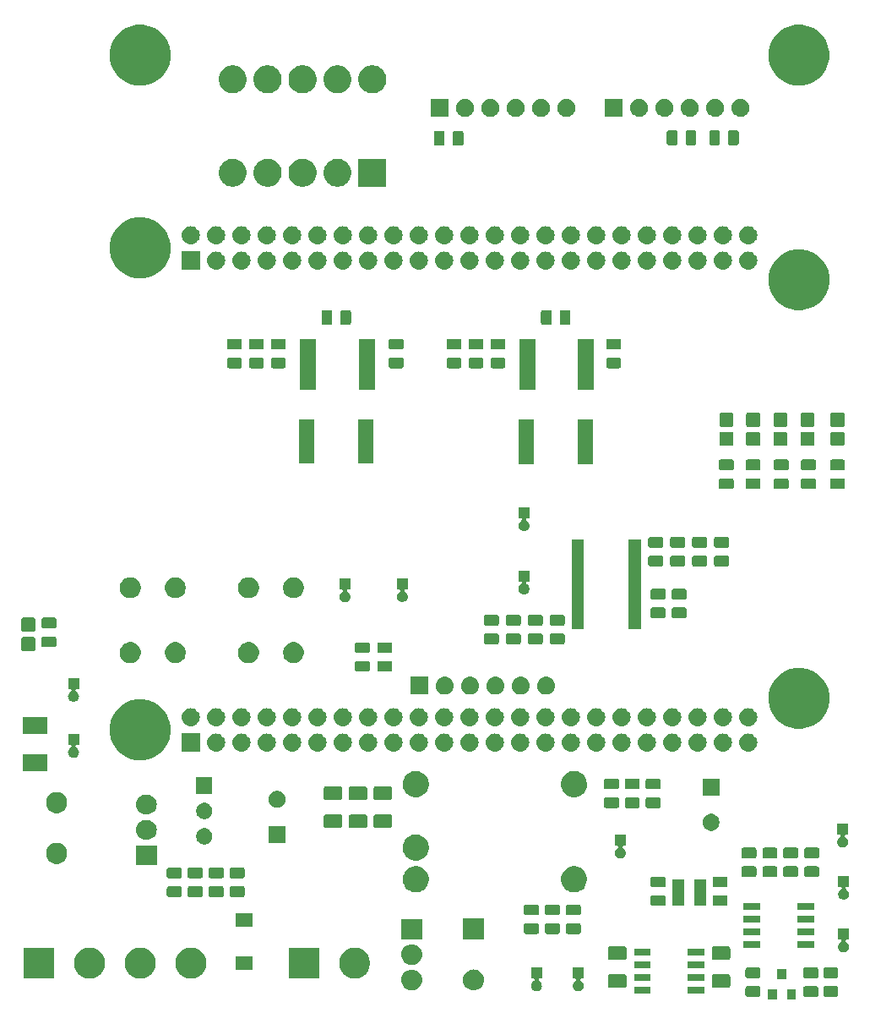
<source format=gts>
G04 #@! TF.GenerationSoftware,KiCad,Pcbnew,5.0.1-33cea8e~68~ubuntu16.04.1*
G04 #@! TF.CreationDate,2018-11-25T11:29:47-06:00*
G04 #@! TF.ProjectId,BBB_SHIELD_V2,4242425F534849454C445F56322E6B69,rev?*
G04 #@! TF.SameCoordinates,Original*
G04 #@! TF.FileFunction,Soldermask,Top*
G04 #@! TF.FilePolarity,Negative*
%FSLAX46Y46*%
G04 Gerber Fmt 4.6, Leading zero omitted, Abs format (unit mm)*
G04 Created by KiCad (PCBNEW 5.0.1-33cea8e~68~ubuntu16.04.1) date Sun 25 Nov 2018 11:29:47 AM CST*
%MOMM*%
%LPD*%
G01*
G04 APERTURE LIST*
%ADD10C,0.100000*%
G04 APERTURE END LIST*
D10*
G36*
X184701000Y-142501000D02*
X183799000Y-142501000D01*
X183799000Y-141499000D01*
X184701000Y-141499000D01*
X184701000Y-142501000D01*
X184701000Y-142501000D01*
G37*
G36*
X182801000Y-142501000D02*
X181899000Y-142501000D01*
X181899000Y-141499000D01*
X182801000Y-141499000D01*
X182801000Y-142501000D01*
X182801000Y-142501000D01*
G37*
G36*
X186784466Y-141203565D02*
X186823137Y-141215296D01*
X186858779Y-141234348D01*
X186890017Y-141259983D01*
X186915652Y-141291221D01*
X186934704Y-141326863D01*
X186946435Y-141365534D01*
X186951000Y-141411888D01*
X186951000Y-142063112D01*
X186946435Y-142109466D01*
X186934704Y-142148137D01*
X186915652Y-142183779D01*
X186890017Y-142215017D01*
X186858779Y-142240652D01*
X186823137Y-142259704D01*
X186784466Y-142271435D01*
X186738112Y-142276000D01*
X185661888Y-142276000D01*
X185615534Y-142271435D01*
X185576863Y-142259704D01*
X185541221Y-142240652D01*
X185509983Y-142215017D01*
X185484348Y-142183779D01*
X185465296Y-142148137D01*
X185453565Y-142109466D01*
X185449000Y-142063112D01*
X185449000Y-141411888D01*
X185453565Y-141365534D01*
X185465296Y-141326863D01*
X185484348Y-141291221D01*
X185509983Y-141259983D01*
X185541221Y-141234348D01*
X185576863Y-141215296D01*
X185615534Y-141203565D01*
X185661888Y-141199000D01*
X186738112Y-141199000D01*
X186784466Y-141203565D01*
X186784466Y-141203565D01*
G37*
G36*
X180984466Y-141203565D02*
X181023137Y-141215296D01*
X181058779Y-141234348D01*
X181090017Y-141259983D01*
X181115652Y-141291221D01*
X181134704Y-141326863D01*
X181146435Y-141365534D01*
X181151000Y-141411888D01*
X181151000Y-142063112D01*
X181146435Y-142109466D01*
X181134704Y-142148137D01*
X181115652Y-142183779D01*
X181090017Y-142215017D01*
X181058779Y-142240652D01*
X181023137Y-142259704D01*
X180984466Y-142271435D01*
X180938112Y-142276000D01*
X179861888Y-142276000D01*
X179815534Y-142271435D01*
X179776863Y-142259704D01*
X179741221Y-142240652D01*
X179709983Y-142215017D01*
X179684348Y-142183779D01*
X179665296Y-142148137D01*
X179653565Y-142109466D01*
X179649000Y-142063112D01*
X179649000Y-141411888D01*
X179653565Y-141365534D01*
X179665296Y-141326863D01*
X179684348Y-141291221D01*
X179709983Y-141259983D01*
X179741221Y-141234348D01*
X179776863Y-141215296D01*
X179815534Y-141203565D01*
X179861888Y-141199000D01*
X180938112Y-141199000D01*
X180984466Y-141203565D01*
X180984466Y-141203565D01*
G37*
G36*
X188784466Y-141203565D02*
X188823137Y-141215296D01*
X188858779Y-141234348D01*
X188890017Y-141259983D01*
X188915652Y-141291221D01*
X188934704Y-141326863D01*
X188946435Y-141365534D01*
X188951000Y-141411888D01*
X188951000Y-142063112D01*
X188946435Y-142109466D01*
X188934704Y-142148137D01*
X188915652Y-142183779D01*
X188890017Y-142215017D01*
X188858779Y-142240652D01*
X188823137Y-142259704D01*
X188784466Y-142271435D01*
X188738112Y-142276000D01*
X187661888Y-142276000D01*
X187615534Y-142271435D01*
X187576863Y-142259704D01*
X187541221Y-142240652D01*
X187509983Y-142215017D01*
X187484348Y-142183779D01*
X187465296Y-142148137D01*
X187453565Y-142109466D01*
X187449000Y-142063112D01*
X187449000Y-141411888D01*
X187453565Y-141365534D01*
X187465296Y-141326863D01*
X187484348Y-141291221D01*
X187509983Y-141259983D01*
X187541221Y-141234348D01*
X187576863Y-141215296D01*
X187615534Y-141203565D01*
X187661888Y-141199000D01*
X188738112Y-141199000D01*
X188784466Y-141203565D01*
X188784466Y-141203565D01*
G37*
G36*
X175526000Y-141956000D02*
X173874000Y-141956000D01*
X173874000Y-141254000D01*
X175526000Y-141254000D01*
X175526000Y-141956000D01*
X175526000Y-141956000D01*
G37*
G36*
X170126000Y-141956000D02*
X168474000Y-141956000D01*
X168474000Y-141254000D01*
X170126000Y-141254000D01*
X170126000Y-141956000D01*
X170126000Y-141956000D01*
G37*
G36*
X163451000Y-140451000D02*
X163222738Y-140451000D01*
X163198352Y-140453402D01*
X163174903Y-140460515D01*
X163153292Y-140472066D01*
X163134350Y-140487612D01*
X163118804Y-140506554D01*
X163107253Y-140528165D01*
X163100140Y-140551614D01*
X163097738Y-140576000D01*
X163100140Y-140600386D01*
X163107253Y-140623835D01*
X163118804Y-140645446D01*
X163134350Y-140664388D01*
X163163808Y-140686236D01*
X163207600Y-140709644D01*
X163291501Y-140778499D01*
X163360356Y-140862400D01*
X163411521Y-140958121D01*
X163443027Y-141061985D01*
X163453666Y-141170000D01*
X163443027Y-141278015D01*
X163411521Y-141381879D01*
X163360356Y-141477600D01*
X163291501Y-141561501D01*
X163207600Y-141630356D01*
X163111879Y-141681521D01*
X163008015Y-141713027D01*
X162927067Y-141721000D01*
X162872933Y-141721000D01*
X162791985Y-141713027D01*
X162688121Y-141681521D01*
X162592400Y-141630356D01*
X162508499Y-141561501D01*
X162439644Y-141477600D01*
X162388479Y-141381879D01*
X162356973Y-141278015D01*
X162346334Y-141170000D01*
X162356973Y-141061985D01*
X162388479Y-140958121D01*
X162439644Y-140862400D01*
X162508499Y-140778499D01*
X162592400Y-140709644D01*
X162636195Y-140686234D01*
X162656561Y-140672626D01*
X162673889Y-140655299D01*
X162687502Y-140634924D01*
X162696880Y-140612285D01*
X162701660Y-140588252D01*
X162701660Y-140563748D01*
X162696879Y-140539714D01*
X162687502Y-140517075D01*
X162673888Y-140496701D01*
X162656561Y-140479373D01*
X162636186Y-140465760D01*
X162613547Y-140456382D01*
X162577262Y-140451000D01*
X162349000Y-140451000D01*
X162349000Y-139349000D01*
X163451000Y-139349000D01*
X163451000Y-140451000D01*
X163451000Y-140451000D01*
G37*
G36*
X159251000Y-140451000D02*
X159022738Y-140451000D01*
X158998352Y-140453402D01*
X158974903Y-140460515D01*
X158953292Y-140472066D01*
X158934350Y-140487612D01*
X158918804Y-140506554D01*
X158907253Y-140528165D01*
X158900140Y-140551614D01*
X158897738Y-140576000D01*
X158900140Y-140600386D01*
X158907253Y-140623835D01*
X158918804Y-140645446D01*
X158934350Y-140664388D01*
X158963808Y-140686236D01*
X159007600Y-140709644D01*
X159091501Y-140778499D01*
X159160356Y-140862400D01*
X159211521Y-140958121D01*
X159243027Y-141061985D01*
X159253666Y-141170000D01*
X159243027Y-141278015D01*
X159211521Y-141381879D01*
X159160356Y-141477600D01*
X159091501Y-141561501D01*
X159007600Y-141630356D01*
X158911879Y-141681521D01*
X158808015Y-141713027D01*
X158727067Y-141721000D01*
X158672933Y-141721000D01*
X158591985Y-141713027D01*
X158488121Y-141681521D01*
X158392400Y-141630356D01*
X158308499Y-141561501D01*
X158239644Y-141477600D01*
X158188479Y-141381879D01*
X158156973Y-141278015D01*
X158146334Y-141170000D01*
X158156973Y-141061985D01*
X158188479Y-140958121D01*
X158239644Y-140862400D01*
X158308499Y-140778499D01*
X158392400Y-140709644D01*
X158436195Y-140686234D01*
X158456561Y-140672626D01*
X158473889Y-140655299D01*
X158487502Y-140634924D01*
X158496880Y-140612285D01*
X158501660Y-140588252D01*
X158501660Y-140563748D01*
X158496879Y-140539714D01*
X158487502Y-140517075D01*
X158473888Y-140496701D01*
X158456561Y-140479373D01*
X158436186Y-140465760D01*
X158413547Y-140456382D01*
X158377262Y-140451000D01*
X158149000Y-140451000D01*
X158149000Y-139349000D01*
X159251000Y-139349000D01*
X159251000Y-140451000D01*
X159251000Y-140451000D01*
G37*
G36*
X152482510Y-139532041D02*
X152606032Y-139544207D01*
X152804146Y-139604305D01*
X152986729Y-139701897D01*
X153146765Y-139833235D01*
X153278103Y-139993271D01*
X153375695Y-140175854D01*
X153435793Y-140373968D01*
X153456085Y-140580000D01*
X153435793Y-140786032D01*
X153375695Y-140984146D01*
X153278103Y-141166729D01*
X153146765Y-141326765D01*
X152986729Y-141458103D01*
X152804146Y-141555695D01*
X152606032Y-141615793D01*
X152482510Y-141627959D01*
X152451631Y-141631000D01*
X152348369Y-141631000D01*
X152317490Y-141627959D01*
X152193968Y-141615793D01*
X151995854Y-141555695D01*
X151813271Y-141458103D01*
X151653235Y-141326765D01*
X151521897Y-141166729D01*
X151424305Y-140984146D01*
X151364207Y-140786032D01*
X151343915Y-140580000D01*
X151364207Y-140373968D01*
X151424305Y-140175854D01*
X151521897Y-139993271D01*
X151653235Y-139833235D01*
X151813271Y-139701897D01*
X151995854Y-139604305D01*
X152193968Y-139544207D01*
X152317490Y-139532041D01*
X152348369Y-139529000D01*
X152451631Y-139529000D01*
X152482510Y-139532041D01*
X152482510Y-139532041D01*
G37*
G36*
X146355764Y-139582308D02*
X146444220Y-139591020D01*
X146633381Y-139648401D01*
X146807712Y-139741583D01*
X146960515Y-139866985D01*
X147085917Y-140019788D01*
X147179099Y-140194119D01*
X147236480Y-140383280D01*
X147255855Y-140580000D01*
X147236480Y-140776720D01*
X147179099Y-140965881D01*
X147085917Y-141140212D01*
X146960515Y-141293015D01*
X146807712Y-141418417D01*
X146633381Y-141511599D01*
X146444220Y-141568980D01*
X146355764Y-141577692D01*
X146296796Y-141583500D01*
X146103204Y-141583500D01*
X146044236Y-141577692D01*
X145955780Y-141568980D01*
X145766619Y-141511599D01*
X145592288Y-141418417D01*
X145439485Y-141293015D01*
X145314083Y-141140212D01*
X145220901Y-140965881D01*
X145163520Y-140776720D01*
X145144145Y-140580000D01*
X145163520Y-140383280D01*
X145220901Y-140194119D01*
X145314083Y-140019788D01*
X145439485Y-139866985D01*
X145592288Y-139741583D01*
X145766619Y-139648401D01*
X145955780Y-139591020D01*
X146044236Y-139582308D01*
X146103204Y-139576500D01*
X146296796Y-139576500D01*
X146355764Y-139582308D01*
X146355764Y-139582308D01*
G37*
G36*
X177968604Y-140028347D02*
X178005145Y-140039432D01*
X178038820Y-140057431D01*
X178068341Y-140081659D01*
X178092569Y-140111180D01*
X178110568Y-140144855D01*
X178121653Y-140181396D01*
X178126000Y-140225538D01*
X178126000Y-141174462D01*
X178121653Y-141218604D01*
X178110568Y-141255145D01*
X178092569Y-141288820D01*
X178068341Y-141318341D01*
X178038820Y-141342569D01*
X178005145Y-141360568D01*
X177968604Y-141371653D01*
X177924462Y-141376000D01*
X176475538Y-141376000D01*
X176431396Y-141371653D01*
X176394855Y-141360568D01*
X176361180Y-141342569D01*
X176331659Y-141318341D01*
X176307431Y-141288820D01*
X176289432Y-141255145D01*
X176278347Y-141218604D01*
X176274000Y-141174462D01*
X176274000Y-140225538D01*
X176278347Y-140181396D01*
X176289432Y-140144855D01*
X176307431Y-140111180D01*
X176331659Y-140081659D01*
X176361180Y-140057431D01*
X176394855Y-140039432D01*
X176431396Y-140028347D01*
X176475538Y-140024000D01*
X177924462Y-140024000D01*
X177968604Y-140028347D01*
X177968604Y-140028347D01*
G37*
G36*
X167568604Y-140028347D02*
X167605145Y-140039432D01*
X167638820Y-140057431D01*
X167668341Y-140081659D01*
X167692569Y-140111180D01*
X167710568Y-140144855D01*
X167721653Y-140181396D01*
X167726000Y-140225538D01*
X167726000Y-141174462D01*
X167721653Y-141218604D01*
X167710568Y-141255145D01*
X167692569Y-141288820D01*
X167668341Y-141318341D01*
X167638820Y-141342569D01*
X167605145Y-141360568D01*
X167568604Y-141371653D01*
X167524462Y-141376000D01*
X166075538Y-141376000D01*
X166031396Y-141371653D01*
X165994855Y-141360568D01*
X165961180Y-141342569D01*
X165931659Y-141318341D01*
X165907431Y-141288820D01*
X165889432Y-141255145D01*
X165878347Y-141218604D01*
X165874000Y-141174462D01*
X165874000Y-140225538D01*
X165878347Y-140181396D01*
X165889432Y-140144855D01*
X165907431Y-140111180D01*
X165931659Y-140081659D01*
X165961180Y-140057431D01*
X165994855Y-140039432D01*
X166031396Y-140028347D01*
X166075538Y-140024000D01*
X167524462Y-140024000D01*
X167568604Y-140028347D01*
X167568604Y-140028347D01*
G37*
G36*
X175526000Y-140686000D02*
X173874000Y-140686000D01*
X173874000Y-139984000D01*
X175526000Y-139984000D01*
X175526000Y-140686000D01*
X175526000Y-140686000D01*
G37*
G36*
X170126000Y-140686000D02*
X168474000Y-140686000D01*
X168474000Y-139984000D01*
X170126000Y-139984000D01*
X170126000Y-140686000D01*
X170126000Y-140686000D01*
G37*
G36*
X183751000Y-140501000D02*
X182849000Y-140501000D01*
X182849000Y-139499000D01*
X183751000Y-139499000D01*
X183751000Y-140501000D01*
X183751000Y-140501000D01*
G37*
G36*
X140795626Y-137381396D02*
X140932410Y-137408604D01*
X141214674Y-137525521D01*
X141468705Y-137695259D01*
X141684741Y-137911295D01*
X141854479Y-138165326D01*
X141971396Y-138447590D01*
X142031000Y-138747240D01*
X142031000Y-139052760D01*
X141971396Y-139352410D01*
X141854479Y-139634674D01*
X141684741Y-139888705D01*
X141468705Y-140104741D01*
X141214674Y-140274479D01*
X140932410Y-140391396D01*
X140884127Y-140401000D01*
X140632762Y-140451000D01*
X140327238Y-140451000D01*
X140075873Y-140401000D01*
X140027590Y-140391396D01*
X139745326Y-140274479D01*
X139491295Y-140104741D01*
X139275259Y-139888705D01*
X139105521Y-139634674D01*
X138988604Y-139352410D01*
X138929000Y-139052760D01*
X138929000Y-138747240D01*
X138988604Y-138447590D01*
X139105521Y-138165326D01*
X139275259Y-137911295D01*
X139491295Y-137695259D01*
X139745326Y-137525521D01*
X140027590Y-137408604D01*
X140164374Y-137381396D01*
X140327238Y-137349000D01*
X140632762Y-137349000D01*
X140795626Y-137381396D01*
X140795626Y-137381396D01*
G37*
G36*
X124375626Y-137381396D02*
X124512410Y-137408604D01*
X124794674Y-137525521D01*
X125048705Y-137695259D01*
X125264741Y-137911295D01*
X125434479Y-138165326D01*
X125551396Y-138447590D01*
X125611000Y-138747240D01*
X125611000Y-139052760D01*
X125551396Y-139352410D01*
X125434479Y-139634674D01*
X125264741Y-139888705D01*
X125048705Y-140104741D01*
X124794674Y-140274479D01*
X124512410Y-140391396D01*
X124464127Y-140401000D01*
X124212762Y-140451000D01*
X123907238Y-140451000D01*
X123655873Y-140401000D01*
X123607590Y-140391396D01*
X123325326Y-140274479D01*
X123071295Y-140104741D01*
X122855259Y-139888705D01*
X122685521Y-139634674D01*
X122568604Y-139352410D01*
X122509000Y-139052760D01*
X122509000Y-138747240D01*
X122568604Y-138447590D01*
X122685521Y-138165326D01*
X122855259Y-137911295D01*
X123071295Y-137695259D01*
X123325326Y-137525521D01*
X123607590Y-137408604D01*
X123744374Y-137381396D01*
X123907238Y-137349000D01*
X124212762Y-137349000D01*
X124375626Y-137381396D01*
X124375626Y-137381396D01*
G37*
G36*
X110371000Y-140451000D02*
X107269000Y-140451000D01*
X107269000Y-137349000D01*
X110371000Y-137349000D01*
X110371000Y-140451000D01*
X110371000Y-140451000D01*
G37*
G36*
X114215626Y-137381396D02*
X114352410Y-137408604D01*
X114634674Y-137525521D01*
X114888705Y-137695259D01*
X115104741Y-137911295D01*
X115274479Y-138165326D01*
X115391396Y-138447590D01*
X115451000Y-138747240D01*
X115451000Y-139052760D01*
X115391396Y-139352410D01*
X115274479Y-139634674D01*
X115104741Y-139888705D01*
X114888705Y-140104741D01*
X114634674Y-140274479D01*
X114352410Y-140391396D01*
X114304127Y-140401000D01*
X114052762Y-140451000D01*
X113747238Y-140451000D01*
X113495873Y-140401000D01*
X113447590Y-140391396D01*
X113165326Y-140274479D01*
X112911295Y-140104741D01*
X112695259Y-139888705D01*
X112525521Y-139634674D01*
X112408604Y-139352410D01*
X112349000Y-139052760D01*
X112349000Y-138747240D01*
X112408604Y-138447590D01*
X112525521Y-138165326D01*
X112695259Y-137911295D01*
X112911295Y-137695259D01*
X113165326Y-137525521D01*
X113447590Y-137408604D01*
X113584374Y-137381396D01*
X113747238Y-137349000D01*
X114052762Y-137349000D01*
X114215626Y-137381396D01*
X114215626Y-137381396D01*
G37*
G36*
X119295626Y-137381396D02*
X119432410Y-137408604D01*
X119714674Y-137525521D01*
X119968705Y-137695259D01*
X120184741Y-137911295D01*
X120354479Y-138165326D01*
X120471396Y-138447590D01*
X120531000Y-138747240D01*
X120531000Y-139052760D01*
X120471396Y-139352410D01*
X120354479Y-139634674D01*
X120184741Y-139888705D01*
X119968705Y-140104741D01*
X119714674Y-140274479D01*
X119432410Y-140391396D01*
X119384127Y-140401000D01*
X119132762Y-140451000D01*
X118827238Y-140451000D01*
X118575873Y-140401000D01*
X118527590Y-140391396D01*
X118245326Y-140274479D01*
X117991295Y-140104741D01*
X117775259Y-139888705D01*
X117605521Y-139634674D01*
X117488604Y-139352410D01*
X117429000Y-139052760D01*
X117429000Y-138747240D01*
X117488604Y-138447590D01*
X117605521Y-138165326D01*
X117775259Y-137911295D01*
X117991295Y-137695259D01*
X118245326Y-137525521D01*
X118527590Y-137408604D01*
X118664374Y-137381396D01*
X118827238Y-137349000D01*
X119132762Y-137349000D01*
X119295626Y-137381396D01*
X119295626Y-137381396D01*
G37*
G36*
X136951000Y-140451000D02*
X133849000Y-140451000D01*
X133849000Y-137349000D01*
X136951000Y-137349000D01*
X136951000Y-140451000D01*
X136951000Y-140451000D01*
G37*
G36*
X188784466Y-139328565D02*
X188823137Y-139340296D01*
X188858779Y-139359348D01*
X188890017Y-139384983D01*
X188915652Y-139416221D01*
X188934704Y-139451863D01*
X188946435Y-139490534D01*
X188951000Y-139536888D01*
X188951000Y-140188112D01*
X188946435Y-140234466D01*
X188934704Y-140273137D01*
X188915652Y-140308779D01*
X188890017Y-140340017D01*
X188858779Y-140365652D01*
X188823137Y-140384704D01*
X188784466Y-140396435D01*
X188738112Y-140401000D01*
X187661888Y-140401000D01*
X187615534Y-140396435D01*
X187576863Y-140384704D01*
X187541221Y-140365652D01*
X187509983Y-140340017D01*
X187484348Y-140308779D01*
X187465296Y-140273137D01*
X187453565Y-140234466D01*
X187449000Y-140188112D01*
X187449000Y-139536888D01*
X187453565Y-139490534D01*
X187465296Y-139451863D01*
X187484348Y-139416221D01*
X187509983Y-139384983D01*
X187541221Y-139359348D01*
X187576863Y-139340296D01*
X187615534Y-139328565D01*
X187661888Y-139324000D01*
X188738112Y-139324000D01*
X188784466Y-139328565D01*
X188784466Y-139328565D01*
G37*
G36*
X186784466Y-139328565D02*
X186823137Y-139340296D01*
X186858779Y-139359348D01*
X186890017Y-139384983D01*
X186915652Y-139416221D01*
X186934704Y-139451863D01*
X186946435Y-139490534D01*
X186951000Y-139536888D01*
X186951000Y-140188112D01*
X186946435Y-140234466D01*
X186934704Y-140273137D01*
X186915652Y-140308779D01*
X186890017Y-140340017D01*
X186858779Y-140365652D01*
X186823137Y-140384704D01*
X186784466Y-140396435D01*
X186738112Y-140401000D01*
X185661888Y-140401000D01*
X185615534Y-140396435D01*
X185576863Y-140384704D01*
X185541221Y-140365652D01*
X185509983Y-140340017D01*
X185484348Y-140308779D01*
X185465296Y-140273137D01*
X185453565Y-140234466D01*
X185449000Y-140188112D01*
X185449000Y-139536888D01*
X185453565Y-139490534D01*
X185465296Y-139451863D01*
X185484348Y-139416221D01*
X185509983Y-139384983D01*
X185541221Y-139359348D01*
X185576863Y-139340296D01*
X185615534Y-139328565D01*
X185661888Y-139324000D01*
X186738112Y-139324000D01*
X186784466Y-139328565D01*
X186784466Y-139328565D01*
G37*
G36*
X180984466Y-139328565D02*
X181023137Y-139340296D01*
X181058779Y-139359348D01*
X181090017Y-139384983D01*
X181115652Y-139416221D01*
X181134704Y-139451863D01*
X181146435Y-139490534D01*
X181151000Y-139536888D01*
X181151000Y-140188112D01*
X181146435Y-140234466D01*
X181134704Y-140273137D01*
X181115652Y-140308779D01*
X181090017Y-140340017D01*
X181058779Y-140365652D01*
X181023137Y-140384704D01*
X180984466Y-140396435D01*
X180938112Y-140401000D01*
X179861888Y-140401000D01*
X179815534Y-140396435D01*
X179776863Y-140384704D01*
X179741221Y-140365652D01*
X179709983Y-140340017D01*
X179684348Y-140308779D01*
X179665296Y-140273137D01*
X179653565Y-140234466D01*
X179649000Y-140188112D01*
X179649000Y-139536888D01*
X179653565Y-139490534D01*
X179665296Y-139451863D01*
X179684348Y-139416221D01*
X179709983Y-139384983D01*
X179741221Y-139359348D01*
X179776863Y-139340296D01*
X179815534Y-139328565D01*
X179861888Y-139324000D01*
X180938112Y-139324000D01*
X180984466Y-139328565D01*
X180984466Y-139328565D01*
G37*
G36*
X130251000Y-139601000D02*
X128549000Y-139601000D01*
X128549000Y-138199000D01*
X130251000Y-138199000D01*
X130251000Y-139601000D01*
X130251000Y-139601000D01*
G37*
G36*
X175526000Y-139416000D02*
X173874000Y-139416000D01*
X173874000Y-138714000D01*
X175526000Y-138714000D01*
X175526000Y-139416000D01*
X175526000Y-139416000D01*
G37*
G36*
X170126000Y-139416000D02*
X168474000Y-139416000D01*
X168474000Y-138714000D01*
X170126000Y-138714000D01*
X170126000Y-139416000D01*
X170126000Y-139416000D01*
G37*
G36*
X146355764Y-137042308D02*
X146444220Y-137051020D01*
X146633381Y-137108401D01*
X146807712Y-137201583D01*
X146960515Y-137326985D01*
X147085917Y-137479788D01*
X147179099Y-137654119D01*
X147236480Y-137843280D01*
X147255855Y-138040000D01*
X147236480Y-138236720D01*
X147179099Y-138425881D01*
X147085917Y-138600212D01*
X146960515Y-138753015D01*
X146807712Y-138878417D01*
X146633381Y-138971599D01*
X146444220Y-139028980D01*
X146355764Y-139037692D01*
X146296796Y-139043500D01*
X146103204Y-139043500D01*
X146044236Y-139037692D01*
X145955780Y-139028980D01*
X145766619Y-138971599D01*
X145592288Y-138878417D01*
X145439485Y-138753015D01*
X145314083Y-138600212D01*
X145220901Y-138425881D01*
X145163520Y-138236720D01*
X145144145Y-138040000D01*
X145163520Y-137843280D01*
X145220901Y-137654119D01*
X145314083Y-137479788D01*
X145439485Y-137326985D01*
X145592288Y-137201583D01*
X145766619Y-137108401D01*
X145955780Y-137051020D01*
X146044236Y-137042308D01*
X146103204Y-137036500D01*
X146296796Y-137036500D01*
X146355764Y-137042308D01*
X146355764Y-137042308D01*
G37*
G36*
X167568604Y-137228347D02*
X167605145Y-137239432D01*
X167638820Y-137257431D01*
X167668341Y-137281659D01*
X167692569Y-137311180D01*
X167710568Y-137344855D01*
X167721653Y-137381396D01*
X167726000Y-137425538D01*
X167726000Y-138374462D01*
X167721653Y-138418604D01*
X167710568Y-138455145D01*
X167692569Y-138488820D01*
X167668341Y-138518341D01*
X167638820Y-138542569D01*
X167605145Y-138560568D01*
X167568604Y-138571653D01*
X167524462Y-138576000D01*
X166075538Y-138576000D01*
X166031396Y-138571653D01*
X165994855Y-138560568D01*
X165961180Y-138542569D01*
X165931659Y-138518341D01*
X165907431Y-138488820D01*
X165889432Y-138455145D01*
X165878347Y-138418604D01*
X165874000Y-138374462D01*
X165874000Y-137425538D01*
X165878347Y-137381396D01*
X165889432Y-137344855D01*
X165907431Y-137311180D01*
X165931659Y-137281659D01*
X165961180Y-137257431D01*
X165994855Y-137239432D01*
X166031396Y-137228347D01*
X166075538Y-137224000D01*
X167524462Y-137224000D01*
X167568604Y-137228347D01*
X167568604Y-137228347D01*
G37*
G36*
X177968604Y-137228347D02*
X178005145Y-137239432D01*
X178038820Y-137257431D01*
X178068341Y-137281659D01*
X178092569Y-137311180D01*
X178110568Y-137344855D01*
X178121653Y-137381396D01*
X178126000Y-137425538D01*
X178126000Y-138374462D01*
X178121653Y-138418604D01*
X178110568Y-138455145D01*
X178092569Y-138488820D01*
X178068341Y-138518341D01*
X178038820Y-138542569D01*
X178005145Y-138560568D01*
X177968604Y-138571653D01*
X177924462Y-138576000D01*
X176475538Y-138576000D01*
X176431396Y-138571653D01*
X176394855Y-138560568D01*
X176361180Y-138542569D01*
X176331659Y-138518341D01*
X176307431Y-138488820D01*
X176289432Y-138455145D01*
X176278347Y-138418604D01*
X176274000Y-138374462D01*
X176274000Y-137425538D01*
X176278347Y-137381396D01*
X176289432Y-137344855D01*
X176307431Y-137311180D01*
X176331659Y-137281659D01*
X176361180Y-137257431D01*
X176394855Y-137239432D01*
X176431396Y-137228347D01*
X176475538Y-137224000D01*
X177924462Y-137224000D01*
X177968604Y-137228347D01*
X177968604Y-137228347D01*
G37*
G36*
X170126000Y-138146000D02*
X168474000Y-138146000D01*
X168474000Y-137444000D01*
X170126000Y-137444000D01*
X170126000Y-138146000D01*
X170126000Y-138146000D01*
G37*
G36*
X175526000Y-138146000D02*
X173874000Y-138146000D01*
X173874000Y-137444000D01*
X175526000Y-137444000D01*
X175526000Y-138146000D01*
X175526000Y-138146000D01*
G37*
G36*
X190051000Y-136551000D02*
X189822738Y-136551000D01*
X189798352Y-136553402D01*
X189774903Y-136560515D01*
X189753292Y-136572066D01*
X189734350Y-136587612D01*
X189718804Y-136606554D01*
X189707253Y-136628165D01*
X189700140Y-136651614D01*
X189697738Y-136676000D01*
X189700140Y-136700386D01*
X189707253Y-136723835D01*
X189718804Y-136745446D01*
X189734350Y-136764388D01*
X189763808Y-136786236D01*
X189807600Y-136809644D01*
X189891501Y-136878499D01*
X189960356Y-136962400D01*
X190011521Y-137058121D01*
X190043027Y-137161985D01*
X190053666Y-137270000D01*
X190043027Y-137378015D01*
X190011521Y-137481879D01*
X189960356Y-137577600D01*
X189891501Y-137661501D01*
X189807600Y-137730356D01*
X189711879Y-137781521D01*
X189608015Y-137813027D01*
X189527067Y-137821000D01*
X189472933Y-137821000D01*
X189391985Y-137813027D01*
X189288121Y-137781521D01*
X189192400Y-137730356D01*
X189108499Y-137661501D01*
X189039644Y-137577600D01*
X188988479Y-137481879D01*
X188956973Y-137378015D01*
X188946334Y-137270000D01*
X188956973Y-137161985D01*
X188988479Y-137058121D01*
X189039644Y-136962400D01*
X189108499Y-136878499D01*
X189192400Y-136809644D01*
X189236195Y-136786234D01*
X189256561Y-136772626D01*
X189273889Y-136755299D01*
X189287502Y-136734924D01*
X189296880Y-136712285D01*
X189301660Y-136688252D01*
X189301660Y-136663748D01*
X189296879Y-136639714D01*
X189287502Y-136617075D01*
X189273888Y-136596701D01*
X189256561Y-136579373D01*
X189236186Y-136565760D01*
X189213547Y-136556382D01*
X189177262Y-136551000D01*
X188949000Y-136551000D01*
X188949000Y-135449000D01*
X190051000Y-135449000D01*
X190051000Y-136551000D01*
X190051000Y-136551000D01*
G37*
G36*
X181126000Y-137356000D02*
X179474000Y-137356000D01*
X179474000Y-136654000D01*
X181126000Y-136654000D01*
X181126000Y-137356000D01*
X181126000Y-137356000D01*
G37*
G36*
X186526000Y-137356000D02*
X184874000Y-137356000D01*
X184874000Y-136654000D01*
X186526000Y-136654000D01*
X186526000Y-137356000D01*
X186526000Y-137356000D01*
G37*
G36*
X153451000Y-136551000D02*
X151349000Y-136551000D01*
X151349000Y-134449000D01*
X153451000Y-134449000D01*
X153451000Y-136551000D01*
X153451000Y-136551000D01*
G37*
G36*
X147251000Y-136503500D02*
X145149000Y-136503500D01*
X145149000Y-134496500D01*
X147251000Y-134496500D01*
X147251000Y-136503500D01*
X147251000Y-136503500D01*
G37*
G36*
X186526000Y-136086000D02*
X184874000Y-136086000D01*
X184874000Y-135384000D01*
X186526000Y-135384000D01*
X186526000Y-136086000D01*
X186526000Y-136086000D01*
G37*
G36*
X181126000Y-136086000D02*
X179474000Y-136086000D01*
X179474000Y-135384000D01*
X181126000Y-135384000D01*
X181126000Y-136086000D01*
X181126000Y-136086000D01*
G37*
G36*
X160884466Y-134903565D02*
X160923137Y-134915296D01*
X160958779Y-134934348D01*
X160990017Y-134959983D01*
X161015652Y-134991221D01*
X161034704Y-135026863D01*
X161046435Y-135065534D01*
X161051000Y-135111888D01*
X161051000Y-135763112D01*
X161046435Y-135809466D01*
X161034704Y-135848137D01*
X161015652Y-135883779D01*
X160990017Y-135915017D01*
X160958779Y-135940652D01*
X160923137Y-135959704D01*
X160884466Y-135971435D01*
X160838112Y-135976000D01*
X159761888Y-135976000D01*
X159715534Y-135971435D01*
X159676863Y-135959704D01*
X159641221Y-135940652D01*
X159609983Y-135915017D01*
X159584348Y-135883779D01*
X159565296Y-135848137D01*
X159553565Y-135809466D01*
X159549000Y-135763112D01*
X159549000Y-135111888D01*
X159553565Y-135065534D01*
X159565296Y-135026863D01*
X159584348Y-134991221D01*
X159609983Y-134959983D01*
X159641221Y-134934348D01*
X159676863Y-134915296D01*
X159715534Y-134903565D01*
X159761888Y-134899000D01*
X160838112Y-134899000D01*
X160884466Y-134903565D01*
X160884466Y-134903565D01*
G37*
G36*
X162984466Y-134903565D02*
X163023137Y-134915296D01*
X163058779Y-134934348D01*
X163090017Y-134959983D01*
X163115652Y-134991221D01*
X163134704Y-135026863D01*
X163146435Y-135065534D01*
X163151000Y-135111888D01*
X163151000Y-135763112D01*
X163146435Y-135809466D01*
X163134704Y-135848137D01*
X163115652Y-135883779D01*
X163090017Y-135915017D01*
X163058779Y-135940652D01*
X163023137Y-135959704D01*
X162984466Y-135971435D01*
X162938112Y-135976000D01*
X161861888Y-135976000D01*
X161815534Y-135971435D01*
X161776863Y-135959704D01*
X161741221Y-135940652D01*
X161709983Y-135915017D01*
X161684348Y-135883779D01*
X161665296Y-135848137D01*
X161653565Y-135809466D01*
X161649000Y-135763112D01*
X161649000Y-135111888D01*
X161653565Y-135065534D01*
X161665296Y-135026863D01*
X161684348Y-134991221D01*
X161709983Y-134959983D01*
X161741221Y-134934348D01*
X161776863Y-134915296D01*
X161815534Y-134903565D01*
X161861888Y-134899000D01*
X162938112Y-134899000D01*
X162984466Y-134903565D01*
X162984466Y-134903565D01*
G37*
G36*
X158784466Y-134903565D02*
X158823137Y-134915296D01*
X158858779Y-134934348D01*
X158890017Y-134959983D01*
X158915652Y-134991221D01*
X158934704Y-135026863D01*
X158946435Y-135065534D01*
X158951000Y-135111888D01*
X158951000Y-135763112D01*
X158946435Y-135809466D01*
X158934704Y-135848137D01*
X158915652Y-135883779D01*
X158890017Y-135915017D01*
X158858779Y-135940652D01*
X158823137Y-135959704D01*
X158784466Y-135971435D01*
X158738112Y-135976000D01*
X157661888Y-135976000D01*
X157615534Y-135971435D01*
X157576863Y-135959704D01*
X157541221Y-135940652D01*
X157509983Y-135915017D01*
X157484348Y-135883779D01*
X157465296Y-135848137D01*
X157453565Y-135809466D01*
X157449000Y-135763112D01*
X157449000Y-135111888D01*
X157453565Y-135065534D01*
X157465296Y-135026863D01*
X157484348Y-134991221D01*
X157509983Y-134959983D01*
X157541221Y-134934348D01*
X157576863Y-134915296D01*
X157615534Y-134903565D01*
X157661888Y-134899000D01*
X158738112Y-134899000D01*
X158784466Y-134903565D01*
X158784466Y-134903565D01*
G37*
G36*
X130251000Y-135231000D02*
X128549000Y-135231000D01*
X128549000Y-133929000D01*
X130251000Y-133929000D01*
X130251000Y-135231000D01*
X130251000Y-135231000D01*
G37*
G36*
X181126000Y-134816000D02*
X179474000Y-134816000D01*
X179474000Y-134114000D01*
X181126000Y-134114000D01*
X181126000Y-134816000D01*
X181126000Y-134816000D01*
G37*
G36*
X186526000Y-134816000D02*
X184874000Y-134816000D01*
X184874000Y-134114000D01*
X186526000Y-134114000D01*
X186526000Y-134816000D01*
X186526000Y-134816000D01*
G37*
G36*
X162984466Y-133028565D02*
X163023137Y-133040296D01*
X163058779Y-133059348D01*
X163090017Y-133084983D01*
X163115652Y-133116221D01*
X163134704Y-133151863D01*
X163146435Y-133190534D01*
X163151000Y-133236888D01*
X163151000Y-133888112D01*
X163146435Y-133934466D01*
X163134704Y-133973137D01*
X163115652Y-134008779D01*
X163090017Y-134040017D01*
X163058779Y-134065652D01*
X163023137Y-134084704D01*
X162984466Y-134096435D01*
X162938112Y-134101000D01*
X161861888Y-134101000D01*
X161815534Y-134096435D01*
X161776863Y-134084704D01*
X161741221Y-134065652D01*
X161709983Y-134040017D01*
X161684348Y-134008779D01*
X161665296Y-133973137D01*
X161653565Y-133934466D01*
X161649000Y-133888112D01*
X161649000Y-133236888D01*
X161653565Y-133190534D01*
X161665296Y-133151863D01*
X161684348Y-133116221D01*
X161709983Y-133084983D01*
X161741221Y-133059348D01*
X161776863Y-133040296D01*
X161815534Y-133028565D01*
X161861888Y-133024000D01*
X162938112Y-133024000D01*
X162984466Y-133028565D01*
X162984466Y-133028565D01*
G37*
G36*
X160884466Y-133028565D02*
X160923137Y-133040296D01*
X160958779Y-133059348D01*
X160990017Y-133084983D01*
X161015652Y-133116221D01*
X161034704Y-133151863D01*
X161046435Y-133190534D01*
X161051000Y-133236888D01*
X161051000Y-133888112D01*
X161046435Y-133934466D01*
X161034704Y-133973137D01*
X161015652Y-134008779D01*
X160990017Y-134040017D01*
X160958779Y-134065652D01*
X160923137Y-134084704D01*
X160884466Y-134096435D01*
X160838112Y-134101000D01*
X159761888Y-134101000D01*
X159715534Y-134096435D01*
X159676863Y-134084704D01*
X159641221Y-134065652D01*
X159609983Y-134040017D01*
X159584348Y-134008779D01*
X159565296Y-133973137D01*
X159553565Y-133934466D01*
X159549000Y-133888112D01*
X159549000Y-133236888D01*
X159553565Y-133190534D01*
X159565296Y-133151863D01*
X159584348Y-133116221D01*
X159609983Y-133084983D01*
X159641221Y-133059348D01*
X159676863Y-133040296D01*
X159715534Y-133028565D01*
X159761888Y-133024000D01*
X160838112Y-133024000D01*
X160884466Y-133028565D01*
X160884466Y-133028565D01*
G37*
G36*
X158784466Y-133028565D02*
X158823137Y-133040296D01*
X158858779Y-133059348D01*
X158890017Y-133084983D01*
X158915652Y-133116221D01*
X158934704Y-133151863D01*
X158946435Y-133190534D01*
X158951000Y-133236888D01*
X158951000Y-133888112D01*
X158946435Y-133934466D01*
X158934704Y-133973137D01*
X158915652Y-134008779D01*
X158890017Y-134040017D01*
X158858779Y-134065652D01*
X158823137Y-134084704D01*
X158784466Y-134096435D01*
X158738112Y-134101000D01*
X157661888Y-134101000D01*
X157615534Y-134096435D01*
X157576863Y-134084704D01*
X157541221Y-134065652D01*
X157509983Y-134040017D01*
X157484348Y-134008779D01*
X157465296Y-133973137D01*
X157453565Y-133934466D01*
X157449000Y-133888112D01*
X157449000Y-133236888D01*
X157453565Y-133190534D01*
X157465296Y-133151863D01*
X157484348Y-133116221D01*
X157509983Y-133084983D01*
X157541221Y-133059348D01*
X157576863Y-133040296D01*
X157615534Y-133028565D01*
X157661888Y-133024000D01*
X158738112Y-133024000D01*
X158784466Y-133028565D01*
X158784466Y-133028565D01*
G37*
G36*
X186526000Y-133546000D02*
X184874000Y-133546000D01*
X184874000Y-132844000D01*
X186526000Y-132844000D01*
X186526000Y-133546000D01*
X186526000Y-133546000D01*
G37*
G36*
X181126000Y-133546000D02*
X179474000Y-133546000D01*
X179474000Y-132844000D01*
X181126000Y-132844000D01*
X181126000Y-133546000D01*
X181126000Y-133546000D01*
G37*
G36*
X177684466Y-132103565D02*
X177723137Y-132115296D01*
X177758779Y-132134348D01*
X177790017Y-132159983D01*
X177815652Y-132191221D01*
X177834704Y-132226863D01*
X177846435Y-132265534D01*
X177851000Y-132311888D01*
X177851000Y-132963112D01*
X177846435Y-133009466D01*
X177834704Y-133048137D01*
X177815652Y-133083779D01*
X177790017Y-133115017D01*
X177758779Y-133140652D01*
X177723137Y-133159704D01*
X177684466Y-133171435D01*
X177638112Y-133176000D01*
X176561888Y-133176000D01*
X176515534Y-133171435D01*
X176476863Y-133159704D01*
X176441221Y-133140652D01*
X176409983Y-133115017D01*
X176384348Y-133083779D01*
X176365296Y-133048137D01*
X176353565Y-133009466D01*
X176349000Y-132963112D01*
X176349000Y-132311888D01*
X176353565Y-132265534D01*
X176365296Y-132226863D01*
X176384348Y-132191221D01*
X176409983Y-132159983D01*
X176441221Y-132134348D01*
X176476863Y-132115296D01*
X176515534Y-132103565D01*
X176561888Y-132099000D01*
X177638112Y-132099000D01*
X177684466Y-132103565D01*
X177684466Y-132103565D01*
G37*
G36*
X171484466Y-132103565D02*
X171523137Y-132115296D01*
X171558779Y-132134348D01*
X171590017Y-132159983D01*
X171615652Y-132191221D01*
X171634704Y-132226863D01*
X171646435Y-132265534D01*
X171651000Y-132311888D01*
X171651000Y-132963112D01*
X171646435Y-133009466D01*
X171634704Y-133048137D01*
X171615652Y-133083779D01*
X171590017Y-133115017D01*
X171558779Y-133140652D01*
X171523137Y-133159704D01*
X171484466Y-133171435D01*
X171438112Y-133176000D01*
X170361888Y-133176000D01*
X170315534Y-133171435D01*
X170276863Y-133159704D01*
X170241221Y-133140652D01*
X170209983Y-133115017D01*
X170184348Y-133083779D01*
X170165296Y-133048137D01*
X170153565Y-133009466D01*
X170149000Y-132963112D01*
X170149000Y-132311888D01*
X170153565Y-132265534D01*
X170165296Y-132226863D01*
X170184348Y-132191221D01*
X170209983Y-132159983D01*
X170241221Y-132134348D01*
X170276863Y-132115296D01*
X170315534Y-132103565D01*
X170361888Y-132099000D01*
X171438112Y-132099000D01*
X171484466Y-132103565D01*
X171484466Y-132103565D01*
G37*
G36*
X173481000Y-133126000D02*
X172319000Y-133126000D01*
X172319000Y-130474000D01*
X173481000Y-130474000D01*
X173481000Y-133126000D01*
X173481000Y-133126000D01*
G37*
G36*
X175681000Y-133126000D02*
X174519000Y-133126000D01*
X174519000Y-130474000D01*
X175681000Y-130474000D01*
X175681000Y-133126000D01*
X175681000Y-133126000D01*
G37*
G36*
X190051000Y-131251000D02*
X189822738Y-131251000D01*
X189798352Y-131253402D01*
X189774903Y-131260515D01*
X189753292Y-131272066D01*
X189734350Y-131287612D01*
X189718804Y-131306554D01*
X189707253Y-131328165D01*
X189700140Y-131351614D01*
X189697738Y-131376000D01*
X189700140Y-131400386D01*
X189707253Y-131423835D01*
X189718804Y-131445446D01*
X189734350Y-131464388D01*
X189763808Y-131486236D01*
X189807600Y-131509644D01*
X189891501Y-131578499D01*
X189960356Y-131662400D01*
X190011521Y-131758121D01*
X190043027Y-131861985D01*
X190053666Y-131970000D01*
X190043027Y-132078015D01*
X190011521Y-132181879D01*
X189960356Y-132277600D01*
X189891501Y-132361501D01*
X189807600Y-132430356D01*
X189711879Y-132481521D01*
X189608015Y-132513027D01*
X189527067Y-132521000D01*
X189472933Y-132521000D01*
X189391985Y-132513027D01*
X189288121Y-132481521D01*
X189192400Y-132430356D01*
X189108499Y-132361501D01*
X189039644Y-132277600D01*
X188988479Y-132181879D01*
X188956973Y-132078015D01*
X188946334Y-131970000D01*
X188956973Y-131861985D01*
X188988479Y-131758121D01*
X189039644Y-131662400D01*
X189108499Y-131578499D01*
X189192400Y-131509644D01*
X189236195Y-131486234D01*
X189256561Y-131472626D01*
X189273889Y-131455299D01*
X189287502Y-131434924D01*
X189296880Y-131412285D01*
X189301660Y-131388252D01*
X189301660Y-131363748D01*
X189296879Y-131339714D01*
X189287502Y-131317075D01*
X189273888Y-131296701D01*
X189256561Y-131279373D01*
X189236186Y-131265760D01*
X189213547Y-131256382D01*
X189177262Y-131251000D01*
X188949000Y-131251000D01*
X188949000Y-130149000D01*
X190051000Y-130149000D01*
X190051000Y-131251000D01*
X190051000Y-131251000D01*
G37*
G36*
X125084466Y-131203565D02*
X125123137Y-131215296D01*
X125158779Y-131234348D01*
X125190017Y-131259983D01*
X125215652Y-131291221D01*
X125234704Y-131326863D01*
X125246435Y-131365534D01*
X125251000Y-131411888D01*
X125251000Y-132063112D01*
X125246435Y-132109466D01*
X125234704Y-132148137D01*
X125215652Y-132183779D01*
X125190017Y-132215017D01*
X125158779Y-132240652D01*
X125123137Y-132259704D01*
X125084466Y-132271435D01*
X125038112Y-132276000D01*
X123961888Y-132276000D01*
X123915534Y-132271435D01*
X123876863Y-132259704D01*
X123841221Y-132240652D01*
X123809983Y-132215017D01*
X123784348Y-132183779D01*
X123765296Y-132148137D01*
X123753565Y-132109466D01*
X123749000Y-132063112D01*
X123749000Y-131411888D01*
X123753565Y-131365534D01*
X123765296Y-131326863D01*
X123784348Y-131291221D01*
X123809983Y-131259983D01*
X123841221Y-131234348D01*
X123876863Y-131215296D01*
X123915534Y-131203565D01*
X123961888Y-131199000D01*
X125038112Y-131199000D01*
X125084466Y-131203565D01*
X125084466Y-131203565D01*
G37*
G36*
X122984466Y-131203565D02*
X123023137Y-131215296D01*
X123058779Y-131234348D01*
X123090017Y-131259983D01*
X123115652Y-131291221D01*
X123134704Y-131326863D01*
X123146435Y-131365534D01*
X123151000Y-131411888D01*
X123151000Y-132063112D01*
X123146435Y-132109466D01*
X123134704Y-132148137D01*
X123115652Y-132183779D01*
X123090017Y-132215017D01*
X123058779Y-132240652D01*
X123023137Y-132259704D01*
X122984466Y-132271435D01*
X122938112Y-132276000D01*
X121861888Y-132276000D01*
X121815534Y-132271435D01*
X121776863Y-132259704D01*
X121741221Y-132240652D01*
X121709983Y-132215017D01*
X121684348Y-132183779D01*
X121665296Y-132148137D01*
X121653565Y-132109466D01*
X121649000Y-132063112D01*
X121649000Y-131411888D01*
X121653565Y-131365534D01*
X121665296Y-131326863D01*
X121684348Y-131291221D01*
X121709983Y-131259983D01*
X121741221Y-131234348D01*
X121776863Y-131215296D01*
X121815534Y-131203565D01*
X121861888Y-131199000D01*
X122938112Y-131199000D01*
X122984466Y-131203565D01*
X122984466Y-131203565D01*
G37*
G36*
X129284466Y-131203565D02*
X129323137Y-131215296D01*
X129358779Y-131234348D01*
X129390017Y-131259983D01*
X129415652Y-131291221D01*
X129434704Y-131326863D01*
X129446435Y-131365534D01*
X129451000Y-131411888D01*
X129451000Y-132063112D01*
X129446435Y-132109466D01*
X129434704Y-132148137D01*
X129415652Y-132183779D01*
X129390017Y-132215017D01*
X129358779Y-132240652D01*
X129323137Y-132259704D01*
X129284466Y-132271435D01*
X129238112Y-132276000D01*
X128161888Y-132276000D01*
X128115534Y-132271435D01*
X128076863Y-132259704D01*
X128041221Y-132240652D01*
X128009983Y-132215017D01*
X127984348Y-132183779D01*
X127965296Y-132148137D01*
X127953565Y-132109466D01*
X127949000Y-132063112D01*
X127949000Y-131411888D01*
X127953565Y-131365534D01*
X127965296Y-131326863D01*
X127984348Y-131291221D01*
X128009983Y-131259983D01*
X128041221Y-131234348D01*
X128076863Y-131215296D01*
X128115534Y-131203565D01*
X128161888Y-131199000D01*
X129238112Y-131199000D01*
X129284466Y-131203565D01*
X129284466Y-131203565D01*
G37*
G36*
X127184466Y-131203565D02*
X127223137Y-131215296D01*
X127258779Y-131234348D01*
X127290017Y-131259983D01*
X127315652Y-131291221D01*
X127334704Y-131326863D01*
X127346435Y-131365534D01*
X127351000Y-131411888D01*
X127351000Y-132063112D01*
X127346435Y-132109466D01*
X127334704Y-132148137D01*
X127315652Y-132183779D01*
X127290017Y-132215017D01*
X127258779Y-132240652D01*
X127223137Y-132259704D01*
X127184466Y-132271435D01*
X127138112Y-132276000D01*
X126061888Y-132276000D01*
X126015534Y-132271435D01*
X125976863Y-132259704D01*
X125941221Y-132240652D01*
X125909983Y-132215017D01*
X125884348Y-132183779D01*
X125865296Y-132148137D01*
X125853565Y-132109466D01*
X125849000Y-132063112D01*
X125849000Y-131411888D01*
X125853565Y-131365534D01*
X125865296Y-131326863D01*
X125884348Y-131291221D01*
X125909983Y-131259983D01*
X125941221Y-131234348D01*
X125976863Y-131215296D01*
X126015534Y-131203565D01*
X126061888Y-131199000D01*
X127138112Y-131199000D01*
X127184466Y-131203565D01*
X127184466Y-131203565D01*
G37*
G36*
X162859485Y-129248996D02*
X162859487Y-129248997D01*
X162859488Y-129248997D01*
X163090041Y-129344495D01*
X163096255Y-129347069D01*
X163309342Y-129489449D01*
X163490551Y-129670658D01*
X163490553Y-129670661D01*
X163632931Y-129883745D01*
X163726428Y-130109466D01*
X163731004Y-130120515D01*
X163781000Y-130371861D01*
X163781000Y-130628139D01*
X163731004Y-130879485D01*
X163632931Y-131116255D01*
X163490551Y-131329342D01*
X163309342Y-131510551D01*
X163207649Y-131578500D01*
X163096255Y-131652931D01*
X162859488Y-131751003D01*
X162859487Y-131751003D01*
X162859485Y-131751004D01*
X162608139Y-131801000D01*
X162351861Y-131801000D01*
X162100515Y-131751004D01*
X162100513Y-131751003D01*
X162100512Y-131751003D01*
X161863745Y-131652931D01*
X161752351Y-131578500D01*
X161650658Y-131510551D01*
X161469449Y-131329342D01*
X161327069Y-131116255D01*
X161228996Y-130879485D01*
X161179000Y-130628139D01*
X161179000Y-130371861D01*
X161228996Y-130120515D01*
X161233573Y-130109466D01*
X161327069Y-129883745D01*
X161469447Y-129670661D01*
X161469449Y-129670658D01*
X161650658Y-129489449D01*
X161863745Y-129347069D01*
X161869959Y-129344495D01*
X162100512Y-129248997D01*
X162100513Y-129248997D01*
X162100515Y-129248996D01*
X162351861Y-129199000D01*
X162608139Y-129199000D01*
X162859485Y-129248996D01*
X162859485Y-129248996D01*
G37*
G36*
X146979485Y-129248996D02*
X146979487Y-129248997D01*
X146979488Y-129248997D01*
X147210041Y-129344495D01*
X147216255Y-129347069D01*
X147429342Y-129489449D01*
X147610551Y-129670658D01*
X147610553Y-129670661D01*
X147752931Y-129883745D01*
X147846428Y-130109466D01*
X147851004Y-130120515D01*
X147901000Y-130371861D01*
X147901000Y-130628139D01*
X147851004Y-130879485D01*
X147752931Y-131116255D01*
X147610551Y-131329342D01*
X147429342Y-131510551D01*
X147327649Y-131578500D01*
X147216255Y-131652931D01*
X146979488Y-131751003D01*
X146979487Y-131751003D01*
X146979485Y-131751004D01*
X146728139Y-131801000D01*
X146471861Y-131801000D01*
X146220515Y-131751004D01*
X146220513Y-131751003D01*
X146220512Y-131751003D01*
X145983745Y-131652931D01*
X145872351Y-131578500D01*
X145770658Y-131510551D01*
X145589449Y-131329342D01*
X145447069Y-131116255D01*
X145348996Y-130879485D01*
X145299000Y-130628139D01*
X145299000Y-130371861D01*
X145348996Y-130120515D01*
X145353573Y-130109466D01*
X145447069Y-129883745D01*
X145589447Y-129670661D01*
X145589449Y-129670658D01*
X145770658Y-129489449D01*
X145983745Y-129347069D01*
X145989959Y-129344495D01*
X146220512Y-129248997D01*
X146220513Y-129248997D01*
X146220515Y-129248996D01*
X146471861Y-129199000D01*
X146728139Y-129199000D01*
X146979485Y-129248996D01*
X146979485Y-129248996D01*
G37*
G36*
X177684466Y-130228565D02*
X177723137Y-130240296D01*
X177758779Y-130259348D01*
X177790017Y-130284983D01*
X177815652Y-130316221D01*
X177834704Y-130351863D01*
X177846435Y-130390534D01*
X177851000Y-130436888D01*
X177851000Y-131088112D01*
X177846435Y-131134466D01*
X177834704Y-131173137D01*
X177815652Y-131208779D01*
X177790017Y-131240017D01*
X177758779Y-131265652D01*
X177723137Y-131284704D01*
X177684466Y-131296435D01*
X177638112Y-131301000D01*
X176561888Y-131301000D01*
X176515534Y-131296435D01*
X176476863Y-131284704D01*
X176441221Y-131265652D01*
X176409983Y-131240017D01*
X176384348Y-131208779D01*
X176365296Y-131173137D01*
X176353565Y-131134466D01*
X176349000Y-131088112D01*
X176349000Y-130436888D01*
X176353565Y-130390534D01*
X176365296Y-130351863D01*
X176384348Y-130316221D01*
X176409983Y-130284983D01*
X176441221Y-130259348D01*
X176476863Y-130240296D01*
X176515534Y-130228565D01*
X176561888Y-130224000D01*
X177638112Y-130224000D01*
X177684466Y-130228565D01*
X177684466Y-130228565D01*
G37*
G36*
X171484466Y-130228565D02*
X171523137Y-130240296D01*
X171558779Y-130259348D01*
X171590017Y-130284983D01*
X171615652Y-130316221D01*
X171634704Y-130351863D01*
X171646435Y-130390534D01*
X171651000Y-130436888D01*
X171651000Y-131088112D01*
X171646435Y-131134466D01*
X171634704Y-131173137D01*
X171615652Y-131208779D01*
X171590017Y-131240017D01*
X171558779Y-131265652D01*
X171523137Y-131284704D01*
X171484466Y-131296435D01*
X171438112Y-131301000D01*
X170361888Y-131301000D01*
X170315534Y-131296435D01*
X170276863Y-131284704D01*
X170241221Y-131265652D01*
X170209983Y-131240017D01*
X170184348Y-131208779D01*
X170165296Y-131173137D01*
X170153565Y-131134466D01*
X170149000Y-131088112D01*
X170149000Y-130436888D01*
X170153565Y-130390534D01*
X170165296Y-130351863D01*
X170184348Y-130316221D01*
X170209983Y-130284983D01*
X170241221Y-130259348D01*
X170276863Y-130240296D01*
X170315534Y-130228565D01*
X170361888Y-130224000D01*
X171438112Y-130224000D01*
X171484466Y-130228565D01*
X171484466Y-130228565D01*
G37*
G36*
X129284466Y-129328565D02*
X129323137Y-129340296D01*
X129358779Y-129359348D01*
X129390017Y-129384983D01*
X129415652Y-129416221D01*
X129434704Y-129451863D01*
X129446435Y-129490534D01*
X129451000Y-129536888D01*
X129451000Y-130188112D01*
X129446435Y-130234466D01*
X129434704Y-130273137D01*
X129415652Y-130308779D01*
X129390017Y-130340017D01*
X129358779Y-130365652D01*
X129323137Y-130384704D01*
X129284466Y-130396435D01*
X129238112Y-130401000D01*
X128161888Y-130401000D01*
X128115534Y-130396435D01*
X128076863Y-130384704D01*
X128041221Y-130365652D01*
X128009983Y-130340017D01*
X127984348Y-130308779D01*
X127965296Y-130273137D01*
X127953565Y-130234466D01*
X127949000Y-130188112D01*
X127949000Y-129536888D01*
X127953565Y-129490534D01*
X127965296Y-129451863D01*
X127984348Y-129416221D01*
X128009983Y-129384983D01*
X128041221Y-129359348D01*
X128076863Y-129340296D01*
X128115534Y-129328565D01*
X128161888Y-129324000D01*
X129238112Y-129324000D01*
X129284466Y-129328565D01*
X129284466Y-129328565D01*
G37*
G36*
X125084466Y-129328565D02*
X125123137Y-129340296D01*
X125158779Y-129359348D01*
X125190017Y-129384983D01*
X125215652Y-129416221D01*
X125234704Y-129451863D01*
X125246435Y-129490534D01*
X125251000Y-129536888D01*
X125251000Y-130188112D01*
X125246435Y-130234466D01*
X125234704Y-130273137D01*
X125215652Y-130308779D01*
X125190017Y-130340017D01*
X125158779Y-130365652D01*
X125123137Y-130384704D01*
X125084466Y-130396435D01*
X125038112Y-130401000D01*
X123961888Y-130401000D01*
X123915534Y-130396435D01*
X123876863Y-130384704D01*
X123841221Y-130365652D01*
X123809983Y-130340017D01*
X123784348Y-130308779D01*
X123765296Y-130273137D01*
X123753565Y-130234466D01*
X123749000Y-130188112D01*
X123749000Y-129536888D01*
X123753565Y-129490534D01*
X123765296Y-129451863D01*
X123784348Y-129416221D01*
X123809983Y-129384983D01*
X123841221Y-129359348D01*
X123876863Y-129340296D01*
X123915534Y-129328565D01*
X123961888Y-129324000D01*
X125038112Y-129324000D01*
X125084466Y-129328565D01*
X125084466Y-129328565D01*
G37*
G36*
X127184466Y-129328565D02*
X127223137Y-129340296D01*
X127258779Y-129359348D01*
X127290017Y-129384983D01*
X127315652Y-129416221D01*
X127334704Y-129451863D01*
X127346435Y-129490534D01*
X127351000Y-129536888D01*
X127351000Y-130188112D01*
X127346435Y-130234466D01*
X127334704Y-130273137D01*
X127315652Y-130308779D01*
X127290017Y-130340017D01*
X127258779Y-130365652D01*
X127223137Y-130384704D01*
X127184466Y-130396435D01*
X127138112Y-130401000D01*
X126061888Y-130401000D01*
X126015534Y-130396435D01*
X125976863Y-130384704D01*
X125941221Y-130365652D01*
X125909983Y-130340017D01*
X125884348Y-130308779D01*
X125865296Y-130273137D01*
X125853565Y-130234466D01*
X125849000Y-130188112D01*
X125849000Y-129536888D01*
X125853565Y-129490534D01*
X125865296Y-129451863D01*
X125884348Y-129416221D01*
X125909983Y-129384983D01*
X125941221Y-129359348D01*
X125976863Y-129340296D01*
X126015534Y-129328565D01*
X126061888Y-129324000D01*
X127138112Y-129324000D01*
X127184466Y-129328565D01*
X127184466Y-129328565D01*
G37*
G36*
X122984466Y-129328565D02*
X123023137Y-129340296D01*
X123058779Y-129359348D01*
X123090017Y-129384983D01*
X123115652Y-129416221D01*
X123134704Y-129451863D01*
X123146435Y-129490534D01*
X123151000Y-129536888D01*
X123151000Y-130188112D01*
X123146435Y-130234466D01*
X123134704Y-130273137D01*
X123115652Y-130308779D01*
X123090017Y-130340017D01*
X123058779Y-130365652D01*
X123023137Y-130384704D01*
X122984466Y-130396435D01*
X122938112Y-130401000D01*
X121861888Y-130401000D01*
X121815534Y-130396435D01*
X121776863Y-130384704D01*
X121741221Y-130365652D01*
X121709983Y-130340017D01*
X121684348Y-130308779D01*
X121665296Y-130273137D01*
X121653565Y-130234466D01*
X121649000Y-130188112D01*
X121649000Y-129536888D01*
X121653565Y-129490534D01*
X121665296Y-129451863D01*
X121684348Y-129416221D01*
X121709983Y-129384983D01*
X121741221Y-129359348D01*
X121776863Y-129340296D01*
X121815534Y-129328565D01*
X121861888Y-129324000D01*
X122938112Y-129324000D01*
X122984466Y-129328565D01*
X122984466Y-129328565D01*
G37*
G36*
X186884466Y-129203565D02*
X186923137Y-129215296D01*
X186958779Y-129234348D01*
X186990017Y-129259983D01*
X187015652Y-129291221D01*
X187034704Y-129326863D01*
X187046435Y-129365534D01*
X187051000Y-129411888D01*
X187051000Y-130063112D01*
X187046435Y-130109466D01*
X187034704Y-130148137D01*
X187015652Y-130183779D01*
X186990017Y-130215017D01*
X186958779Y-130240652D01*
X186923137Y-130259704D01*
X186884466Y-130271435D01*
X186838112Y-130276000D01*
X185761888Y-130276000D01*
X185715534Y-130271435D01*
X185676863Y-130259704D01*
X185641221Y-130240652D01*
X185609983Y-130215017D01*
X185584348Y-130183779D01*
X185565296Y-130148137D01*
X185553565Y-130109466D01*
X185549000Y-130063112D01*
X185549000Y-129411888D01*
X185553565Y-129365534D01*
X185565296Y-129326863D01*
X185584348Y-129291221D01*
X185609983Y-129259983D01*
X185641221Y-129234348D01*
X185676863Y-129215296D01*
X185715534Y-129203565D01*
X185761888Y-129199000D01*
X186838112Y-129199000D01*
X186884466Y-129203565D01*
X186884466Y-129203565D01*
G37*
G36*
X184784466Y-129203565D02*
X184823137Y-129215296D01*
X184858779Y-129234348D01*
X184890017Y-129259983D01*
X184915652Y-129291221D01*
X184934704Y-129326863D01*
X184946435Y-129365534D01*
X184951000Y-129411888D01*
X184951000Y-130063112D01*
X184946435Y-130109466D01*
X184934704Y-130148137D01*
X184915652Y-130183779D01*
X184890017Y-130215017D01*
X184858779Y-130240652D01*
X184823137Y-130259704D01*
X184784466Y-130271435D01*
X184738112Y-130276000D01*
X183661888Y-130276000D01*
X183615534Y-130271435D01*
X183576863Y-130259704D01*
X183541221Y-130240652D01*
X183509983Y-130215017D01*
X183484348Y-130183779D01*
X183465296Y-130148137D01*
X183453565Y-130109466D01*
X183449000Y-130063112D01*
X183449000Y-129411888D01*
X183453565Y-129365534D01*
X183465296Y-129326863D01*
X183484348Y-129291221D01*
X183509983Y-129259983D01*
X183541221Y-129234348D01*
X183576863Y-129215296D01*
X183615534Y-129203565D01*
X183661888Y-129199000D01*
X184738112Y-129199000D01*
X184784466Y-129203565D01*
X184784466Y-129203565D01*
G37*
G36*
X182684466Y-129203565D02*
X182723137Y-129215296D01*
X182758779Y-129234348D01*
X182790017Y-129259983D01*
X182815652Y-129291221D01*
X182834704Y-129326863D01*
X182846435Y-129365534D01*
X182851000Y-129411888D01*
X182851000Y-130063112D01*
X182846435Y-130109466D01*
X182834704Y-130148137D01*
X182815652Y-130183779D01*
X182790017Y-130215017D01*
X182758779Y-130240652D01*
X182723137Y-130259704D01*
X182684466Y-130271435D01*
X182638112Y-130276000D01*
X181561888Y-130276000D01*
X181515534Y-130271435D01*
X181476863Y-130259704D01*
X181441221Y-130240652D01*
X181409983Y-130215017D01*
X181384348Y-130183779D01*
X181365296Y-130148137D01*
X181353565Y-130109466D01*
X181349000Y-130063112D01*
X181349000Y-129411888D01*
X181353565Y-129365534D01*
X181365296Y-129326863D01*
X181384348Y-129291221D01*
X181409983Y-129259983D01*
X181441221Y-129234348D01*
X181476863Y-129215296D01*
X181515534Y-129203565D01*
X181561888Y-129199000D01*
X182638112Y-129199000D01*
X182684466Y-129203565D01*
X182684466Y-129203565D01*
G37*
G36*
X180584466Y-129203565D02*
X180623137Y-129215296D01*
X180658779Y-129234348D01*
X180690017Y-129259983D01*
X180715652Y-129291221D01*
X180734704Y-129326863D01*
X180746435Y-129365534D01*
X180751000Y-129411888D01*
X180751000Y-130063112D01*
X180746435Y-130109466D01*
X180734704Y-130148137D01*
X180715652Y-130183779D01*
X180690017Y-130215017D01*
X180658779Y-130240652D01*
X180623137Y-130259704D01*
X180584466Y-130271435D01*
X180538112Y-130276000D01*
X179461888Y-130276000D01*
X179415534Y-130271435D01*
X179376863Y-130259704D01*
X179341221Y-130240652D01*
X179309983Y-130215017D01*
X179284348Y-130183779D01*
X179265296Y-130148137D01*
X179253565Y-130109466D01*
X179249000Y-130063112D01*
X179249000Y-129411888D01*
X179253565Y-129365534D01*
X179265296Y-129326863D01*
X179284348Y-129291221D01*
X179309983Y-129259983D01*
X179341221Y-129234348D01*
X179376863Y-129215296D01*
X179415534Y-129203565D01*
X179461888Y-129199000D01*
X180538112Y-129199000D01*
X180584466Y-129203565D01*
X180584466Y-129203565D01*
G37*
G36*
X120651000Y-129103500D02*
X118549000Y-129103500D01*
X118549000Y-127096500D01*
X120651000Y-127096500D01*
X120651000Y-129103500D01*
X120651000Y-129103500D01*
G37*
G36*
X110906565Y-126889389D02*
X111097834Y-126968615D01*
X111269976Y-127083637D01*
X111416363Y-127230024D01*
X111531385Y-127402166D01*
X111610611Y-127593435D01*
X111651000Y-127796484D01*
X111651000Y-128003516D01*
X111610611Y-128206565D01*
X111531385Y-128397834D01*
X111416363Y-128569976D01*
X111269976Y-128716363D01*
X111097834Y-128831385D01*
X110906565Y-128910611D01*
X110703516Y-128951000D01*
X110496484Y-128951000D01*
X110293435Y-128910611D01*
X110102166Y-128831385D01*
X109930024Y-128716363D01*
X109783637Y-128569976D01*
X109668615Y-128397834D01*
X109589389Y-128206565D01*
X109549000Y-128003516D01*
X109549000Y-127796484D01*
X109589389Y-127593435D01*
X109668615Y-127402166D01*
X109783637Y-127230024D01*
X109930024Y-127083637D01*
X110102166Y-126968615D01*
X110293435Y-126889389D01*
X110496484Y-126849000D01*
X110703516Y-126849000D01*
X110906565Y-126889389D01*
X110906565Y-126889389D01*
G37*
G36*
X146979485Y-126068996D02*
X146979487Y-126068997D01*
X146979488Y-126068997D01*
X147102915Y-126120122D01*
X147216255Y-126167069D01*
X147429342Y-126309449D01*
X147610551Y-126490658D01*
X147610553Y-126490661D01*
X147752931Y-126703745D01*
X147829828Y-126889390D01*
X147851004Y-126940515D01*
X147901000Y-127191861D01*
X147901000Y-127448139D01*
X147851004Y-127699485D01*
X147752931Y-127936255D01*
X147610551Y-128149342D01*
X147429342Y-128330551D01*
X147328646Y-128397834D01*
X147216255Y-128472931D01*
X146979488Y-128571003D01*
X146979487Y-128571003D01*
X146979485Y-128571004D01*
X146728139Y-128621000D01*
X146471861Y-128621000D01*
X146220515Y-128571004D01*
X146220513Y-128571003D01*
X146220512Y-128571003D01*
X145983745Y-128472931D01*
X145871354Y-128397834D01*
X145770658Y-128330551D01*
X145589449Y-128149342D01*
X145447069Y-127936255D01*
X145348996Y-127699485D01*
X145299000Y-127448139D01*
X145299000Y-127191861D01*
X145348996Y-126940515D01*
X145370173Y-126889390D01*
X145447069Y-126703745D01*
X145589447Y-126490661D01*
X145589449Y-126490658D01*
X145770658Y-126309449D01*
X145983745Y-126167069D01*
X146097085Y-126120122D01*
X146220512Y-126068997D01*
X146220513Y-126068997D01*
X146220515Y-126068996D01*
X146471861Y-126019000D01*
X146728139Y-126019000D01*
X146979485Y-126068996D01*
X146979485Y-126068996D01*
G37*
G36*
X167651000Y-127151000D02*
X167422738Y-127151000D01*
X167398352Y-127153402D01*
X167374903Y-127160515D01*
X167353292Y-127172066D01*
X167334350Y-127187612D01*
X167318804Y-127206554D01*
X167307253Y-127228165D01*
X167300140Y-127251614D01*
X167297738Y-127276000D01*
X167300140Y-127300386D01*
X167307253Y-127323835D01*
X167318804Y-127345446D01*
X167334350Y-127364388D01*
X167363808Y-127386236D01*
X167407600Y-127409644D01*
X167491501Y-127478499D01*
X167560356Y-127562400D01*
X167611521Y-127658121D01*
X167643027Y-127761985D01*
X167653666Y-127870000D01*
X167643027Y-127978015D01*
X167611521Y-128081879D01*
X167560356Y-128177600D01*
X167491501Y-128261501D01*
X167407600Y-128330356D01*
X167311879Y-128381521D01*
X167208015Y-128413027D01*
X167127067Y-128421000D01*
X167072933Y-128421000D01*
X166991985Y-128413027D01*
X166888121Y-128381521D01*
X166792400Y-128330356D01*
X166708499Y-128261501D01*
X166639644Y-128177600D01*
X166588479Y-128081879D01*
X166556973Y-127978015D01*
X166546334Y-127870000D01*
X166556973Y-127761985D01*
X166588479Y-127658121D01*
X166639644Y-127562400D01*
X166708499Y-127478499D01*
X166792400Y-127409644D01*
X166836195Y-127386234D01*
X166856561Y-127372626D01*
X166873889Y-127355299D01*
X166887502Y-127334924D01*
X166896880Y-127312285D01*
X166901660Y-127288252D01*
X166901660Y-127263748D01*
X166896879Y-127239714D01*
X166887502Y-127217075D01*
X166873888Y-127196701D01*
X166856561Y-127179373D01*
X166836186Y-127165760D01*
X166813547Y-127156382D01*
X166777262Y-127151000D01*
X166549000Y-127151000D01*
X166549000Y-126049000D01*
X167651000Y-126049000D01*
X167651000Y-127151000D01*
X167651000Y-127151000D01*
G37*
G36*
X186884466Y-127328565D02*
X186923137Y-127340296D01*
X186958779Y-127359348D01*
X186990017Y-127384983D01*
X187015652Y-127416221D01*
X187034704Y-127451863D01*
X187046435Y-127490534D01*
X187051000Y-127536888D01*
X187051000Y-128188112D01*
X187046435Y-128234466D01*
X187034704Y-128273137D01*
X187015652Y-128308779D01*
X186990017Y-128340017D01*
X186958779Y-128365652D01*
X186923137Y-128384704D01*
X186884466Y-128396435D01*
X186838112Y-128401000D01*
X185761888Y-128401000D01*
X185715534Y-128396435D01*
X185676863Y-128384704D01*
X185641221Y-128365652D01*
X185609983Y-128340017D01*
X185584348Y-128308779D01*
X185565296Y-128273137D01*
X185553565Y-128234466D01*
X185549000Y-128188112D01*
X185549000Y-127536888D01*
X185553565Y-127490534D01*
X185565296Y-127451863D01*
X185584348Y-127416221D01*
X185609983Y-127384983D01*
X185641221Y-127359348D01*
X185676863Y-127340296D01*
X185715534Y-127328565D01*
X185761888Y-127324000D01*
X186838112Y-127324000D01*
X186884466Y-127328565D01*
X186884466Y-127328565D01*
G37*
G36*
X184784466Y-127328565D02*
X184823137Y-127340296D01*
X184858779Y-127359348D01*
X184890017Y-127384983D01*
X184915652Y-127416221D01*
X184934704Y-127451863D01*
X184946435Y-127490534D01*
X184951000Y-127536888D01*
X184951000Y-128188112D01*
X184946435Y-128234466D01*
X184934704Y-128273137D01*
X184915652Y-128308779D01*
X184890017Y-128340017D01*
X184858779Y-128365652D01*
X184823137Y-128384704D01*
X184784466Y-128396435D01*
X184738112Y-128401000D01*
X183661888Y-128401000D01*
X183615534Y-128396435D01*
X183576863Y-128384704D01*
X183541221Y-128365652D01*
X183509983Y-128340017D01*
X183484348Y-128308779D01*
X183465296Y-128273137D01*
X183453565Y-128234466D01*
X183449000Y-128188112D01*
X183449000Y-127536888D01*
X183453565Y-127490534D01*
X183465296Y-127451863D01*
X183484348Y-127416221D01*
X183509983Y-127384983D01*
X183541221Y-127359348D01*
X183576863Y-127340296D01*
X183615534Y-127328565D01*
X183661888Y-127324000D01*
X184738112Y-127324000D01*
X184784466Y-127328565D01*
X184784466Y-127328565D01*
G37*
G36*
X182684466Y-127328565D02*
X182723137Y-127340296D01*
X182758779Y-127359348D01*
X182790017Y-127384983D01*
X182815652Y-127416221D01*
X182834704Y-127451863D01*
X182846435Y-127490534D01*
X182851000Y-127536888D01*
X182851000Y-128188112D01*
X182846435Y-128234466D01*
X182834704Y-128273137D01*
X182815652Y-128308779D01*
X182790017Y-128340017D01*
X182758779Y-128365652D01*
X182723137Y-128384704D01*
X182684466Y-128396435D01*
X182638112Y-128401000D01*
X181561888Y-128401000D01*
X181515534Y-128396435D01*
X181476863Y-128384704D01*
X181441221Y-128365652D01*
X181409983Y-128340017D01*
X181384348Y-128308779D01*
X181365296Y-128273137D01*
X181353565Y-128234466D01*
X181349000Y-128188112D01*
X181349000Y-127536888D01*
X181353565Y-127490534D01*
X181365296Y-127451863D01*
X181384348Y-127416221D01*
X181409983Y-127384983D01*
X181441221Y-127359348D01*
X181476863Y-127340296D01*
X181515534Y-127328565D01*
X181561888Y-127324000D01*
X182638112Y-127324000D01*
X182684466Y-127328565D01*
X182684466Y-127328565D01*
G37*
G36*
X180584466Y-127328565D02*
X180623137Y-127340296D01*
X180658779Y-127359348D01*
X180690017Y-127384983D01*
X180715652Y-127416221D01*
X180734704Y-127451863D01*
X180746435Y-127490534D01*
X180751000Y-127536888D01*
X180751000Y-128188112D01*
X180746435Y-128234466D01*
X180734704Y-128273137D01*
X180715652Y-128308779D01*
X180690017Y-128340017D01*
X180658779Y-128365652D01*
X180623137Y-128384704D01*
X180584466Y-128396435D01*
X180538112Y-128401000D01*
X179461888Y-128401000D01*
X179415534Y-128396435D01*
X179376863Y-128384704D01*
X179341221Y-128365652D01*
X179309983Y-128340017D01*
X179284348Y-128308779D01*
X179265296Y-128273137D01*
X179253565Y-128234466D01*
X179249000Y-128188112D01*
X179249000Y-127536888D01*
X179253565Y-127490534D01*
X179265296Y-127451863D01*
X179284348Y-127416221D01*
X179309983Y-127384983D01*
X179341221Y-127359348D01*
X179376863Y-127340296D01*
X179415534Y-127328565D01*
X179461888Y-127324000D01*
X180538112Y-127324000D01*
X180584466Y-127328565D01*
X180584466Y-127328565D01*
G37*
G36*
X189951000Y-126051000D02*
X189722738Y-126051000D01*
X189698352Y-126053402D01*
X189674903Y-126060515D01*
X189653292Y-126072066D01*
X189634350Y-126087612D01*
X189618804Y-126106554D01*
X189607253Y-126128165D01*
X189600140Y-126151614D01*
X189597738Y-126176000D01*
X189600140Y-126200386D01*
X189607253Y-126223835D01*
X189618804Y-126245446D01*
X189634350Y-126264388D01*
X189663808Y-126286236D01*
X189707600Y-126309644D01*
X189791501Y-126378499D01*
X189860356Y-126462400D01*
X189911521Y-126558121D01*
X189943027Y-126661985D01*
X189953666Y-126770000D01*
X189943027Y-126878015D01*
X189911521Y-126981879D01*
X189860356Y-127077600D01*
X189791501Y-127161501D01*
X189707600Y-127230356D01*
X189611879Y-127281521D01*
X189508015Y-127313027D01*
X189427067Y-127321000D01*
X189372933Y-127321000D01*
X189291985Y-127313027D01*
X189188121Y-127281521D01*
X189092400Y-127230356D01*
X189008499Y-127161501D01*
X188939644Y-127077600D01*
X188888479Y-126981879D01*
X188856973Y-126878015D01*
X188846334Y-126770000D01*
X188856973Y-126661985D01*
X188888479Y-126558121D01*
X188939644Y-126462400D01*
X189008499Y-126378499D01*
X189092400Y-126309644D01*
X189136195Y-126286234D01*
X189156561Y-126272626D01*
X189173889Y-126255299D01*
X189187502Y-126234924D01*
X189196880Y-126212285D01*
X189201660Y-126188252D01*
X189201660Y-126163748D01*
X189196879Y-126139714D01*
X189187502Y-126117075D01*
X189173888Y-126096701D01*
X189156561Y-126079373D01*
X189136186Y-126065760D01*
X189113547Y-126056382D01*
X189077262Y-126051000D01*
X188849000Y-126051000D01*
X188849000Y-124949000D01*
X189951000Y-124949000D01*
X189951000Y-126051000D01*
X189951000Y-126051000D01*
G37*
G36*
X125636560Y-125420166D02*
X125735179Y-125461015D01*
X125784153Y-125481301D01*
X125893173Y-125554146D01*
X125916985Y-125570057D01*
X126029943Y-125683015D01*
X126118700Y-125815849D01*
X126179834Y-125963440D01*
X126211000Y-126120122D01*
X126211000Y-126279878D01*
X126179834Y-126436560D01*
X126118700Y-126584151D01*
X126029943Y-126716985D01*
X125916985Y-126829943D01*
X125916982Y-126829945D01*
X125784153Y-126918699D01*
X125784152Y-126918700D01*
X125784151Y-126918700D01*
X125636560Y-126979834D01*
X125479878Y-127011000D01*
X125320122Y-127011000D01*
X125163440Y-126979834D01*
X125015849Y-126918700D01*
X125015848Y-126918700D01*
X125015847Y-126918699D01*
X124883018Y-126829945D01*
X124883015Y-126829943D01*
X124770057Y-126716985D01*
X124681300Y-126584151D01*
X124620166Y-126436560D01*
X124589000Y-126279878D01*
X124589000Y-126120122D01*
X124620166Y-125963440D01*
X124681300Y-125815849D01*
X124770057Y-125683015D01*
X124883015Y-125570057D01*
X124906827Y-125554146D01*
X125015847Y-125481301D01*
X125064822Y-125461015D01*
X125163440Y-125420166D01*
X125320122Y-125389000D01*
X125479878Y-125389000D01*
X125636560Y-125420166D01*
X125636560Y-125420166D01*
G37*
G36*
X133551000Y-126851000D02*
X131849000Y-126851000D01*
X131849000Y-125149000D01*
X133551000Y-125149000D01*
X133551000Y-126851000D01*
X133551000Y-126851000D01*
G37*
G36*
X119755764Y-124562308D02*
X119844220Y-124571020D01*
X120033381Y-124628401D01*
X120207712Y-124721583D01*
X120360515Y-124846985D01*
X120485917Y-124999788D01*
X120579099Y-125174119D01*
X120636480Y-125363280D01*
X120655855Y-125560000D01*
X120636480Y-125756720D01*
X120579099Y-125945881D01*
X120485917Y-126120212D01*
X120360515Y-126273015D01*
X120207712Y-126398417D01*
X120033381Y-126491599D01*
X119844220Y-126548980D01*
X119755764Y-126557692D01*
X119696796Y-126563500D01*
X119503204Y-126563500D01*
X119444236Y-126557692D01*
X119355780Y-126548980D01*
X119166619Y-126491599D01*
X118992288Y-126398417D01*
X118839485Y-126273015D01*
X118714083Y-126120212D01*
X118620901Y-125945881D01*
X118563520Y-125756720D01*
X118544145Y-125560000D01*
X118563520Y-125363280D01*
X118620901Y-125174119D01*
X118714083Y-124999788D01*
X118839485Y-124846985D01*
X118992288Y-124721583D01*
X119166619Y-124628401D01*
X119355780Y-124571020D01*
X119444236Y-124562308D01*
X119503204Y-124556500D01*
X119696796Y-124556500D01*
X119755764Y-124562308D01*
X119755764Y-124562308D01*
G37*
G36*
X176448228Y-123981703D02*
X176603100Y-124045853D01*
X176742481Y-124138985D01*
X176861015Y-124257519D01*
X176954147Y-124396900D01*
X177018297Y-124551772D01*
X177051000Y-124716184D01*
X177051000Y-124883816D01*
X177018297Y-125048228D01*
X176954147Y-125203100D01*
X176861015Y-125342481D01*
X176742481Y-125461015D01*
X176603100Y-125554147D01*
X176448228Y-125618297D01*
X176283816Y-125651000D01*
X176116184Y-125651000D01*
X175951772Y-125618297D01*
X175796900Y-125554147D01*
X175657519Y-125461015D01*
X175538985Y-125342481D01*
X175445853Y-125203100D01*
X175381703Y-125048228D01*
X175349000Y-124883816D01*
X175349000Y-124716184D01*
X175381703Y-124551772D01*
X175445853Y-124396900D01*
X175538985Y-124257519D01*
X175657519Y-124138985D01*
X175796900Y-124045853D01*
X175951772Y-123981703D01*
X176116184Y-123949000D01*
X176283816Y-123949000D01*
X176448228Y-123981703D01*
X176448228Y-123981703D01*
G37*
G36*
X141568604Y-124028347D02*
X141605145Y-124039432D01*
X141638820Y-124057431D01*
X141668341Y-124081659D01*
X141692569Y-124111180D01*
X141710568Y-124144855D01*
X141721653Y-124181396D01*
X141726000Y-124225538D01*
X141726000Y-125174462D01*
X141721653Y-125218604D01*
X141710568Y-125255145D01*
X141692569Y-125288820D01*
X141668341Y-125318341D01*
X141638820Y-125342569D01*
X141605145Y-125360568D01*
X141568604Y-125371653D01*
X141524462Y-125376000D01*
X140075538Y-125376000D01*
X140031396Y-125371653D01*
X139994855Y-125360568D01*
X139961180Y-125342569D01*
X139931659Y-125318341D01*
X139907431Y-125288820D01*
X139889432Y-125255145D01*
X139878347Y-125218604D01*
X139874000Y-125174462D01*
X139874000Y-124225538D01*
X139878347Y-124181396D01*
X139889432Y-124144855D01*
X139907431Y-124111180D01*
X139931659Y-124081659D01*
X139961180Y-124057431D01*
X139994855Y-124039432D01*
X140031396Y-124028347D01*
X140075538Y-124024000D01*
X141524462Y-124024000D01*
X141568604Y-124028347D01*
X141568604Y-124028347D01*
G37*
G36*
X139068604Y-124014289D02*
X139105145Y-124025374D01*
X139138820Y-124043373D01*
X139168341Y-124067601D01*
X139192569Y-124097122D01*
X139210568Y-124130797D01*
X139221653Y-124167338D01*
X139226000Y-124211480D01*
X139226000Y-125160404D01*
X139221653Y-125204546D01*
X139210568Y-125241087D01*
X139192569Y-125274762D01*
X139168341Y-125304283D01*
X139138820Y-125328511D01*
X139105145Y-125346510D01*
X139068604Y-125357595D01*
X139024462Y-125361942D01*
X137575538Y-125361942D01*
X137531396Y-125357595D01*
X137494855Y-125346510D01*
X137461180Y-125328511D01*
X137431659Y-125304283D01*
X137407431Y-125274762D01*
X137389432Y-125241087D01*
X137378347Y-125204546D01*
X137374000Y-125160404D01*
X137374000Y-124211480D01*
X137378347Y-124167338D01*
X137389432Y-124130797D01*
X137407431Y-124097122D01*
X137431659Y-124067601D01*
X137461180Y-124043373D01*
X137494855Y-124025374D01*
X137531396Y-124014289D01*
X137575538Y-124009942D01*
X139024462Y-124009942D01*
X139068604Y-124014289D01*
X139068604Y-124014289D01*
G37*
G36*
X144068604Y-124014289D02*
X144105145Y-124025374D01*
X144138820Y-124043373D01*
X144168341Y-124067601D01*
X144192569Y-124097122D01*
X144210568Y-124130797D01*
X144221653Y-124167338D01*
X144226000Y-124211480D01*
X144226000Y-125160404D01*
X144221653Y-125204546D01*
X144210568Y-125241087D01*
X144192569Y-125274762D01*
X144168341Y-125304283D01*
X144138820Y-125328511D01*
X144105145Y-125346510D01*
X144068604Y-125357595D01*
X144024462Y-125361942D01*
X142575538Y-125361942D01*
X142531396Y-125357595D01*
X142494855Y-125346510D01*
X142461180Y-125328511D01*
X142431659Y-125304283D01*
X142407431Y-125274762D01*
X142389432Y-125241087D01*
X142378347Y-125204546D01*
X142374000Y-125160404D01*
X142374000Y-124211480D01*
X142378347Y-124167338D01*
X142389432Y-124130797D01*
X142407431Y-124097122D01*
X142431659Y-124067601D01*
X142461180Y-124043373D01*
X142494855Y-124025374D01*
X142531396Y-124014289D01*
X142575538Y-124009942D01*
X144024462Y-124009942D01*
X144068604Y-124014289D01*
X144068604Y-124014289D01*
G37*
G36*
X125636560Y-122880166D02*
X125741212Y-122923514D01*
X125784153Y-122941301D01*
X125901934Y-123020000D01*
X125916985Y-123030057D01*
X126029943Y-123143015D01*
X126029945Y-123143018D01*
X126104199Y-123254146D01*
X126118700Y-123275849D01*
X126179834Y-123423440D01*
X126211000Y-123580122D01*
X126211000Y-123739878D01*
X126179834Y-123896560D01*
X126124895Y-124029196D01*
X126118699Y-124044153D01*
X126117563Y-124045853D01*
X126029943Y-124176985D01*
X125916985Y-124289943D01*
X125916982Y-124289945D01*
X125784153Y-124378699D01*
X125784152Y-124378700D01*
X125784151Y-124378700D01*
X125636560Y-124439834D01*
X125479878Y-124471000D01*
X125320122Y-124471000D01*
X125163440Y-124439834D01*
X125015849Y-124378700D01*
X125015848Y-124378700D01*
X125015847Y-124378699D01*
X124883018Y-124289945D01*
X124883015Y-124289943D01*
X124770057Y-124176985D01*
X124682437Y-124045853D01*
X124681301Y-124044153D01*
X124675106Y-124029196D01*
X124620166Y-123896560D01*
X124589000Y-123739878D01*
X124589000Y-123580122D01*
X124620166Y-123423440D01*
X124681300Y-123275849D01*
X124695802Y-123254146D01*
X124770055Y-123143018D01*
X124770057Y-123143015D01*
X124883015Y-123030057D01*
X124898066Y-123020000D01*
X125015847Y-122941301D01*
X125058789Y-122923514D01*
X125163440Y-122880166D01*
X125320122Y-122849000D01*
X125479878Y-122849000D01*
X125636560Y-122880166D01*
X125636560Y-122880166D01*
G37*
G36*
X119755764Y-122022308D02*
X119844220Y-122031020D01*
X120033381Y-122088401D01*
X120207712Y-122181583D01*
X120360515Y-122306985D01*
X120485917Y-122459788D01*
X120579099Y-122634119D01*
X120636480Y-122823280D01*
X120655855Y-123020000D01*
X120636480Y-123216720D01*
X120579099Y-123405881D01*
X120485917Y-123580212D01*
X120360515Y-123733015D01*
X120207712Y-123858417D01*
X120033381Y-123951599D01*
X119844220Y-124008980D01*
X119755764Y-124017692D01*
X119696796Y-124023500D01*
X119503204Y-124023500D01*
X119444236Y-124017692D01*
X119355780Y-124008980D01*
X119166619Y-123951599D01*
X118992288Y-123858417D01*
X118839485Y-123733015D01*
X118714083Y-123580212D01*
X118620901Y-123405881D01*
X118563520Y-123216720D01*
X118544145Y-123020000D01*
X118563520Y-122823280D01*
X118620901Y-122634119D01*
X118714083Y-122459788D01*
X118839485Y-122306985D01*
X118992288Y-122181583D01*
X119166619Y-122088401D01*
X119355780Y-122031020D01*
X119444236Y-122022308D01*
X119503204Y-122016500D01*
X119696796Y-122016500D01*
X119755764Y-122022308D01*
X119755764Y-122022308D01*
G37*
G36*
X110916565Y-121809389D02*
X111107834Y-121888615D01*
X111279976Y-122003637D01*
X111426363Y-122150024D01*
X111541385Y-122322166D01*
X111620611Y-122513435D01*
X111661000Y-122716484D01*
X111661000Y-122923516D01*
X111620611Y-123126565D01*
X111541385Y-123317834D01*
X111426363Y-123489976D01*
X111279976Y-123636363D01*
X111107834Y-123751385D01*
X110916565Y-123830611D01*
X110713516Y-123871000D01*
X110506484Y-123871000D01*
X110303435Y-123830611D01*
X110112166Y-123751385D01*
X109940024Y-123636363D01*
X109793637Y-123489976D01*
X109678615Y-123317834D01*
X109599389Y-123126565D01*
X109559000Y-122923516D01*
X109559000Y-122716484D01*
X109599389Y-122513435D01*
X109678615Y-122322166D01*
X109793637Y-122150024D01*
X109940024Y-122003637D01*
X110112166Y-121888615D01*
X110303435Y-121809389D01*
X110506484Y-121769000D01*
X110713516Y-121769000D01*
X110916565Y-121809389D01*
X110916565Y-121809389D01*
G37*
G36*
X168884466Y-122298452D02*
X168923137Y-122310183D01*
X168958779Y-122329235D01*
X168990017Y-122354870D01*
X169015652Y-122386108D01*
X169034704Y-122421750D01*
X169046435Y-122460421D01*
X169051000Y-122506775D01*
X169051000Y-123157999D01*
X169046435Y-123204353D01*
X169034704Y-123243024D01*
X169015652Y-123278666D01*
X168990017Y-123309904D01*
X168958779Y-123335539D01*
X168923137Y-123354591D01*
X168884466Y-123366322D01*
X168838112Y-123370887D01*
X167761888Y-123370887D01*
X167715534Y-123366322D01*
X167676863Y-123354591D01*
X167641221Y-123335539D01*
X167609983Y-123309904D01*
X167584348Y-123278666D01*
X167565296Y-123243024D01*
X167553565Y-123204353D01*
X167549000Y-123157999D01*
X167549000Y-122506775D01*
X167553565Y-122460421D01*
X167565296Y-122421750D01*
X167584348Y-122386108D01*
X167609983Y-122354870D01*
X167641221Y-122329235D01*
X167676863Y-122310183D01*
X167715534Y-122298452D01*
X167761888Y-122293887D01*
X168838112Y-122293887D01*
X168884466Y-122298452D01*
X168884466Y-122298452D01*
G37*
G36*
X170984466Y-122298452D02*
X171023137Y-122310183D01*
X171058779Y-122329235D01*
X171090017Y-122354870D01*
X171115652Y-122386108D01*
X171134704Y-122421750D01*
X171146435Y-122460421D01*
X171151000Y-122506775D01*
X171151000Y-123157999D01*
X171146435Y-123204353D01*
X171134704Y-123243024D01*
X171115652Y-123278666D01*
X171090017Y-123309904D01*
X171058779Y-123335539D01*
X171023137Y-123354591D01*
X170984466Y-123366322D01*
X170938112Y-123370887D01*
X169861888Y-123370887D01*
X169815534Y-123366322D01*
X169776863Y-123354591D01*
X169741221Y-123335539D01*
X169709983Y-123309904D01*
X169684348Y-123278666D01*
X169665296Y-123243024D01*
X169653565Y-123204353D01*
X169649000Y-123157999D01*
X169649000Y-122506775D01*
X169653565Y-122460421D01*
X169665296Y-122421750D01*
X169684348Y-122386108D01*
X169709983Y-122354870D01*
X169741221Y-122329235D01*
X169776863Y-122310183D01*
X169815534Y-122298452D01*
X169861888Y-122293887D01*
X170938112Y-122293887D01*
X170984466Y-122298452D01*
X170984466Y-122298452D01*
G37*
G36*
X166803354Y-122298452D02*
X166842025Y-122310183D01*
X166877667Y-122329235D01*
X166908905Y-122354870D01*
X166934540Y-122386108D01*
X166953592Y-122421750D01*
X166965323Y-122460421D01*
X166969888Y-122506775D01*
X166969888Y-123157999D01*
X166965323Y-123204353D01*
X166953592Y-123243024D01*
X166934540Y-123278666D01*
X166908905Y-123309904D01*
X166877667Y-123335539D01*
X166842025Y-123354591D01*
X166803354Y-123366322D01*
X166757000Y-123370887D01*
X165680776Y-123370887D01*
X165634422Y-123366322D01*
X165595751Y-123354591D01*
X165560109Y-123335539D01*
X165528871Y-123309904D01*
X165503236Y-123278666D01*
X165484184Y-123243024D01*
X165472453Y-123204353D01*
X165467888Y-123157999D01*
X165467888Y-122506775D01*
X165472453Y-122460421D01*
X165484184Y-122421750D01*
X165503236Y-122386108D01*
X165528871Y-122354870D01*
X165560109Y-122329235D01*
X165595751Y-122310183D01*
X165634422Y-122298452D01*
X165680776Y-122293887D01*
X166757000Y-122293887D01*
X166803354Y-122298452D01*
X166803354Y-122298452D01*
G37*
G36*
X132948228Y-121681703D02*
X133103100Y-121745853D01*
X133242481Y-121838985D01*
X133361015Y-121957519D01*
X133454147Y-122096900D01*
X133518297Y-122251772D01*
X133551000Y-122416184D01*
X133551000Y-122583816D01*
X133518297Y-122748228D01*
X133454147Y-122903100D01*
X133361015Y-123042481D01*
X133242481Y-123161015D01*
X133103100Y-123254147D01*
X132948228Y-123318297D01*
X132783816Y-123351000D01*
X132616184Y-123351000D01*
X132451772Y-123318297D01*
X132296900Y-123254147D01*
X132157519Y-123161015D01*
X132038985Y-123042481D01*
X131945853Y-122903100D01*
X131881703Y-122748228D01*
X131849000Y-122583816D01*
X131849000Y-122416184D01*
X131881703Y-122251772D01*
X131945853Y-122096900D01*
X132038985Y-121957519D01*
X132157519Y-121838985D01*
X132296900Y-121745853D01*
X132451772Y-121681703D01*
X132616184Y-121649000D01*
X132783816Y-121649000D01*
X132948228Y-121681703D01*
X132948228Y-121681703D01*
G37*
G36*
X141568604Y-121228347D02*
X141605145Y-121239432D01*
X141638820Y-121257431D01*
X141668341Y-121281659D01*
X141692569Y-121311180D01*
X141710568Y-121344855D01*
X141721653Y-121381396D01*
X141726000Y-121425538D01*
X141726000Y-122374462D01*
X141721653Y-122418604D01*
X141710568Y-122455145D01*
X141692569Y-122488820D01*
X141668341Y-122518341D01*
X141638820Y-122542569D01*
X141605145Y-122560568D01*
X141568604Y-122571653D01*
X141524462Y-122576000D01*
X140075538Y-122576000D01*
X140031396Y-122571653D01*
X139994855Y-122560568D01*
X139961180Y-122542569D01*
X139931659Y-122518341D01*
X139907431Y-122488820D01*
X139889432Y-122455145D01*
X139878347Y-122418604D01*
X139874000Y-122374462D01*
X139874000Y-121425538D01*
X139878347Y-121381396D01*
X139889432Y-121344855D01*
X139907431Y-121311180D01*
X139931659Y-121281659D01*
X139961180Y-121257431D01*
X139994855Y-121239432D01*
X140031396Y-121228347D01*
X140075538Y-121224000D01*
X141524462Y-121224000D01*
X141568604Y-121228347D01*
X141568604Y-121228347D01*
G37*
G36*
X144068604Y-121214289D02*
X144105145Y-121225374D01*
X144138820Y-121243373D01*
X144168341Y-121267601D01*
X144192569Y-121297122D01*
X144210568Y-121330797D01*
X144221653Y-121367338D01*
X144226000Y-121411480D01*
X144226000Y-122360404D01*
X144221653Y-122404546D01*
X144210568Y-122441087D01*
X144192569Y-122474762D01*
X144168341Y-122504283D01*
X144138820Y-122528511D01*
X144105145Y-122546510D01*
X144068604Y-122557595D01*
X144024462Y-122561942D01*
X142575538Y-122561942D01*
X142531396Y-122557595D01*
X142494855Y-122546510D01*
X142461180Y-122528511D01*
X142431659Y-122504283D01*
X142407431Y-122474762D01*
X142389432Y-122441087D01*
X142378347Y-122404546D01*
X142374000Y-122360404D01*
X142374000Y-121411480D01*
X142378347Y-121367338D01*
X142389432Y-121330797D01*
X142407431Y-121297122D01*
X142431659Y-121267601D01*
X142461180Y-121243373D01*
X142494855Y-121225374D01*
X142531396Y-121214289D01*
X142575538Y-121209942D01*
X144024462Y-121209942D01*
X144068604Y-121214289D01*
X144068604Y-121214289D01*
G37*
G36*
X139068604Y-121214289D02*
X139105145Y-121225374D01*
X139138820Y-121243373D01*
X139168341Y-121267601D01*
X139192569Y-121297122D01*
X139210568Y-121330797D01*
X139221653Y-121367338D01*
X139226000Y-121411480D01*
X139226000Y-122360404D01*
X139221653Y-122404546D01*
X139210568Y-122441087D01*
X139192569Y-122474762D01*
X139168341Y-122504283D01*
X139138820Y-122528511D01*
X139105145Y-122546510D01*
X139068604Y-122557595D01*
X139024462Y-122561942D01*
X137575538Y-122561942D01*
X137531396Y-122557595D01*
X137494855Y-122546510D01*
X137461180Y-122528511D01*
X137431659Y-122504283D01*
X137407431Y-122474762D01*
X137389432Y-122441087D01*
X137378347Y-122404546D01*
X137374000Y-122360404D01*
X137374000Y-121411480D01*
X137378347Y-121367338D01*
X137389432Y-121330797D01*
X137407431Y-121297122D01*
X137431659Y-121267601D01*
X137461180Y-121243373D01*
X137494855Y-121225374D01*
X137531396Y-121214289D01*
X137575538Y-121209942D01*
X139024462Y-121209942D01*
X139068604Y-121214289D01*
X139068604Y-121214289D01*
G37*
G36*
X162859485Y-119718996D02*
X162859487Y-119718997D01*
X162859488Y-119718997D01*
X163096255Y-119817069D01*
X163309342Y-119959449D01*
X163490551Y-120140658D01*
X163490553Y-120140661D01*
X163632931Y-120353745D01*
X163709480Y-120538550D01*
X163731004Y-120590515D01*
X163781000Y-120841861D01*
X163781000Y-121098139D01*
X163734857Y-121330116D01*
X163731003Y-121349488D01*
X163670363Y-121495887D01*
X163632931Y-121586255D01*
X163490551Y-121799342D01*
X163309342Y-121980551D01*
X163309339Y-121980553D01*
X163096255Y-122122931D01*
X162859488Y-122221003D01*
X162859487Y-122221003D01*
X162859485Y-122221004D01*
X162608139Y-122271000D01*
X162351861Y-122271000D01*
X162100515Y-122221004D01*
X162100513Y-122221003D01*
X162100512Y-122221003D01*
X161863745Y-122122931D01*
X161650661Y-121980553D01*
X161650658Y-121980551D01*
X161469449Y-121799342D01*
X161327069Y-121586255D01*
X161289637Y-121495887D01*
X161228997Y-121349488D01*
X161225144Y-121330116D01*
X161179000Y-121098139D01*
X161179000Y-120841861D01*
X161228996Y-120590515D01*
X161250521Y-120538550D01*
X161327069Y-120353745D01*
X161469447Y-120140661D01*
X161469449Y-120140658D01*
X161650658Y-119959449D01*
X161863745Y-119817069D01*
X162100512Y-119718997D01*
X162100513Y-119718997D01*
X162100515Y-119718996D01*
X162351861Y-119669000D01*
X162608139Y-119669000D01*
X162859485Y-119718996D01*
X162859485Y-119718996D01*
G37*
G36*
X146979485Y-119718996D02*
X146979487Y-119718997D01*
X146979488Y-119718997D01*
X147216255Y-119817069D01*
X147429342Y-119959449D01*
X147610551Y-120140658D01*
X147610553Y-120140661D01*
X147752931Y-120353745D01*
X147829480Y-120538550D01*
X147851004Y-120590515D01*
X147901000Y-120841861D01*
X147901000Y-121098139D01*
X147854857Y-121330116D01*
X147851003Y-121349488D01*
X147790363Y-121495887D01*
X147752931Y-121586255D01*
X147610551Y-121799342D01*
X147429342Y-121980551D01*
X147429339Y-121980553D01*
X147216255Y-122122931D01*
X146979488Y-122221003D01*
X146979487Y-122221003D01*
X146979485Y-122221004D01*
X146728139Y-122271000D01*
X146471861Y-122271000D01*
X146220515Y-122221004D01*
X146220513Y-122221003D01*
X146220512Y-122221003D01*
X145983745Y-122122931D01*
X145770661Y-121980553D01*
X145770658Y-121980551D01*
X145589449Y-121799342D01*
X145447069Y-121586255D01*
X145409637Y-121495887D01*
X145348997Y-121349488D01*
X145345144Y-121330116D01*
X145299000Y-121098139D01*
X145299000Y-120841861D01*
X145348996Y-120590515D01*
X145370521Y-120538550D01*
X145447069Y-120353745D01*
X145589447Y-120140661D01*
X145589449Y-120140658D01*
X145770658Y-119959449D01*
X145983745Y-119817069D01*
X146220512Y-119718997D01*
X146220513Y-119718997D01*
X146220515Y-119718996D01*
X146471861Y-119669000D01*
X146728139Y-119669000D01*
X146979485Y-119718996D01*
X146979485Y-119718996D01*
G37*
G36*
X177051000Y-122151000D02*
X175349000Y-122151000D01*
X175349000Y-120449000D01*
X177051000Y-120449000D01*
X177051000Y-122151000D01*
X177051000Y-122151000D01*
G37*
G36*
X126211000Y-121931000D02*
X124589000Y-121931000D01*
X124589000Y-120309000D01*
X126211000Y-120309000D01*
X126211000Y-121931000D01*
X126211000Y-121931000D01*
G37*
G36*
X166803354Y-120423452D02*
X166842025Y-120435183D01*
X166877667Y-120454235D01*
X166908905Y-120479870D01*
X166934540Y-120511108D01*
X166953592Y-120546750D01*
X166965323Y-120585421D01*
X166969888Y-120631775D01*
X166969888Y-121282999D01*
X166965323Y-121329353D01*
X166953592Y-121368024D01*
X166934540Y-121403666D01*
X166908905Y-121434904D01*
X166877667Y-121460539D01*
X166842025Y-121479591D01*
X166803354Y-121491322D01*
X166757000Y-121495887D01*
X165680776Y-121495887D01*
X165634422Y-121491322D01*
X165595751Y-121479591D01*
X165560109Y-121460539D01*
X165528871Y-121434904D01*
X165503236Y-121403666D01*
X165484184Y-121368024D01*
X165472453Y-121329353D01*
X165467888Y-121282999D01*
X165467888Y-120631775D01*
X165472453Y-120585421D01*
X165484184Y-120546750D01*
X165503236Y-120511108D01*
X165528871Y-120479870D01*
X165560109Y-120454235D01*
X165595751Y-120435183D01*
X165634422Y-120423452D01*
X165680776Y-120418887D01*
X166757000Y-120418887D01*
X166803354Y-120423452D01*
X166803354Y-120423452D01*
G37*
G36*
X170984466Y-120423452D02*
X171023137Y-120435183D01*
X171058779Y-120454235D01*
X171090017Y-120479870D01*
X171115652Y-120511108D01*
X171134704Y-120546750D01*
X171146435Y-120585421D01*
X171151000Y-120631775D01*
X171151000Y-121282999D01*
X171146435Y-121329353D01*
X171134704Y-121368024D01*
X171115652Y-121403666D01*
X171090017Y-121434904D01*
X171058779Y-121460539D01*
X171023137Y-121479591D01*
X170984466Y-121491322D01*
X170938112Y-121495887D01*
X169861888Y-121495887D01*
X169815534Y-121491322D01*
X169776863Y-121479591D01*
X169741221Y-121460539D01*
X169709983Y-121434904D01*
X169684348Y-121403666D01*
X169665296Y-121368024D01*
X169653565Y-121329353D01*
X169649000Y-121282999D01*
X169649000Y-120631775D01*
X169653565Y-120585421D01*
X169665296Y-120546750D01*
X169684348Y-120511108D01*
X169709983Y-120479870D01*
X169741221Y-120454235D01*
X169776863Y-120435183D01*
X169815534Y-120423452D01*
X169861888Y-120418887D01*
X170938112Y-120418887D01*
X170984466Y-120423452D01*
X170984466Y-120423452D01*
G37*
G36*
X168884466Y-120423452D02*
X168923137Y-120435183D01*
X168958779Y-120454235D01*
X168990017Y-120479870D01*
X169015652Y-120511108D01*
X169034704Y-120546750D01*
X169046435Y-120585421D01*
X169051000Y-120631775D01*
X169051000Y-121282999D01*
X169046435Y-121329353D01*
X169034704Y-121368024D01*
X169015652Y-121403666D01*
X168990017Y-121434904D01*
X168958779Y-121460539D01*
X168923137Y-121479591D01*
X168884466Y-121491322D01*
X168838112Y-121495887D01*
X167761888Y-121495887D01*
X167715534Y-121491322D01*
X167676863Y-121479591D01*
X167641221Y-121460539D01*
X167609983Y-121434904D01*
X167584348Y-121403666D01*
X167565296Y-121368024D01*
X167553565Y-121329353D01*
X167549000Y-121282999D01*
X167549000Y-120631775D01*
X167553565Y-120585421D01*
X167565296Y-120546750D01*
X167584348Y-120511108D01*
X167609983Y-120479870D01*
X167641221Y-120454235D01*
X167676863Y-120435183D01*
X167715534Y-120423452D01*
X167761888Y-120418887D01*
X168838112Y-120418887D01*
X168884466Y-120423452D01*
X168884466Y-120423452D01*
G37*
G36*
X109641000Y-119691000D02*
X107259000Y-119691000D01*
X107259000Y-117969000D01*
X109641000Y-117969000D01*
X109641000Y-119691000D01*
X109641000Y-119691000D01*
G37*
G36*
X119869941Y-112606248D02*
X119869943Y-112606249D01*
X119869944Y-112606249D01*
X120425190Y-112836239D01*
X120425191Y-112836240D01*
X120924902Y-113170136D01*
X121349864Y-113595098D01*
X121349866Y-113595101D01*
X121683761Y-114094810D01*
X121899838Y-114616467D01*
X121913752Y-114650059D01*
X122031000Y-115239501D01*
X122031000Y-115840499D01*
X121938205Y-116307009D01*
X121913751Y-116429944D01*
X121683761Y-116985190D01*
X121373061Y-117450185D01*
X121349864Y-117484902D01*
X120924902Y-117909864D01*
X120924899Y-117909866D01*
X120425190Y-118243761D01*
X119869944Y-118473751D01*
X119869943Y-118473751D01*
X119869941Y-118473752D01*
X119280499Y-118591000D01*
X118679501Y-118591000D01*
X118090059Y-118473752D01*
X118090057Y-118473751D01*
X118090056Y-118473751D01*
X117534810Y-118243761D01*
X117035101Y-117909866D01*
X117035098Y-117909864D01*
X116610136Y-117484902D01*
X116586939Y-117450185D01*
X116276239Y-116985190D01*
X116046249Y-116429944D01*
X116021796Y-116307009D01*
X115929000Y-115840499D01*
X115929000Y-115239501D01*
X116046248Y-114650059D01*
X116060162Y-114616467D01*
X116276239Y-114094810D01*
X116610134Y-113595101D01*
X116610136Y-113595098D01*
X117035098Y-113170136D01*
X117534809Y-112836240D01*
X117534810Y-112836239D01*
X118090056Y-112606249D01*
X118090057Y-112606249D01*
X118090059Y-112606248D01*
X118679501Y-112489000D01*
X119280499Y-112489000D01*
X119869941Y-112606248D01*
X119869941Y-112606248D01*
G37*
G36*
X112851000Y-117051000D02*
X112622738Y-117051000D01*
X112598352Y-117053402D01*
X112574903Y-117060515D01*
X112553292Y-117072066D01*
X112534350Y-117087612D01*
X112518804Y-117106554D01*
X112507253Y-117128165D01*
X112500140Y-117151614D01*
X112497738Y-117176000D01*
X112500140Y-117200386D01*
X112507253Y-117223835D01*
X112518804Y-117245446D01*
X112534350Y-117264388D01*
X112563808Y-117286236D01*
X112607600Y-117309644D01*
X112691501Y-117378499D01*
X112760356Y-117462400D01*
X112811521Y-117558121D01*
X112843027Y-117661985D01*
X112853666Y-117770000D01*
X112843027Y-117878015D01*
X112811521Y-117981879D01*
X112760356Y-118077600D01*
X112691501Y-118161501D01*
X112607600Y-118230356D01*
X112511879Y-118281521D01*
X112408015Y-118313027D01*
X112327067Y-118321000D01*
X112272933Y-118321000D01*
X112191985Y-118313027D01*
X112088121Y-118281521D01*
X111992400Y-118230356D01*
X111908499Y-118161501D01*
X111839644Y-118077600D01*
X111788479Y-117981879D01*
X111756973Y-117878015D01*
X111746334Y-117770000D01*
X111756973Y-117661985D01*
X111788479Y-117558121D01*
X111839644Y-117462400D01*
X111908499Y-117378499D01*
X111992400Y-117309644D01*
X112036195Y-117286234D01*
X112056561Y-117272626D01*
X112073889Y-117255299D01*
X112087502Y-117234924D01*
X112096880Y-117212285D01*
X112101660Y-117188252D01*
X112101660Y-117163748D01*
X112096879Y-117139714D01*
X112087502Y-117117075D01*
X112073888Y-117096701D01*
X112056561Y-117079373D01*
X112036186Y-117065760D01*
X112013547Y-117056382D01*
X111977262Y-117051000D01*
X111749000Y-117051000D01*
X111749000Y-115949000D01*
X112851000Y-115949000D01*
X112851000Y-117051000D01*
X112851000Y-117051000D01*
G37*
G36*
X134330443Y-115915519D02*
X134396627Y-115922037D01*
X134485512Y-115949000D01*
X134566467Y-115973557D01*
X134705087Y-116047652D01*
X134722991Y-116057222D01*
X134758729Y-116086552D01*
X134860186Y-116169814D01*
X134943448Y-116271271D01*
X134972778Y-116307009D01*
X134972779Y-116307011D01*
X135056443Y-116463533D01*
X135056443Y-116463534D01*
X135107963Y-116633373D01*
X135125359Y-116810000D01*
X135107963Y-116986627D01*
X135087707Y-117053402D01*
X135056443Y-117156467D01*
X134998757Y-117264388D01*
X134972778Y-117312991D01*
X134943448Y-117348729D01*
X134860186Y-117450186D01*
X134758729Y-117533448D01*
X134722991Y-117562778D01*
X134722989Y-117562779D01*
X134566467Y-117646443D01*
X134515231Y-117661985D01*
X134396627Y-117697963D01*
X134330443Y-117704481D01*
X134264260Y-117711000D01*
X134175740Y-117711000D01*
X134109557Y-117704481D01*
X134043373Y-117697963D01*
X133924769Y-117661985D01*
X133873533Y-117646443D01*
X133717011Y-117562779D01*
X133717009Y-117562778D01*
X133681271Y-117533448D01*
X133579814Y-117450186D01*
X133496552Y-117348729D01*
X133467222Y-117312991D01*
X133441243Y-117264388D01*
X133383557Y-117156467D01*
X133352293Y-117053402D01*
X133332037Y-116986627D01*
X133314641Y-116810000D01*
X133332037Y-116633373D01*
X133383557Y-116463534D01*
X133383557Y-116463533D01*
X133467221Y-116307011D01*
X133467222Y-116307009D01*
X133496552Y-116271271D01*
X133579814Y-116169814D01*
X133681271Y-116086552D01*
X133717009Y-116057222D01*
X133734913Y-116047652D01*
X133873533Y-115973557D01*
X133954488Y-115949000D01*
X134043373Y-115922037D01*
X134109557Y-115915519D01*
X134175740Y-115909000D01*
X134264260Y-115909000D01*
X134330443Y-115915519D01*
X134330443Y-115915519D01*
G37*
G36*
X131790443Y-115915519D02*
X131856627Y-115922037D01*
X131945512Y-115949000D01*
X132026467Y-115973557D01*
X132165087Y-116047652D01*
X132182991Y-116057222D01*
X132218729Y-116086552D01*
X132320186Y-116169814D01*
X132403448Y-116271271D01*
X132432778Y-116307009D01*
X132432779Y-116307011D01*
X132516443Y-116463533D01*
X132516443Y-116463534D01*
X132567963Y-116633373D01*
X132585359Y-116810000D01*
X132567963Y-116986627D01*
X132547707Y-117053402D01*
X132516443Y-117156467D01*
X132458757Y-117264388D01*
X132432778Y-117312991D01*
X132403448Y-117348729D01*
X132320186Y-117450186D01*
X132218729Y-117533448D01*
X132182991Y-117562778D01*
X132182989Y-117562779D01*
X132026467Y-117646443D01*
X131975231Y-117661985D01*
X131856627Y-117697963D01*
X131790443Y-117704481D01*
X131724260Y-117711000D01*
X131635740Y-117711000D01*
X131569557Y-117704481D01*
X131503373Y-117697963D01*
X131384769Y-117661985D01*
X131333533Y-117646443D01*
X131177011Y-117562779D01*
X131177009Y-117562778D01*
X131141271Y-117533448D01*
X131039814Y-117450186D01*
X130956552Y-117348729D01*
X130927222Y-117312991D01*
X130901243Y-117264388D01*
X130843557Y-117156467D01*
X130812293Y-117053402D01*
X130792037Y-116986627D01*
X130774641Y-116810000D01*
X130792037Y-116633373D01*
X130843557Y-116463534D01*
X130843557Y-116463533D01*
X130927221Y-116307011D01*
X130927222Y-116307009D01*
X130956552Y-116271271D01*
X131039814Y-116169814D01*
X131141271Y-116086552D01*
X131177009Y-116057222D01*
X131194913Y-116047652D01*
X131333533Y-115973557D01*
X131414488Y-115949000D01*
X131503373Y-115922037D01*
X131569557Y-115915519D01*
X131635740Y-115909000D01*
X131724260Y-115909000D01*
X131790443Y-115915519D01*
X131790443Y-115915519D01*
G37*
G36*
X129250443Y-115915519D02*
X129316627Y-115922037D01*
X129405512Y-115949000D01*
X129486467Y-115973557D01*
X129625087Y-116047652D01*
X129642991Y-116057222D01*
X129678729Y-116086552D01*
X129780186Y-116169814D01*
X129863448Y-116271271D01*
X129892778Y-116307009D01*
X129892779Y-116307011D01*
X129976443Y-116463533D01*
X129976443Y-116463534D01*
X130027963Y-116633373D01*
X130045359Y-116810000D01*
X130027963Y-116986627D01*
X130007707Y-117053402D01*
X129976443Y-117156467D01*
X129918757Y-117264388D01*
X129892778Y-117312991D01*
X129863448Y-117348729D01*
X129780186Y-117450186D01*
X129678729Y-117533448D01*
X129642991Y-117562778D01*
X129642989Y-117562779D01*
X129486467Y-117646443D01*
X129435231Y-117661985D01*
X129316627Y-117697963D01*
X129250443Y-117704481D01*
X129184260Y-117711000D01*
X129095740Y-117711000D01*
X129029557Y-117704481D01*
X128963373Y-117697963D01*
X128844769Y-117661985D01*
X128793533Y-117646443D01*
X128637011Y-117562779D01*
X128637009Y-117562778D01*
X128601271Y-117533448D01*
X128499814Y-117450186D01*
X128416552Y-117348729D01*
X128387222Y-117312991D01*
X128361243Y-117264388D01*
X128303557Y-117156467D01*
X128272293Y-117053402D01*
X128252037Y-116986627D01*
X128234641Y-116810000D01*
X128252037Y-116633373D01*
X128303557Y-116463534D01*
X128303557Y-116463533D01*
X128387221Y-116307011D01*
X128387222Y-116307009D01*
X128416552Y-116271271D01*
X128499814Y-116169814D01*
X128601271Y-116086552D01*
X128637009Y-116057222D01*
X128654913Y-116047652D01*
X128793533Y-115973557D01*
X128874488Y-115949000D01*
X128963373Y-115922037D01*
X129029557Y-115915519D01*
X129095740Y-115909000D01*
X129184260Y-115909000D01*
X129250443Y-115915519D01*
X129250443Y-115915519D01*
G37*
G36*
X124961000Y-117711000D02*
X123159000Y-117711000D01*
X123159000Y-115909000D01*
X124961000Y-115909000D01*
X124961000Y-117711000D01*
X124961000Y-117711000D01*
G37*
G36*
X126710443Y-115915519D02*
X126776627Y-115922037D01*
X126865512Y-115949000D01*
X126946467Y-115973557D01*
X127085087Y-116047652D01*
X127102991Y-116057222D01*
X127138729Y-116086552D01*
X127240186Y-116169814D01*
X127323448Y-116271271D01*
X127352778Y-116307009D01*
X127352779Y-116307011D01*
X127436443Y-116463533D01*
X127436443Y-116463534D01*
X127487963Y-116633373D01*
X127505359Y-116810000D01*
X127487963Y-116986627D01*
X127467707Y-117053402D01*
X127436443Y-117156467D01*
X127378757Y-117264388D01*
X127352778Y-117312991D01*
X127323448Y-117348729D01*
X127240186Y-117450186D01*
X127138729Y-117533448D01*
X127102991Y-117562778D01*
X127102989Y-117562779D01*
X126946467Y-117646443D01*
X126895231Y-117661985D01*
X126776627Y-117697963D01*
X126710443Y-117704481D01*
X126644260Y-117711000D01*
X126555740Y-117711000D01*
X126489557Y-117704481D01*
X126423373Y-117697963D01*
X126304769Y-117661985D01*
X126253533Y-117646443D01*
X126097011Y-117562779D01*
X126097009Y-117562778D01*
X126061271Y-117533448D01*
X125959814Y-117450186D01*
X125876552Y-117348729D01*
X125847222Y-117312991D01*
X125821243Y-117264388D01*
X125763557Y-117156467D01*
X125732293Y-117053402D01*
X125712037Y-116986627D01*
X125694641Y-116810000D01*
X125712037Y-116633373D01*
X125763557Y-116463534D01*
X125763557Y-116463533D01*
X125847221Y-116307011D01*
X125847222Y-116307009D01*
X125876552Y-116271271D01*
X125959814Y-116169814D01*
X126061271Y-116086552D01*
X126097009Y-116057222D01*
X126114913Y-116047652D01*
X126253533Y-115973557D01*
X126334488Y-115949000D01*
X126423373Y-115922037D01*
X126489557Y-115915519D01*
X126555740Y-115909000D01*
X126644260Y-115909000D01*
X126710443Y-115915519D01*
X126710443Y-115915519D01*
G37*
G36*
X164810443Y-115915519D02*
X164876627Y-115922037D01*
X164965512Y-115949000D01*
X165046467Y-115973557D01*
X165185087Y-116047652D01*
X165202991Y-116057222D01*
X165238729Y-116086552D01*
X165340186Y-116169814D01*
X165423448Y-116271271D01*
X165452778Y-116307009D01*
X165452779Y-116307011D01*
X165536443Y-116463533D01*
X165536443Y-116463534D01*
X165587963Y-116633373D01*
X165605359Y-116810000D01*
X165587963Y-116986627D01*
X165567707Y-117053402D01*
X165536443Y-117156467D01*
X165478757Y-117264388D01*
X165452778Y-117312991D01*
X165423448Y-117348729D01*
X165340186Y-117450186D01*
X165238729Y-117533448D01*
X165202991Y-117562778D01*
X165202989Y-117562779D01*
X165046467Y-117646443D01*
X164995231Y-117661985D01*
X164876627Y-117697963D01*
X164810443Y-117704481D01*
X164744260Y-117711000D01*
X164655740Y-117711000D01*
X164589557Y-117704481D01*
X164523373Y-117697963D01*
X164404769Y-117661985D01*
X164353533Y-117646443D01*
X164197011Y-117562779D01*
X164197009Y-117562778D01*
X164161271Y-117533448D01*
X164059814Y-117450186D01*
X163976552Y-117348729D01*
X163947222Y-117312991D01*
X163921243Y-117264388D01*
X163863557Y-117156467D01*
X163832293Y-117053402D01*
X163812037Y-116986627D01*
X163794641Y-116810000D01*
X163812037Y-116633373D01*
X163863557Y-116463534D01*
X163863557Y-116463533D01*
X163947221Y-116307011D01*
X163947222Y-116307009D01*
X163976552Y-116271271D01*
X164059814Y-116169814D01*
X164161271Y-116086552D01*
X164197009Y-116057222D01*
X164214913Y-116047652D01*
X164353533Y-115973557D01*
X164434488Y-115949000D01*
X164523373Y-115922037D01*
X164589557Y-115915519D01*
X164655740Y-115909000D01*
X164744260Y-115909000D01*
X164810443Y-115915519D01*
X164810443Y-115915519D01*
G37*
G36*
X162270443Y-115915519D02*
X162336627Y-115922037D01*
X162425512Y-115949000D01*
X162506467Y-115973557D01*
X162645087Y-116047652D01*
X162662991Y-116057222D01*
X162698729Y-116086552D01*
X162800186Y-116169814D01*
X162883448Y-116271271D01*
X162912778Y-116307009D01*
X162912779Y-116307011D01*
X162996443Y-116463533D01*
X162996443Y-116463534D01*
X163047963Y-116633373D01*
X163065359Y-116810000D01*
X163047963Y-116986627D01*
X163027707Y-117053402D01*
X162996443Y-117156467D01*
X162938757Y-117264388D01*
X162912778Y-117312991D01*
X162883448Y-117348729D01*
X162800186Y-117450186D01*
X162698729Y-117533448D01*
X162662991Y-117562778D01*
X162662989Y-117562779D01*
X162506467Y-117646443D01*
X162455231Y-117661985D01*
X162336627Y-117697963D01*
X162270443Y-117704481D01*
X162204260Y-117711000D01*
X162115740Y-117711000D01*
X162049557Y-117704481D01*
X161983373Y-117697963D01*
X161864769Y-117661985D01*
X161813533Y-117646443D01*
X161657011Y-117562779D01*
X161657009Y-117562778D01*
X161621271Y-117533448D01*
X161519814Y-117450186D01*
X161436552Y-117348729D01*
X161407222Y-117312991D01*
X161381243Y-117264388D01*
X161323557Y-117156467D01*
X161292293Y-117053402D01*
X161272037Y-116986627D01*
X161254641Y-116810000D01*
X161272037Y-116633373D01*
X161323557Y-116463534D01*
X161323557Y-116463533D01*
X161407221Y-116307011D01*
X161407222Y-116307009D01*
X161436552Y-116271271D01*
X161519814Y-116169814D01*
X161621271Y-116086552D01*
X161657009Y-116057222D01*
X161674913Y-116047652D01*
X161813533Y-115973557D01*
X161894488Y-115949000D01*
X161983373Y-115922037D01*
X162049557Y-115915519D01*
X162115740Y-115909000D01*
X162204260Y-115909000D01*
X162270443Y-115915519D01*
X162270443Y-115915519D01*
G37*
G36*
X159730443Y-115915519D02*
X159796627Y-115922037D01*
X159885512Y-115949000D01*
X159966467Y-115973557D01*
X160105087Y-116047652D01*
X160122991Y-116057222D01*
X160158729Y-116086552D01*
X160260186Y-116169814D01*
X160343448Y-116271271D01*
X160372778Y-116307009D01*
X160372779Y-116307011D01*
X160456443Y-116463533D01*
X160456443Y-116463534D01*
X160507963Y-116633373D01*
X160525359Y-116810000D01*
X160507963Y-116986627D01*
X160487707Y-117053402D01*
X160456443Y-117156467D01*
X160398757Y-117264388D01*
X160372778Y-117312991D01*
X160343448Y-117348729D01*
X160260186Y-117450186D01*
X160158729Y-117533448D01*
X160122991Y-117562778D01*
X160122989Y-117562779D01*
X159966467Y-117646443D01*
X159915231Y-117661985D01*
X159796627Y-117697963D01*
X159730443Y-117704481D01*
X159664260Y-117711000D01*
X159575740Y-117711000D01*
X159509557Y-117704481D01*
X159443373Y-117697963D01*
X159324769Y-117661985D01*
X159273533Y-117646443D01*
X159117011Y-117562779D01*
X159117009Y-117562778D01*
X159081271Y-117533448D01*
X158979814Y-117450186D01*
X158896552Y-117348729D01*
X158867222Y-117312991D01*
X158841243Y-117264388D01*
X158783557Y-117156467D01*
X158752293Y-117053402D01*
X158732037Y-116986627D01*
X158714641Y-116810000D01*
X158732037Y-116633373D01*
X158783557Y-116463534D01*
X158783557Y-116463533D01*
X158867221Y-116307011D01*
X158867222Y-116307009D01*
X158896552Y-116271271D01*
X158979814Y-116169814D01*
X159081271Y-116086552D01*
X159117009Y-116057222D01*
X159134913Y-116047652D01*
X159273533Y-115973557D01*
X159354488Y-115949000D01*
X159443373Y-115922037D01*
X159509557Y-115915519D01*
X159575740Y-115909000D01*
X159664260Y-115909000D01*
X159730443Y-115915519D01*
X159730443Y-115915519D01*
G37*
G36*
X157190443Y-115915519D02*
X157256627Y-115922037D01*
X157345512Y-115949000D01*
X157426467Y-115973557D01*
X157565087Y-116047652D01*
X157582991Y-116057222D01*
X157618729Y-116086552D01*
X157720186Y-116169814D01*
X157803448Y-116271271D01*
X157832778Y-116307009D01*
X157832779Y-116307011D01*
X157916443Y-116463533D01*
X157916443Y-116463534D01*
X157967963Y-116633373D01*
X157985359Y-116810000D01*
X157967963Y-116986627D01*
X157947707Y-117053402D01*
X157916443Y-117156467D01*
X157858757Y-117264388D01*
X157832778Y-117312991D01*
X157803448Y-117348729D01*
X157720186Y-117450186D01*
X157618729Y-117533448D01*
X157582991Y-117562778D01*
X157582989Y-117562779D01*
X157426467Y-117646443D01*
X157375231Y-117661985D01*
X157256627Y-117697963D01*
X157190443Y-117704481D01*
X157124260Y-117711000D01*
X157035740Y-117711000D01*
X156969557Y-117704481D01*
X156903373Y-117697963D01*
X156784769Y-117661985D01*
X156733533Y-117646443D01*
X156577011Y-117562779D01*
X156577009Y-117562778D01*
X156541271Y-117533448D01*
X156439814Y-117450186D01*
X156356552Y-117348729D01*
X156327222Y-117312991D01*
X156301243Y-117264388D01*
X156243557Y-117156467D01*
X156212293Y-117053402D01*
X156192037Y-116986627D01*
X156174641Y-116810000D01*
X156192037Y-116633373D01*
X156243557Y-116463534D01*
X156243557Y-116463533D01*
X156327221Y-116307011D01*
X156327222Y-116307009D01*
X156356552Y-116271271D01*
X156439814Y-116169814D01*
X156541271Y-116086552D01*
X156577009Y-116057222D01*
X156594913Y-116047652D01*
X156733533Y-115973557D01*
X156814488Y-115949000D01*
X156903373Y-115922037D01*
X156969557Y-115915519D01*
X157035740Y-115909000D01*
X157124260Y-115909000D01*
X157190443Y-115915519D01*
X157190443Y-115915519D01*
G37*
G36*
X154650443Y-115915519D02*
X154716627Y-115922037D01*
X154805512Y-115949000D01*
X154886467Y-115973557D01*
X155025087Y-116047652D01*
X155042991Y-116057222D01*
X155078729Y-116086552D01*
X155180186Y-116169814D01*
X155263448Y-116271271D01*
X155292778Y-116307009D01*
X155292779Y-116307011D01*
X155376443Y-116463533D01*
X155376443Y-116463534D01*
X155427963Y-116633373D01*
X155445359Y-116810000D01*
X155427963Y-116986627D01*
X155407707Y-117053402D01*
X155376443Y-117156467D01*
X155318757Y-117264388D01*
X155292778Y-117312991D01*
X155263448Y-117348729D01*
X155180186Y-117450186D01*
X155078729Y-117533448D01*
X155042991Y-117562778D01*
X155042989Y-117562779D01*
X154886467Y-117646443D01*
X154835231Y-117661985D01*
X154716627Y-117697963D01*
X154650443Y-117704481D01*
X154584260Y-117711000D01*
X154495740Y-117711000D01*
X154429557Y-117704481D01*
X154363373Y-117697963D01*
X154244769Y-117661985D01*
X154193533Y-117646443D01*
X154037011Y-117562779D01*
X154037009Y-117562778D01*
X154001271Y-117533448D01*
X153899814Y-117450186D01*
X153816552Y-117348729D01*
X153787222Y-117312991D01*
X153761243Y-117264388D01*
X153703557Y-117156467D01*
X153672293Y-117053402D01*
X153652037Y-116986627D01*
X153634641Y-116810000D01*
X153652037Y-116633373D01*
X153703557Y-116463534D01*
X153703557Y-116463533D01*
X153787221Y-116307011D01*
X153787222Y-116307009D01*
X153816552Y-116271271D01*
X153899814Y-116169814D01*
X154001271Y-116086552D01*
X154037009Y-116057222D01*
X154054913Y-116047652D01*
X154193533Y-115973557D01*
X154274488Y-115949000D01*
X154363373Y-115922037D01*
X154429557Y-115915519D01*
X154495740Y-115909000D01*
X154584260Y-115909000D01*
X154650443Y-115915519D01*
X154650443Y-115915519D01*
G37*
G36*
X152110443Y-115915519D02*
X152176627Y-115922037D01*
X152265512Y-115949000D01*
X152346467Y-115973557D01*
X152485087Y-116047652D01*
X152502991Y-116057222D01*
X152538729Y-116086552D01*
X152640186Y-116169814D01*
X152723448Y-116271271D01*
X152752778Y-116307009D01*
X152752779Y-116307011D01*
X152836443Y-116463533D01*
X152836443Y-116463534D01*
X152887963Y-116633373D01*
X152905359Y-116810000D01*
X152887963Y-116986627D01*
X152867707Y-117053402D01*
X152836443Y-117156467D01*
X152778757Y-117264388D01*
X152752778Y-117312991D01*
X152723448Y-117348729D01*
X152640186Y-117450186D01*
X152538729Y-117533448D01*
X152502991Y-117562778D01*
X152502989Y-117562779D01*
X152346467Y-117646443D01*
X152295231Y-117661985D01*
X152176627Y-117697963D01*
X152110443Y-117704481D01*
X152044260Y-117711000D01*
X151955740Y-117711000D01*
X151889557Y-117704481D01*
X151823373Y-117697963D01*
X151704769Y-117661985D01*
X151653533Y-117646443D01*
X151497011Y-117562779D01*
X151497009Y-117562778D01*
X151461271Y-117533448D01*
X151359814Y-117450186D01*
X151276552Y-117348729D01*
X151247222Y-117312991D01*
X151221243Y-117264388D01*
X151163557Y-117156467D01*
X151132293Y-117053402D01*
X151112037Y-116986627D01*
X151094641Y-116810000D01*
X151112037Y-116633373D01*
X151163557Y-116463534D01*
X151163557Y-116463533D01*
X151247221Y-116307011D01*
X151247222Y-116307009D01*
X151276552Y-116271271D01*
X151359814Y-116169814D01*
X151461271Y-116086552D01*
X151497009Y-116057222D01*
X151514913Y-116047652D01*
X151653533Y-115973557D01*
X151734488Y-115949000D01*
X151823373Y-115922037D01*
X151889557Y-115915519D01*
X151955740Y-115909000D01*
X152044260Y-115909000D01*
X152110443Y-115915519D01*
X152110443Y-115915519D01*
G37*
G36*
X139410443Y-115915519D02*
X139476627Y-115922037D01*
X139565512Y-115949000D01*
X139646467Y-115973557D01*
X139785087Y-116047652D01*
X139802991Y-116057222D01*
X139838729Y-116086552D01*
X139940186Y-116169814D01*
X140023448Y-116271271D01*
X140052778Y-116307009D01*
X140052779Y-116307011D01*
X140136443Y-116463533D01*
X140136443Y-116463534D01*
X140187963Y-116633373D01*
X140205359Y-116810000D01*
X140187963Y-116986627D01*
X140167707Y-117053402D01*
X140136443Y-117156467D01*
X140078757Y-117264388D01*
X140052778Y-117312991D01*
X140023448Y-117348729D01*
X139940186Y-117450186D01*
X139838729Y-117533448D01*
X139802991Y-117562778D01*
X139802989Y-117562779D01*
X139646467Y-117646443D01*
X139595231Y-117661985D01*
X139476627Y-117697963D01*
X139410443Y-117704481D01*
X139344260Y-117711000D01*
X139255740Y-117711000D01*
X139189557Y-117704481D01*
X139123373Y-117697963D01*
X139004769Y-117661985D01*
X138953533Y-117646443D01*
X138797011Y-117562779D01*
X138797009Y-117562778D01*
X138761271Y-117533448D01*
X138659814Y-117450186D01*
X138576552Y-117348729D01*
X138547222Y-117312991D01*
X138521243Y-117264388D01*
X138463557Y-117156467D01*
X138432293Y-117053402D01*
X138412037Y-116986627D01*
X138394641Y-116810000D01*
X138412037Y-116633373D01*
X138463557Y-116463534D01*
X138463557Y-116463533D01*
X138547221Y-116307011D01*
X138547222Y-116307009D01*
X138576552Y-116271271D01*
X138659814Y-116169814D01*
X138761271Y-116086552D01*
X138797009Y-116057222D01*
X138814913Y-116047652D01*
X138953533Y-115973557D01*
X139034488Y-115949000D01*
X139123373Y-115922037D01*
X139189557Y-115915519D01*
X139255740Y-115909000D01*
X139344260Y-115909000D01*
X139410443Y-115915519D01*
X139410443Y-115915519D01*
G37*
G36*
X141950443Y-115915519D02*
X142016627Y-115922037D01*
X142105512Y-115949000D01*
X142186467Y-115973557D01*
X142325087Y-116047652D01*
X142342991Y-116057222D01*
X142378729Y-116086552D01*
X142480186Y-116169814D01*
X142563448Y-116271271D01*
X142592778Y-116307009D01*
X142592779Y-116307011D01*
X142676443Y-116463533D01*
X142676443Y-116463534D01*
X142727963Y-116633373D01*
X142745359Y-116810000D01*
X142727963Y-116986627D01*
X142707707Y-117053402D01*
X142676443Y-117156467D01*
X142618757Y-117264388D01*
X142592778Y-117312991D01*
X142563448Y-117348729D01*
X142480186Y-117450186D01*
X142378729Y-117533448D01*
X142342991Y-117562778D01*
X142342989Y-117562779D01*
X142186467Y-117646443D01*
X142135231Y-117661985D01*
X142016627Y-117697963D01*
X141950443Y-117704481D01*
X141884260Y-117711000D01*
X141795740Y-117711000D01*
X141729557Y-117704481D01*
X141663373Y-117697963D01*
X141544769Y-117661985D01*
X141493533Y-117646443D01*
X141337011Y-117562779D01*
X141337009Y-117562778D01*
X141301271Y-117533448D01*
X141199814Y-117450186D01*
X141116552Y-117348729D01*
X141087222Y-117312991D01*
X141061243Y-117264388D01*
X141003557Y-117156467D01*
X140972293Y-117053402D01*
X140952037Y-116986627D01*
X140934641Y-116810000D01*
X140952037Y-116633373D01*
X141003557Y-116463534D01*
X141003557Y-116463533D01*
X141087221Y-116307011D01*
X141087222Y-116307009D01*
X141116552Y-116271271D01*
X141199814Y-116169814D01*
X141301271Y-116086552D01*
X141337009Y-116057222D01*
X141354913Y-116047652D01*
X141493533Y-115973557D01*
X141574488Y-115949000D01*
X141663373Y-115922037D01*
X141729557Y-115915519D01*
X141795740Y-115909000D01*
X141884260Y-115909000D01*
X141950443Y-115915519D01*
X141950443Y-115915519D01*
G37*
G36*
X167350443Y-115915519D02*
X167416627Y-115922037D01*
X167505512Y-115949000D01*
X167586467Y-115973557D01*
X167725087Y-116047652D01*
X167742991Y-116057222D01*
X167778729Y-116086552D01*
X167880186Y-116169814D01*
X167963448Y-116271271D01*
X167992778Y-116307009D01*
X167992779Y-116307011D01*
X168076443Y-116463533D01*
X168076443Y-116463534D01*
X168127963Y-116633373D01*
X168145359Y-116810000D01*
X168127963Y-116986627D01*
X168107707Y-117053402D01*
X168076443Y-117156467D01*
X168018757Y-117264388D01*
X167992778Y-117312991D01*
X167963448Y-117348729D01*
X167880186Y-117450186D01*
X167778729Y-117533448D01*
X167742991Y-117562778D01*
X167742989Y-117562779D01*
X167586467Y-117646443D01*
X167535231Y-117661985D01*
X167416627Y-117697963D01*
X167350443Y-117704481D01*
X167284260Y-117711000D01*
X167195740Y-117711000D01*
X167129557Y-117704481D01*
X167063373Y-117697963D01*
X166944769Y-117661985D01*
X166893533Y-117646443D01*
X166737011Y-117562779D01*
X166737009Y-117562778D01*
X166701271Y-117533448D01*
X166599814Y-117450186D01*
X166516552Y-117348729D01*
X166487222Y-117312991D01*
X166461243Y-117264388D01*
X166403557Y-117156467D01*
X166372293Y-117053402D01*
X166352037Y-116986627D01*
X166334641Y-116810000D01*
X166352037Y-116633373D01*
X166403557Y-116463534D01*
X166403557Y-116463533D01*
X166487221Y-116307011D01*
X166487222Y-116307009D01*
X166516552Y-116271271D01*
X166599814Y-116169814D01*
X166701271Y-116086552D01*
X166737009Y-116057222D01*
X166754913Y-116047652D01*
X166893533Y-115973557D01*
X166974488Y-115949000D01*
X167063373Y-115922037D01*
X167129557Y-115915519D01*
X167195740Y-115909000D01*
X167284260Y-115909000D01*
X167350443Y-115915519D01*
X167350443Y-115915519D01*
G37*
G36*
X169890443Y-115915519D02*
X169956627Y-115922037D01*
X170045512Y-115949000D01*
X170126467Y-115973557D01*
X170265087Y-116047652D01*
X170282991Y-116057222D01*
X170318729Y-116086552D01*
X170420186Y-116169814D01*
X170503448Y-116271271D01*
X170532778Y-116307009D01*
X170532779Y-116307011D01*
X170616443Y-116463533D01*
X170616443Y-116463534D01*
X170667963Y-116633373D01*
X170685359Y-116810000D01*
X170667963Y-116986627D01*
X170647707Y-117053402D01*
X170616443Y-117156467D01*
X170558757Y-117264388D01*
X170532778Y-117312991D01*
X170503448Y-117348729D01*
X170420186Y-117450186D01*
X170318729Y-117533448D01*
X170282991Y-117562778D01*
X170282989Y-117562779D01*
X170126467Y-117646443D01*
X170075231Y-117661985D01*
X169956627Y-117697963D01*
X169890443Y-117704481D01*
X169824260Y-117711000D01*
X169735740Y-117711000D01*
X169669557Y-117704481D01*
X169603373Y-117697963D01*
X169484769Y-117661985D01*
X169433533Y-117646443D01*
X169277011Y-117562779D01*
X169277009Y-117562778D01*
X169241271Y-117533448D01*
X169139814Y-117450186D01*
X169056552Y-117348729D01*
X169027222Y-117312991D01*
X169001243Y-117264388D01*
X168943557Y-117156467D01*
X168912293Y-117053402D01*
X168892037Y-116986627D01*
X168874641Y-116810000D01*
X168892037Y-116633373D01*
X168943557Y-116463534D01*
X168943557Y-116463533D01*
X169027221Y-116307011D01*
X169027222Y-116307009D01*
X169056552Y-116271271D01*
X169139814Y-116169814D01*
X169241271Y-116086552D01*
X169277009Y-116057222D01*
X169294913Y-116047652D01*
X169433533Y-115973557D01*
X169514488Y-115949000D01*
X169603373Y-115922037D01*
X169669557Y-115915519D01*
X169735740Y-115909000D01*
X169824260Y-115909000D01*
X169890443Y-115915519D01*
X169890443Y-115915519D01*
G37*
G36*
X172430443Y-115915519D02*
X172496627Y-115922037D01*
X172585512Y-115949000D01*
X172666467Y-115973557D01*
X172805087Y-116047652D01*
X172822991Y-116057222D01*
X172858729Y-116086552D01*
X172960186Y-116169814D01*
X173043448Y-116271271D01*
X173072778Y-116307009D01*
X173072779Y-116307011D01*
X173156443Y-116463533D01*
X173156443Y-116463534D01*
X173207963Y-116633373D01*
X173225359Y-116810000D01*
X173207963Y-116986627D01*
X173187707Y-117053402D01*
X173156443Y-117156467D01*
X173098757Y-117264388D01*
X173072778Y-117312991D01*
X173043448Y-117348729D01*
X172960186Y-117450186D01*
X172858729Y-117533448D01*
X172822991Y-117562778D01*
X172822989Y-117562779D01*
X172666467Y-117646443D01*
X172615231Y-117661985D01*
X172496627Y-117697963D01*
X172430443Y-117704481D01*
X172364260Y-117711000D01*
X172275740Y-117711000D01*
X172209557Y-117704481D01*
X172143373Y-117697963D01*
X172024769Y-117661985D01*
X171973533Y-117646443D01*
X171817011Y-117562779D01*
X171817009Y-117562778D01*
X171781271Y-117533448D01*
X171679814Y-117450186D01*
X171596552Y-117348729D01*
X171567222Y-117312991D01*
X171541243Y-117264388D01*
X171483557Y-117156467D01*
X171452293Y-117053402D01*
X171432037Y-116986627D01*
X171414641Y-116810000D01*
X171432037Y-116633373D01*
X171483557Y-116463534D01*
X171483557Y-116463533D01*
X171567221Y-116307011D01*
X171567222Y-116307009D01*
X171596552Y-116271271D01*
X171679814Y-116169814D01*
X171781271Y-116086552D01*
X171817009Y-116057222D01*
X171834913Y-116047652D01*
X171973533Y-115973557D01*
X172054488Y-115949000D01*
X172143373Y-115922037D01*
X172209557Y-115915519D01*
X172275740Y-115909000D01*
X172364260Y-115909000D01*
X172430443Y-115915519D01*
X172430443Y-115915519D01*
G37*
G36*
X174970443Y-115915519D02*
X175036627Y-115922037D01*
X175125512Y-115949000D01*
X175206467Y-115973557D01*
X175345087Y-116047652D01*
X175362991Y-116057222D01*
X175398729Y-116086552D01*
X175500186Y-116169814D01*
X175583448Y-116271271D01*
X175612778Y-116307009D01*
X175612779Y-116307011D01*
X175696443Y-116463533D01*
X175696443Y-116463534D01*
X175747963Y-116633373D01*
X175765359Y-116810000D01*
X175747963Y-116986627D01*
X175727707Y-117053402D01*
X175696443Y-117156467D01*
X175638757Y-117264388D01*
X175612778Y-117312991D01*
X175583448Y-117348729D01*
X175500186Y-117450186D01*
X175398729Y-117533448D01*
X175362991Y-117562778D01*
X175362989Y-117562779D01*
X175206467Y-117646443D01*
X175155231Y-117661985D01*
X175036627Y-117697963D01*
X174970443Y-117704481D01*
X174904260Y-117711000D01*
X174815740Y-117711000D01*
X174749557Y-117704481D01*
X174683373Y-117697963D01*
X174564769Y-117661985D01*
X174513533Y-117646443D01*
X174357011Y-117562779D01*
X174357009Y-117562778D01*
X174321271Y-117533448D01*
X174219814Y-117450186D01*
X174136552Y-117348729D01*
X174107222Y-117312991D01*
X174081243Y-117264388D01*
X174023557Y-117156467D01*
X173992293Y-117053402D01*
X173972037Y-116986627D01*
X173954641Y-116810000D01*
X173972037Y-116633373D01*
X174023557Y-116463534D01*
X174023557Y-116463533D01*
X174107221Y-116307011D01*
X174107222Y-116307009D01*
X174136552Y-116271271D01*
X174219814Y-116169814D01*
X174321271Y-116086552D01*
X174357009Y-116057222D01*
X174374913Y-116047652D01*
X174513533Y-115973557D01*
X174594488Y-115949000D01*
X174683373Y-115922037D01*
X174749557Y-115915519D01*
X174815740Y-115909000D01*
X174904260Y-115909000D01*
X174970443Y-115915519D01*
X174970443Y-115915519D01*
G37*
G36*
X144490443Y-115915519D02*
X144556627Y-115922037D01*
X144645512Y-115949000D01*
X144726467Y-115973557D01*
X144865087Y-116047652D01*
X144882991Y-116057222D01*
X144918729Y-116086552D01*
X145020186Y-116169814D01*
X145103448Y-116271271D01*
X145132778Y-116307009D01*
X145132779Y-116307011D01*
X145216443Y-116463533D01*
X145216443Y-116463534D01*
X145267963Y-116633373D01*
X145285359Y-116810000D01*
X145267963Y-116986627D01*
X145247707Y-117053402D01*
X145216443Y-117156467D01*
X145158757Y-117264388D01*
X145132778Y-117312991D01*
X145103448Y-117348729D01*
X145020186Y-117450186D01*
X144918729Y-117533448D01*
X144882991Y-117562778D01*
X144882989Y-117562779D01*
X144726467Y-117646443D01*
X144675231Y-117661985D01*
X144556627Y-117697963D01*
X144490443Y-117704481D01*
X144424260Y-117711000D01*
X144335740Y-117711000D01*
X144269557Y-117704481D01*
X144203373Y-117697963D01*
X144084769Y-117661985D01*
X144033533Y-117646443D01*
X143877011Y-117562779D01*
X143877009Y-117562778D01*
X143841271Y-117533448D01*
X143739814Y-117450186D01*
X143656552Y-117348729D01*
X143627222Y-117312991D01*
X143601243Y-117264388D01*
X143543557Y-117156467D01*
X143512293Y-117053402D01*
X143492037Y-116986627D01*
X143474641Y-116810000D01*
X143492037Y-116633373D01*
X143543557Y-116463534D01*
X143543557Y-116463533D01*
X143627221Y-116307011D01*
X143627222Y-116307009D01*
X143656552Y-116271271D01*
X143739814Y-116169814D01*
X143841271Y-116086552D01*
X143877009Y-116057222D01*
X143894913Y-116047652D01*
X144033533Y-115973557D01*
X144114488Y-115949000D01*
X144203373Y-115922037D01*
X144269557Y-115915519D01*
X144335740Y-115909000D01*
X144424260Y-115909000D01*
X144490443Y-115915519D01*
X144490443Y-115915519D01*
G37*
G36*
X177510443Y-115915519D02*
X177576627Y-115922037D01*
X177665512Y-115949000D01*
X177746467Y-115973557D01*
X177885087Y-116047652D01*
X177902991Y-116057222D01*
X177938729Y-116086552D01*
X178040186Y-116169814D01*
X178123448Y-116271271D01*
X178152778Y-116307009D01*
X178152779Y-116307011D01*
X178236443Y-116463533D01*
X178236443Y-116463534D01*
X178287963Y-116633373D01*
X178305359Y-116810000D01*
X178287963Y-116986627D01*
X178267707Y-117053402D01*
X178236443Y-117156467D01*
X178178757Y-117264388D01*
X178152778Y-117312991D01*
X178123448Y-117348729D01*
X178040186Y-117450186D01*
X177938729Y-117533448D01*
X177902991Y-117562778D01*
X177902989Y-117562779D01*
X177746467Y-117646443D01*
X177695231Y-117661985D01*
X177576627Y-117697963D01*
X177510443Y-117704481D01*
X177444260Y-117711000D01*
X177355740Y-117711000D01*
X177289557Y-117704481D01*
X177223373Y-117697963D01*
X177104769Y-117661985D01*
X177053533Y-117646443D01*
X176897011Y-117562779D01*
X176897009Y-117562778D01*
X176861271Y-117533448D01*
X176759814Y-117450186D01*
X176676552Y-117348729D01*
X176647222Y-117312991D01*
X176621243Y-117264388D01*
X176563557Y-117156467D01*
X176532293Y-117053402D01*
X176512037Y-116986627D01*
X176494641Y-116810000D01*
X176512037Y-116633373D01*
X176563557Y-116463534D01*
X176563557Y-116463533D01*
X176647221Y-116307011D01*
X176647222Y-116307009D01*
X176676552Y-116271271D01*
X176759814Y-116169814D01*
X176861271Y-116086552D01*
X176897009Y-116057222D01*
X176914913Y-116047652D01*
X177053533Y-115973557D01*
X177134488Y-115949000D01*
X177223373Y-115922037D01*
X177289557Y-115915519D01*
X177355740Y-115909000D01*
X177444260Y-115909000D01*
X177510443Y-115915519D01*
X177510443Y-115915519D01*
G37*
G36*
X147030443Y-115915519D02*
X147096627Y-115922037D01*
X147185512Y-115949000D01*
X147266467Y-115973557D01*
X147405087Y-116047652D01*
X147422991Y-116057222D01*
X147458729Y-116086552D01*
X147560186Y-116169814D01*
X147643448Y-116271271D01*
X147672778Y-116307009D01*
X147672779Y-116307011D01*
X147756443Y-116463533D01*
X147756443Y-116463534D01*
X147807963Y-116633373D01*
X147825359Y-116810000D01*
X147807963Y-116986627D01*
X147787707Y-117053402D01*
X147756443Y-117156467D01*
X147698757Y-117264388D01*
X147672778Y-117312991D01*
X147643448Y-117348729D01*
X147560186Y-117450186D01*
X147458729Y-117533448D01*
X147422991Y-117562778D01*
X147422989Y-117562779D01*
X147266467Y-117646443D01*
X147215231Y-117661985D01*
X147096627Y-117697963D01*
X147030443Y-117704481D01*
X146964260Y-117711000D01*
X146875740Y-117711000D01*
X146809557Y-117704481D01*
X146743373Y-117697963D01*
X146624769Y-117661985D01*
X146573533Y-117646443D01*
X146417011Y-117562779D01*
X146417009Y-117562778D01*
X146381271Y-117533448D01*
X146279814Y-117450186D01*
X146196552Y-117348729D01*
X146167222Y-117312991D01*
X146141243Y-117264388D01*
X146083557Y-117156467D01*
X146052293Y-117053402D01*
X146032037Y-116986627D01*
X146014641Y-116810000D01*
X146032037Y-116633373D01*
X146083557Y-116463534D01*
X146083557Y-116463533D01*
X146167221Y-116307011D01*
X146167222Y-116307009D01*
X146196552Y-116271271D01*
X146279814Y-116169814D01*
X146381271Y-116086552D01*
X146417009Y-116057222D01*
X146434913Y-116047652D01*
X146573533Y-115973557D01*
X146654488Y-115949000D01*
X146743373Y-115922037D01*
X146809557Y-115915519D01*
X146875740Y-115909000D01*
X146964260Y-115909000D01*
X147030443Y-115915519D01*
X147030443Y-115915519D01*
G37*
G36*
X180050443Y-115915519D02*
X180116627Y-115922037D01*
X180205512Y-115949000D01*
X180286467Y-115973557D01*
X180425087Y-116047652D01*
X180442991Y-116057222D01*
X180478729Y-116086552D01*
X180580186Y-116169814D01*
X180663448Y-116271271D01*
X180692778Y-116307009D01*
X180692779Y-116307011D01*
X180776443Y-116463533D01*
X180776443Y-116463534D01*
X180827963Y-116633373D01*
X180845359Y-116810000D01*
X180827963Y-116986627D01*
X180807707Y-117053402D01*
X180776443Y-117156467D01*
X180718757Y-117264388D01*
X180692778Y-117312991D01*
X180663448Y-117348729D01*
X180580186Y-117450186D01*
X180478729Y-117533448D01*
X180442991Y-117562778D01*
X180442989Y-117562779D01*
X180286467Y-117646443D01*
X180235231Y-117661985D01*
X180116627Y-117697963D01*
X180050443Y-117704481D01*
X179984260Y-117711000D01*
X179895740Y-117711000D01*
X179829557Y-117704481D01*
X179763373Y-117697963D01*
X179644769Y-117661985D01*
X179593533Y-117646443D01*
X179437011Y-117562779D01*
X179437009Y-117562778D01*
X179401271Y-117533448D01*
X179299814Y-117450186D01*
X179216552Y-117348729D01*
X179187222Y-117312991D01*
X179161243Y-117264388D01*
X179103557Y-117156467D01*
X179072293Y-117053402D01*
X179052037Y-116986627D01*
X179034641Y-116810000D01*
X179052037Y-116633373D01*
X179103557Y-116463534D01*
X179103557Y-116463533D01*
X179187221Y-116307011D01*
X179187222Y-116307009D01*
X179216552Y-116271271D01*
X179299814Y-116169814D01*
X179401271Y-116086552D01*
X179437009Y-116057222D01*
X179454913Y-116047652D01*
X179593533Y-115973557D01*
X179674488Y-115949000D01*
X179763373Y-115922037D01*
X179829557Y-115915519D01*
X179895740Y-115909000D01*
X179984260Y-115909000D01*
X180050443Y-115915519D01*
X180050443Y-115915519D01*
G37*
G36*
X149570443Y-115915519D02*
X149636627Y-115922037D01*
X149725512Y-115949000D01*
X149806467Y-115973557D01*
X149945087Y-116047652D01*
X149962991Y-116057222D01*
X149998729Y-116086552D01*
X150100186Y-116169814D01*
X150183448Y-116271271D01*
X150212778Y-116307009D01*
X150212779Y-116307011D01*
X150296443Y-116463533D01*
X150296443Y-116463534D01*
X150347963Y-116633373D01*
X150365359Y-116810000D01*
X150347963Y-116986627D01*
X150327707Y-117053402D01*
X150296443Y-117156467D01*
X150238757Y-117264388D01*
X150212778Y-117312991D01*
X150183448Y-117348729D01*
X150100186Y-117450186D01*
X149998729Y-117533448D01*
X149962991Y-117562778D01*
X149962989Y-117562779D01*
X149806467Y-117646443D01*
X149755231Y-117661985D01*
X149636627Y-117697963D01*
X149570443Y-117704481D01*
X149504260Y-117711000D01*
X149415740Y-117711000D01*
X149349557Y-117704481D01*
X149283373Y-117697963D01*
X149164769Y-117661985D01*
X149113533Y-117646443D01*
X148957011Y-117562779D01*
X148957009Y-117562778D01*
X148921271Y-117533448D01*
X148819814Y-117450186D01*
X148736552Y-117348729D01*
X148707222Y-117312991D01*
X148681243Y-117264388D01*
X148623557Y-117156467D01*
X148592293Y-117053402D01*
X148572037Y-116986627D01*
X148554641Y-116810000D01*
X148572037Y-116633373D01*
X148623557Y-116463534D01*
X148623557Y-116463533D01*
X148707221Y-116307011D01*
X148707222Y-116307009D01*
X148736552Y-116271271D01*
X148819814Y-116169814D01*
X148921271Y-116086552D01*
X148957009Y-116057222D01*
X148974913Y-116047652D01*
X149113533Y-115973557D01*
X149194488Y-115949000D01*
X149283373Y-115922037D01*
X149349557Y-115915519D01*
X149415740Y-115909000D01*
X149504260Y-115909000D01*
X149570443Y-115915519D01*
X149570443Y-115915519D01*
G37*
G36*
X136870443Y-115915519D02*
X136936627Y-115922037D01*
X137025512Y-115949000D01*
X137106467Y-115973557D01*
X137245087Y-116047652D01*
X137262991Y-116057222D01*
X137298729Y-116086552D01*
X137400186Y-116169814D01*
X137483448Y-116271271D01*
X137512778Y-116307009D01*
X137512779Y-116307011D01*
X137596443Y-116463533D01*
X137596443Y-116463534D01*
X137647963Y-116633373D01*
X137665359Y-116810000D01*
X137647963Y-116986627D01*
X137627707Y-117053402D01*
X137596443Y-117156467D01*
X137538757Y-117264388D01*
X137512778Y-117312991D01*
X137483448Y-117348729D01*
X137400186Y-117450186D01*
X137298729Y-117533448D01*
X137262991Y-117562778D01*
X137262989Y-117562779D01*
X137106467Y-117646443D01*
X137055231Y-117661985D01*
X136936627Y-117697963D01*
X136870443Y-117704481D01*
X136804260Y-117711000D01*
X136715740Y-117711000D01*
X136649557Y-117704481D01*
X136583373Y-117697963D01*
X136464769Y-117661985D01*
X136413533Y-117646443D01*
X136257011Y-117562779D01*
X136257009Y-117562778D01*
X136221271Y-117533448D01*
X136119814Y-117450186D01*
X136036552Y-117348729D01*
X136007222Y-117312991D01*
X135981243Y-117264388D01*
X135923557Y-117156467D01*
X135892293Y-117053402D01*
X135872037Y-116986627D01*
X135854641Y-116810000D01*
X135872037Y-116633373D01*
X135923557Y-116463534D01*
X135923557Y-116463533D01*
X136007221Y-116307011D01*
X136007222Y-116307009D01*
X136036552Y-116271271D01*
X136119814Y-116169814D01*
X136221271Y-116086552D01*
X136257009Y-116057222D01*
X136274913Y-116047652D01*
X136413533Y-115973557D01*
X136494488Y-115949000D01*
X136583373Y-115922037D01*
X136649557Y-115915519D01*
X136715740Y-115909000D01*
X136804260Y-115909000D01*
X136870443Y-115915519D01*
X136870443Y-115915519D01*
G37*
G36*
X109641000Y-115941000D02*
X107259000Y-115941000D01*
X107259000Y-114219000D01*
X109641000Y-114219000D01*
X109641000Y-115941000D01*
X109641000Y-115941000D01*
G37*
G36*
X185909941Y-109431248D02*
X185909943Y-109431249D01*
X185909944Y-109431249D01*
X186465190Y-109661239D01*
X186958162Y-109990633D01*
X186964902Y-109995136D01*
X187389864Y-110420098D01*
X187389866Y-110420101D01*
X187723761Y-110919810D01*
X187953751Y-111475056D01*
X187953752Y-111475059D01*
X188071000Y-112064501D01*
X188071000Y-112665499D01*
X187970621Y-113170136D01*
X187953751Y-113254944D01*
X187723761Y-113810190D01*
X187533584Y-114094810D01*
X187389864Y-114309902D01*
X186964902Y-114734864D01*
X186964899Y-114734866D01*
X186465190Y-115068761D01*
X185909944Y-115298751D01*
X185909943Y-115298751D01*
X185909941Y-115298752D01*
X185320499Y-115416000D01*
X184719501Y-115416000D01*
X184130059Y-115298752D01*
X184130057Y-115298751D01*
X184130056Y-115298751D01*
X183574810Y-115068761D01*
X183075101Y-114734866D01*
X183075098Y-114734864D01*
X182650136Y-114309902D01*
X182506416Y-114094810D01*
X182316239Y-113810190D01*
X182086249Y-113254944D01*
X182069380Y-113170136D01*
X181969000Y-112665499D01*
X181969000Y-112064501D01*
X182086248Y-111475059D01*
X182086249Y-111475056D01*
X182316239Y-110919810D01*
X182650134Y-110420101D01*
X182650136Y-110420098D01*
X183075098Y-109995136D01*
X183081838Y-109990633D01*
X183574810Y-109661239D01*
X184130056Y-109431249D01*
X184130057Y-109431249D01*
X184130059Y-109431248D01*
X184719501Y-109314000D01*
X185320499Y-109314000D01*
X185909941Y-109431248D01*
X185909941Y-109431248D01*
G37*
G36*
X131790442Y-113375518D02*
X131856627Y-113382037D01*
X131969853Y-113416384D01*
X132026467Y-113433557D01*
X132165087Y-113507652D01*
X132182991Y-113517222D01*
X132218729Y-113546552D01*
X132320186Y-113629814D01*
X132403448Y-113731271D01*
X132432778Y-113767009D01*
X132432779Y-113767011D01*
X132516443Y-113923533D01*
X132516443Y-113923534D01*
X132567963Y-114093373D01*
X132585359Y-114270000D01*
X132567963Y-114446627D01*
X132533616Y-114559853D01*
X132516443Y-114616467D01*
X132453156Y-114734866D01*
X132432778Y-114772991D01*
X132403448Y-114808729D01*
X132320186Y-114910186D01*
X132218729Y-114993448D01*
X132182991Y-115022778D01*
X132182989Y-115022779D01*
X132026467Y-115106443D01*
X131969853Y-115123616D01*
X131856627Y-115157963D01*
X131790442Y-115164482D01*
X131724260Y-115171000D01*
X131635740Y-115171000D01*
X131569558Y-115164482D01*
X131503373Y-115157963D01*
X131390147Y-115123616D01*
X131333533Y-115106443D01*
X131177011Y-115022779D01*
X131177009Y-115022778D01*
X131141271Y-114993448D01*
X131039814Y-114910186D01*
X130956552Y-114808729D01*
X130927222Y-114772991D01*
X130906844Y-114734866D01*
X130843557Y-114616467D01*
X130826384Y-114559853D01*
X130792037Y-114446627D01*
X130774641Y-114270000D01*
X130792037Y-114093373D01*
X130843557Y-113923534D01*
X130843557Y-113923533D01*
X130927221Y-113767011D01*
X130927222Y-113767009D01*
X130956552Y-113731271D01*
X131039814Y-113629814D01*
X131141271Y-113546552D01*
X131177009Y-113517222D01*
X131194913Y-113507652D01*
X131333533Y-113433557D01*
X131390147Y-113416384D01*
X131503373Y-113382037D01*
X131569558Y-113375518D01*
X131635740Y-113369000D01*
X131724260Y-113369000D01*
X131790442Y-113375518D01*
X131790442Y-113375518D01*
G37*
G36*
X129250442Y-113375518D02*
X129316627Y-113382037D01*
X129429853Y-113416384D01*
X129486467Y-113433557D01*
X129625087Y-113507652D01*
X129642991Y-113517222D01*
X129678729Y-113546552D01*
X129780186Y-113629814D01*
X129863448Y-113731271D01*
X129892778Y-113767009D01*
X129892779Y-113767011D01*
X129976443Y-113923533D01*
X129976443Y-113923534D01*
X130027963Y-114093373D01*
X130045359Y-114270000D01*
X130027963Y-114446627D01*
X129993616Y-114559853D01*
X129976443Y-114616467D01*
X129913156Y-114734866D01*
X129892778Y-114772991D01*
X129863448Y-114808729D01*
X129780186Y-114910186D01*
X129678729Y-114993448D01*
X129642991Y-115022778D01*
X129642989Y-115022779D01*
X129486467Y-115106443D01*
X129429853Y-115123616D01*
X129316627Y-115157963D01*
X129250442Y-115164482D01*
X129184260Y-115171000D01*
X129095740Y-115171000D01*
X129029558Y-115164482D01*
X128963373Y-115157963D01*
X128850147Y-115123616D01*
X128793533Y-115106443D01*
X128637011Y-115022779D01*
X128637009Y-115022778D01*
X128601271Y-114993448D01*
X128499814Y-114910186D01*
X128416552Y-114808729D01*
X128387222Y-114772991D01*
X128366844Y-114734866D01*
X128303557Y-114616467D01*
X128286384Y-114559853D01*
X128252037Y-114446627D01*
X128234641Y-114270000D01*
X128252037Y-114093373D01*
X128303557Y-113923534D01*
X128303557Y-113923533D01*
X128387221Y-113767011D01*
X128387222Y-113767009D01*
X128416552Y-113731271D01*
X128499814Y-113629814D01*
X128601271Y-113546552D01*
X128637009Y-113517222D01*
X128654913Y-113507652D01*
X128793533Y-113433557D01*
X128850147Y-113416384D01*
X128963373Y-113382037D01*
X129029558Y-113375518D01*
X129095740Y-113369000D01*
X129184260Y-113369000D01*
X129250442Y-113375518D01*
X129250442Y-113375518D01*
G37*
G36*
X126710442Y-113375518D02*
X126776627Y-113382037D01*
X126889853Y-113416384D01*
X126946467Y-113433557D01*
X127085087Y-113507652D01*
X127102991Y-113517222D01*
X127138729Y-113546552D01*
X127240186Y-113629814D01*
X127323448Y-113731271D01*
X127352778Y-113767009D01*
X127352779Y-113767011D01*
X127436443Y-113923533D01*
X127436443Y-113923534D01*
X127487963Y-114093373D01*
X127505359Y-114270000D01*
X127487963Y-114446627D01*
X127453616Y-114559853D01*
X127436443Y-114616467D01*
X127373156Y-114734866D01*
X127352778Y-114772991D01*
X127323448Y-114808729D01*
X127240186Y-114910186D01*
X127138729Y-114993448D01*
X127102991Y-115022778D01*
X127102989Y-115022779D01*
X126946467Y-115106443D01*
X126889853Y-115123616D01*
X126776627Y-115157963D01*
X126710442Y-115164482D01*
X126644260Y-115171000D01*
X126555740Y-115171000D01*
X126489558Y-115164482D01*
X126423373Y-115157963D01*
X126310147Y-115123616D01*
X126253533Y-115106443D01*
X126097011Y-115022779D01*
X126097009Y-115022778D01*
X126061271Y-114993448D01*
X125959814Y-114910186D01*
X125876552Y-114808729D01*
X125847222Y-114772991D01*
X125826844Y-114734866D01*
X125763557Y-114616467D01*
X125746384Y-114559853D01*
X125712037Y-114446627D01*
X125694641Y-114270000D01*
X125712037Y-114093373D01*
X125763557Y-113923534D01*
X125763557Y-113923533D01*
X125847221Y-113767011D01*
X125847222Y-113767009D01*
X125876552Y-113731271D01*
X125959814Y-113629814D01*
X126061271Y-113546552D01*
X126097009Y-113517222D01*
X126114913Y-113507652D01*
X126253533Y-113433557D01*
X126310147Y-113416384D01*
X126423373Y-113382037D01*
X126489558Y-113375518D01*
X126555740Y-113369000D01*
X126644260Y-113369000D01*
X126710442Y-113375518D01*
X126710442Y-113375518D01*
G37*
G36*
X124170442Y-113375518D02*
X124236627Y-113382037D01*
X124349853Y-113416384D01*
X124406467Y-113433557D01*
X124545087Y-113507652D01*
X124562991Y-113517222D01*
X124598729Y-113546552D01*
X124700186Y-113629814D01*
X124783448Y-113731271D01*
X124812778Y-113767009D01*
X124812779Y-113767011D01*
X124896443Y-113923533D01*
X124896443Y-113923534D01*
X124947963Y-114093373D01*
X124965359Y-114270000D01*
X124947963Y-114446627D01*
X124913616Y-114559853D01*
X124896443Y-114616467D01*
X124833156Y-114734866D01*
X124812778Y-114772991D01*
X124783448Y-114808729D01*
X124700186Y-114910186D01*
X124598729Y-114993448D01*
X124562991Y-115022778D01*
X124562989Y-115022779D01*
X124406467Y-115106443D01*
X124349853Y-115123616D01*
X124236627Y-115157963D01*
X124170442Y-115164482D01*
X124104260Y-115171000D01*
X124015740Y-115171000D01*
X123949558Y-115164482D01*
X123883373Y-115157963D01*
X123770147Y-115123616D01*
X123713533Y-115106443D01*
X123557011Y-115022779D01*
X123557009Y-115022778D01*
X123521271Y-114993448D01*
X123419814Y-114910186D01*
X123336552Y-114808729D01*
X123307222Y-114772991D01*
X123286844Y-114734866D01*
X123223557Y-114616467D01*
X123206384Y-114559853D01*
X123172037Y-114446627D01*
X123154641Y-114270000D01*
X123172037Y-114093373D01*
X123223557Y-113923534D01*
X123223557Y-113923533D01*
X123307221Y-113767011D01*
X123307222Y-113767009D01*
X123336552Y-113731271D01*
X123419814Y-113629814D01*
X123521271Y-113546552D01*
X123557009Y-113517222D01*
X123574913Y-113507652D01*
X123713533Y-113433557D01*
X123770147Y-113416384D01*
X123883373Y-113382037D01*
X123949558Y-113375518D01*
X124015740Y-113369000D01*
X124104260Y-113369000D01*
X124170442Y-113375518D01*
X124170442Y-113375518D01*
G37*
G36*
X164810442Y-113375518D02*
X164876627Y-113382037D01*
X164989853Y-113416384D01*
X165046467Y-113433557D01*
X165185087Y-113507652D01*
X165202991Y-113517222D01*
X165238729Y-113546552D01*
X165340186Y-113629814D01*
X165423448Y-113731271D01*
X165452778Y-113767009D01*
X165452779Y-113767011D01*
X165536443Y-113923533D01*
X165536443Y-113923534D01*
X165587963Y-114093373D01*
X165605359Y-114270000D01*
X165587963Y-114446627D01*
X165553616Y-114559853D01*
X165536443Y-114616467D01*
X165473156Y-114734866D01*
X165452778Y-114772991D01*
X165423448Y-114808729D01*
X165340186Y-114910186D01*
X165238729Y-114993448D01*
X165202991Y-115022778D01*
X165202989Y-115022779D01*
X165046467Y-115106443D01*
X164989853Y-115123616D01*
X164876627Y-115157963D01*
X164810442Y-115164482D01*
X164744260Y-115171000D01*
X164655740Y-115171000D01*
X164589558Y-115164482D01*
X164523373Y-115157963D01*
X164410147Y-115123616D01*
X164353533Y-115106443D01*
X164197011Y-115022779D01*
X164197009Y-115022778D01*
X164161271Y-114993448D01*
X164059814Y-114910186D01*
X163976552Y-114808729D01*
X163947222Y-114772991D01*
X163926844Y-114734866D01*
X163863557Y-114616467D01*
X163846384Y-114559853D01*
X163812037Y-114446627D01*
X163794641Y-114270000D01*
X163812037Y-114093373D01*
X163863557Y-113923534D01*
X163863557Y-113923533D01*
X163947221Y-113767011D01*
X163947222Y-113767009D01*
X163976552Y-113731271D01*
X164059814Y-113629814D01*
X164161271Y-113546552D01*
X164197009Y-113517222D01*
X164214913Y-113507652D01*
X164353533Y-113433557D01*
X164410147Y-113416384D01*
X164523373Y-113382037D01*
X164589558Y-113375518D01*
X164655740Y-113369000D01*
X164744260Y-113369000D01*
X164810442Y-113375518D01*
X164810442Y-113375518D01*
G37*
G36*
X162270442Y-113375518D02*
X162336627Y-113382037D01*
X162449853Y-113416384D01*
X162506467Y-113433557D01*
X162645087Y-113507652D01*
X162662991Y-113517222D01*
X162698729Y-113546552D01*
X162800186Y-113629814D01*
X162883448Y-113731271D01*
X162912778Y-113767009D01*
X162912779Y-113767011D01*
X162996443Y-113923533D01*
X162996443Y-113923534D01*
X163047963Y-114093373D01*
X163065359Y-114270000D01*
X163047963Y-114446627D01*
X163013616Y-114559853D01*
X162996443Y-114616467D01*
X162933156Y-114734866D01*
X162912778Y-114772991D01*
X162883448Y-114808729D01*
X162800186Y-114910186D01*
X162698729Y-114993448D01*
X162662991Y-115022778D01*
X162662989Y-115022779D01*
X162506467Y-115106443D01*
X162449853Y-115123616D01*
X162336627Y-115157963D01*
X162270442Y-115164482D01*
X162204260Y-115171000D01*
X162115740Y-115171000D01*
X162049558Y-115164482D01*
X161983373Y-115157963D01*
X161870147Y-115123616D01*
X161813533Y-115106443D01*
X161657011Y-115022779D01*
X161657009Y-115022778D01*
X161621271Y-114993448D01*
X161519814Y-114910186D01*
X161436552Y-114808729D01*
X161407222Y-114772991D01*
X161386844Y-114734866D01*
X161323557Y-114616467D01*
X161306384Y-114559853D01*
X161272037Y-114446627D01*
X161254641Y-114270000D01*
X161272037Y-114093373D01*
X161323557Y-113923534D01*
X161323557Y-113923533D01*
X161407221Y-113767011D01*
X161407222Y-113767009D01*
X161436552Y-113731271D01*
X161519814Y-113629814D01*
X161621271Y-113546552D01*
X161657009Y-113517222D01*
X161674913Y-113507652D01*
X161813533Y-113433557D01*
X161870147Y-113416384D01*
X161983373Y-113382037D01*
X162049558Y-113375518D01*
X162115740Y-113369000D01*
X162204260Y-113369000D01*
X162270442Y-113375518D01*
X162270442Y-113375518D01*
G37*
G36*
X159730442Y-113375518D02*
X159796627Y-113382037D01*
X159909853Y-113416384D01*
X159966467Y-113433557D01*
X160105087Y-113507652D01*
X160122991Y-113517222D01*
X160158729Y-113546552D01*
X160260186Y-113629814D01*
X160343448Y-113731271D01*
X160372778Y-113767009D01*
X160372779Y-113767011D01*
X160456443Y-113923533D01*
X160456443Y-113923534D01*
X160507963Y-114093373D01*
X160525359Y-114270000D01*
X160507963Y-114446627D01*
X160473616Y-114559853D01*
X160456443Y-114616467D01*
X160393156Y-114734866D01*
X160372778Y-114772991D01*
X160343448Y-114808729D01*
X160260186Y-114910186D01*
X160158729Y-114993448D01*
X160122991Y-115022778D01*
X160122989Y-115022779D01*
X159966467Y-115106443D01*
X159909853Y-115123616D01*
X159796627Y-115157963D01*
X159730442Y-115164482D01*
X159664260Y-115171000D01*
X159575740Y-115171000D01*
X159509558Y-115164482D01*
X159443373Y-115157963D01*
X159330147Y-115123616D01*
X159273533Y-115106443D01*
X159117011Y-115022779D01*
X159117009Y-115022778D01*
X159081271Y-114993448D01*
X158979814Y-114910186D01*
X158896552Y-114808729D01*
X158867222Y-114772991D01*
X158846844Y-114734866D01*
X158783557Y-114616467D01*
X158766384Y-114559853D01*
X158732037Y-114446627D01*
X158714641Y-114270000D01*
X158732037Y-114093373D01*
X158783557Y-113923534D01*
X158783557Y-113923533D01*
X158867221Y-113767011D01*
X158867222Y-113767009D01*
X158896552Y-113731271D01*
X158979814Y-113629814D01*
X159081271Y-113546552D01*
X159117009Y-113517222D01*
X159134913Y-113507652D01*
X159273533Y-113433557D01*
X159330147Y-113416384D01*
X159443373Y-113382037D01*
X159509558Y-113375518D01*
X159575740Y-113369000D01*
X159664260Y-113369000D01*
X159730442Y-113375518D01*
X159730442Y-113375518D01*
G37*
G36*
X157190442Y-113375518D02*
X157256627Y-113382037D01*
X157369853Y-113416384D01*
X157426467Y-113433557D01*
X157565087Y-113507652D01*
X157582991Y-113517222D01*
X157618729Y-113546552D01*
X157720186Y-113629814D01*
X157803448Y-113731271D01*
X157832778Y-113767009D01*
X157832779Y-113767011D01*
X157916443Y-113923533D01*
X157916443Y-113923534D01*
X157967963Y-114093373D01*
X157985359Y-114270000D01*
X157967963Y-114446627D01*
X157933616Y-114559853D01*
X157916443Y-114616467D01*
X157853156Y-114734866D01*
X157832778Y-114772991D01*
X157803448Y-114808729D01*
X157720186Y-114910186D01*
X157618729Y-114993448D01*
X157582991Y-115022778D01*
X157582989Y-115022779D01*
X157426467Y-115106443D01*
X157369853Y-115123616D01*
X157256627Y-115157963D01*
X157190442Y-115164482D01*
X157124260Y-115171000D01*
X157035740Y-115171000D01*
X156969558Y-115164482D01*
X156903373Y-115157963D01*
X156790147Y-115123616D01*
X156733533Y-115106443D01*
X156577011Y-115022779D01*
X156577009Y-115022778D01*
X156541271Y-114993448D01*
X156439814Y-114910186D01*
X156356552Y-114808729D01*
X156327222Y-114772991D01*
X156306844Y-114734866D01*
X156243557Y-114616467D01*
X156226384Y-114559853D01*
X156192037Y-114446627D01*
X156174641Y-114270000D01*
X156192037Y-114093373D01*
X156243557Y-113923534D01*
X156243557Y-113923533D01*
X156327221Y-113767011D01*
X156327222Y-113767009D01*
X156356552Y-113731271D01*
X156439814Y-113629814D01*
X156541271Y-113546552D01*
X156577009Y-113517222D01*
X156594913Y-113507652D01*
X156733533Y-113433557D01*
X156790147Y-113416384D01*
X156903373Y-113382037D01*
X156969558Y-113375518D01*
X157035740Y-113369000D01*
X157124260Y-113369000D01*
X157190442Y-113375518D01*
X157190442Y-113375518D01*
G37*
G36*
X154650442Y-113375518D02*
X154716627Y-113382037D01*
X154829853Y-113416384D01*
X154886467Y-113433557D01*
X155025087Y-113507652D01*
X155042991Y-113517222D01*
X155078729Y-113546552D01*
X155180186Y-113629814D01*
X155263448Y-113731271D01*
X155292778Y-113767009D01*
X155292779Y-113767011D01*
X155376443Y-113923533D01*
X155376443Y-113923534D01*
X155427963Y-114093373D01*
X155445359Y-114270000D01*
X155427963Y-114446627D01*
X155393616Y-114559853D01*
X155376443Y-114616467D01*
X155313156Y-114734866D01*
X155292778Y-114772991D01*
X155263448Y-114808729D01*
X155180186Y-114910186D01*
X155078729Y-114993448D01*
X155042991Y-115022778D01*
X155042989Y-115022779D01*
X154886467Y-115106443D01*
X154829853Y-115123616D01*
X154716627Y-115157963D01*
X154650442Y-115164482D01*
X154584260Y-115171000D01*
X154495740Y-115171000D01*
X154429558Y-115164482D01*
X154363373Y-115157963D01*
X154250147Y-115123616D01*
X154193533Y-115106443D01*
X154037011Y-115022779D01*
X154037009Y-115022778D01*
X154001271Y-114993448D01*
X153899814Y-114910186D01*
X153816552Y-114808729D01*
X153787222Y-114772991D01*
X153766844Y-114734866D01*
X153703557Y-114616467D01*
X153686384Y-114559853D01*
X153652037Y-114446627D01*
X153634641Y-114270000D01*
X153652037Y-114093373D01*
X153703557Y-113923534D01*
X153703557Y-113923533D01*
X153787221Y-113767011D01*
X153787222Y-113767009D01*
X153816552Y-113731271D01*
X153899814Y-113629814D01*
X154001271Y-113546552D01*
X154037009Y-113517222D01*
X154054913Y-113507652D01*
X154193533Y-113433557D01*
X154250147Y-113416384D01*
X154363373Y-113382037D01*
X154429558Y-113375518D01*
X154495740Y-113369000D01*
X154584260Y-113369000D01*
X154650442Y-113375518D01*
X154650442Y-113375518D01*
G37*
G36*
X152110442Y-113375518D02*
X152176627Y-113382037D01*
X152289853Y-113416384D01*
X152346467Y-113433557D01*
X152485087Y-113507652D01*
X152502991Y-113517222D01*
X152538729Y-113546552D01*
X152640186Y-113629814D01*
X152723448Y-113731271D01*
X152752778Y-113767009D01*
X152752779Y-113767011D01*
X152836443Y-113923533D01*
X152836443Y-113923534D01*
X152887963Y-114093373D01*
X152905359Y-114270000D01*
X152887963Y-114446627D01*
X152853616Y-114559853D01*
X152836443Y-114616467D01*
X152773156Y-114734866D01*
X152752778Y-114772991D01*
X152723448Y-114808729D01*
X152640186Y-114910186D01*
X152538729Y-114993448D01*
X152502991Y-115022778D01*
X152502989Y-115022779D01*
X152346467Y-115106443D01*
X152289853Y-115123616D01*
X152176627Y-115157963D01*
X152110442Y-115164482D01*
X152044260Y-115171000D01*
X151955740Y-115171000D01*
X151889558Y-115164482D01*
X151823373Y-115157963D01*
X151710147Y-115123616D01*
X151653533Y-115106443D01*
X151497011Y-115022779D01*
X151497009Y-115022778D01*
X151461271Y-114993448D01*
X151359814Y-114910186D01*
X151276552Y-114808729D01*
X151247222Y-114772991D01*
X151226844Y-114734866D01*
X151163557Y-114616467D01*
X151146384Y-114559853D01*
X151112037Y-114446627D01*
X151094641Y-114270000D01*
X151112037Y-114093373D01*
X151163557Y-113923534D01*
X151163557Y-113923533D01*
X151247221Y-113767011D01*
X151247222Y-113767009D01*
X151276552Y-113731271D01*
X151359814Y-113629814D01*
X151461271Y-113546552D01*
X151497009Y-113517222D01*
X151514913Y-113507652D01*
X151653533Y-113433557D01*
X151710147Y-113416384D01*
X151823373Y-113382037D01*
X151889558Y-113375518D01*
X151955740Y-113369000D01*
X152044260Y-113369000D01*
X152110442Y-113375518D01*
X152110442Y-113375518D01*
G37*
G36*
X144490442Y-113375518D02*
X144556627Y-113382037D01*
X144669853Y-113416384D01*
X144726467Y-113433557D01*
X144865087Y-113507652D01*
X144882991Y-113517222D01*
X144918729Y-113546552D01*
X145020186Y-113629814D01*
X145103448Y-113731271D01*
X145132778Y-113767009D01*
X145132779Y-113767011D01*
X145216443Y-113923533D01*
X145216443Y-113923534D01*
X145267963Y-114093373D01*
X145285359Y-114270000D01*
X145267963Y-114446627D01*
X145233616Y-114559853D01*
X145216443Y-114616467D01*
X145153156Y-114734866D01*
X145132778Y-114772991D01*
X145103448Y-114808729D01*
X145020186Y-114910186D01*
X144918729Y-114993448D01*
X144882991Y-115022778D01*
X144882989Y-115022779D01*
X144726467Y-115106443D01*
X144669853Y-115123616D01*
X144556627Y-115157963D01*
X144490442Y-115164482D01*
X144424260Y-115171000D01*
X144335740Y-115171000D01*
X144269558Y-115164482D01*
X144203373Y-115157963D01*
X144090147Y-115123616D01*
X144033533Y-115106443D01*
X143877011Y-115022779D01*
X143877009Y-115022778D01*
X143841271Y-114993448D01*
X143739814Y-114910186D01*
X143656552Y-114808729D01*
X143627222Y-114772991D01*
X143606844Y-114734866D01*
X143543557Y-114616467D01*
X143526384Y-114559853D01*
X143492037Y-114446627D01*
X143474641Y-114270000D01*
X143492037Y-114093373D01*
X143543557Y-113923534D01*
X143543557Y-113923533D01*
X143627221Y-113767011D01*
X143627222Y-113767009D01*
X143656552Y-113731271D01*
X143739814Y-113629814D01*
X143841271Y-113546552D01*
X143877009Y-113517222D01*
X143894913Y-113507652D01*
X144033533Y-113433557D01*
X144090147Y-113416384D01*
X144203373Y-113382037D01*
X144269558Y-113375518D01*
X144335740Y-113369000D01*
X144424260Y-113369000D01*
X144490442Y-113375518D01*
X144490442Y-113375518D01*
G37*
G36*
X149570442Y-113375518D02*
X149636627Y-113382037D01*
X149749853Y-113416384D01*
X149806467Y-113433557D01*
X149945087Y-113507652D01*
X149962991Y-113517222D01*
X149998729Y-113546552D01*
X150100186Y-113629814D01*
X150183448Y-113731271D01*
X150212778Y-113767009D01*
X150212779Y-113767011D01*
X150296443Y-113923533D01*
X150296443Y-113923534D01*
X150347963Y-114093373D01*
X150365359Y-114270000D01*
X150347963Y-114446627D01*
X150313616Y-114559853D01*
X150296443Y-114616467D01*
X150233156Y-114734866D01*
X150212778Y-114772991D01*
X150183448Y-114808729D01*
X150100186Y-114910186D01*
X149998729Y-114993448D01*
X149962991Y-115022778D01*
X149962989Y-115022779D01*
X149806467Y-115106443D01*
X149749853Y-115123616D01*
X149636627Y-115157963D01*
X149570442Y-115164482D01*
X149504260Y-115171000D01*
X149415740Y-115171000D01*
X149349558Y-115164482D01*
X149283373Y-115157963D01*
X149170147Y-115123616D01*
X149113533Y-115106443D01*
X148957011Y-115022779D01*
X148957009Y-115022778D01*
X148921271Y-114993448D01*
X148819814Y-114910186D01*
X148736552Y-114808729D01*
X148707222Y-114772991D01*
X148686844Y-114734866D01*
X148623557Y-114616467D01*
X148606384Y-114559853D01*
X148572037Y-114446627D01*
X148554641Y-114270000D01*
X148572037Y-114093373D01*
X148623557Y-113923534D01*
X148623557Y-113923533D01*
X148707221Y-113767011D01*
X148707222Y-113767009D01*
X148736552Y-113731271D01*
X148819814Y-113629814D01*
X148921271Y-113546552D01*
X148957009Y-113517222D01*
X148974913Y-113507652D01*
X149113533Y-113433557D01*
X149170147Y-113416384D01*
X149283373Y-113382037D01*
X149349558Y-113375518D01*
X149415740Y-113369000D01*
X149504260Y-113369000D01*
X149570442Y-113375518D01*
X149570442Y-113375518D01*
G37*
G36*
X141950442Y-113375518D02*
X142016627Y-113382037D01*
X142129853Y-113416384D01*
X142186467Y-113433557D01*
X142325087Y-113507652D01*
X142342991Y-113517222D01*
X142378729Y-113546552D01*
X142480186Y-113629814D01*
X142563448Y-113731271D01*
X142592778Y-113767009D01*
X142592779Y-113767011D01*
X142676443Y-113923533D01*
X142676443Y-113923534D01*
X142727963Y-114093373D01*
X142745359Y-114270000D01*
X142727963Y-114446627D01*
X142693616Y-114559853D01*
X142676443Y-114616467D01*
X142613156Y-114734866D01*
X142592778Y-114772991D01*
X142563448Y-114808729D01*
X142480186Y-114910186D01*
X142378729Y-114993448D01*
X142342991Y-115022778D01*
X142342989Y-115022779D01*
X142186467Y-115106443D01*
X142129853Y-115123616D01*
X142016627Y-115157963D01*
X141950442Y-115164482D01*
X141884260Y-115171000D01*
X141795740Y-115171000D01*
X141729558Y-115164482D01*
X141663373Y-115157963D01*
X141550147Y-115123616D01*
X141493533Y-115106443D01*
X141337011Y-115022779D01*
X141337009Y-115022778D01*
X141301271Y-114993448D01*
X141199814Y-114910186D01*
X141116552Y-114808729D01*
X141087222Y-114772991D01*
X141066844Y-114734866D01*
X141003557Y-114616467D01*
X140986384Y-114559853D01*
X140952037Y-114446627D01*
X140934641Y-114270000D01*
X140952037Y-114093373D01*
X141003557Y-113923534D01*
X141003557Y-113923533D01*
X141087221Y-113767011D01*
X141087222Y-113767009D01*
X141116552Y-113731271D01*
X141199814Y-113629814D01*
X141301271Y-113546552D01*
X141337009Y-113517222D01*
X141354913Y-113507652D01*
X141493533Y-113433557D01*
X141550147Y-113416384D01*
X141663373Y-113382037D01*
X141729558Y-113375518D01*
X141795740Y-113369000D01*
X141884260Y-113369000D01*
X141950442Y-113375518D01*
X141950442Y-113375518D01*
G37*
G36*
X139410442Y-113375518D02*
X139476627Y-113382037D01*
X139589853Y-113416384D01*
X139646467Y-113433557D01*
X139785087Y-113507652D01*
X139802991Y-113517222D01*
X139838729Y-113546552D01*
X139940186Y-113629814D01*
X140023448Y-113731271D01*
X140052778Y-113767009D01*
X140052779Y-113767011D01*
X140136443Y-113923533D01*
X140136443Y-113923534D01*
X140187963Y-114093373D01*
X140205359Y-114270000D01*
X140187963Y-114446627D01*
X140153616Y-114559853D01*
X140136443Y-114616467D01*
X140073156Y-114734866D01*
X140052778Y-114772991D01*
X140023448Y-114808729D01*
X139940186Y-114910186D01*
X139838729Y-114993448D01*
X139802991Y-115022778D01*
X139802989Y-115022779D01*
X139646467Y-115106443D01*
X139589853Y-115123616D01*
X139476627Y-115157963D01*
X139410442Y-115164482D01*
X139344260Y-115171000D01*
X139255740Y-115171000D01*
X139189558Y-115164482D01*
X139123373Y-115157963D01*
X139010147Y-115123616D01*
X138953533Y-115106443D01*
X138797011Y-115022779D01*
X138797009Y-115022778D01*
X138761271Y-114993448D01*
X138659814Y-114910186D01*
X138576552Y-114808729D01*
X138547222Y-114772991D01*
X138526844Y-114734866D01*
X138463557Y-114616467D01*
X138446384Y-114559853D01*
X138412037Y-114446627D01*
X138394641Y-114270000D01*
X138412037Y-114093373D01*
X138463557Y-113923534D01*
X138463557Y-113923533D01*
X138547221Y-113767011D01*
X138547222Y-113767009D01*
X138576552Y-113731271D01*
X138659814Y-113629814D01*
X138761271Y-113546552D01*
X138797009Y-113517222D01*
X138814913Y-113507652D01*
X138953533Y-113433557D01*
X139010147Y-113416384D01*
X139123373Y-113382037D01*
X139189558Y-113375518D01*
X139255740Y-113369000D01*
X139344260Y-113369000D01*
X139410442Y-113375518D01*
X139410442Y-113375518D01*
G37*
G36*
X136870442Y-113375518D02*
X136936627Y-113382037D01*
X137049853Y-113416384D01*
X137106467Y-113433557D01*
X137245087Y-113507652D01*
X137262991Y-113517222D01*
X137298729Y-113546552D01*
X137400186Y-113629814D01*
X137483448Y-113731271D01*
X137512778Y-113767009D01*
X137512779Y-113767011D01*
X137596443Y-113923533D01*
X137596443Y-113923534D01*
X137647963Y-114093373D01*
X137665359Y-114270000D01*
X137647963Y-114446627D01*
X137613616Y-114559853D01*
X137596443Y-114616467D01*
X137533156Y-114734866D01*
X137512778Y-114772991D01*
X137483448Y-114808729D01*
X137400186Y-114910186D01*
X137298729Y-114993448D01*
X137262991Y-115022778D01*
X137262989Y-115022779D01*
X137106467Y-115106443D01*
X137049853Y-115123616D01*
X136936627Y-115157963D01*
X136870442Y-115164482D01*
X136804260Y-115171000D01*
X136715740Y-115171000D01*
X136649558Y-115164482D01*
X136583373Y-115157963D01*
X136470147Y-115123616D01*
X136413533Y-115106443D01*
X136257011Y-115022779D01*
X136257009Y-115022778D01*
X136221271Y-114993448D01*
X136119814Y-114910186D01*
X136036552Y-114808729D01*
X136007222Y-114772991D01*
X135986844Y-114734866D01*
X135923557Y-114616467D01*
X135906384Y-114559853D01*
X135872037Y-114446627D01*
X135854641Y-114270000D01*
X135872037Y-114093373D01*
X135923557Y-113923534D01*
X135923557Y-113923533D01*
X136007221Y-113767011D01*
X136007222Y-113767009D01*
X136036552Y-113731271D01*
X136119814Y-113629814D01*
X136221271Y-113546552D01*
X136257009Y-113517222D01*
X136274913Y-113507652D01*
X136413533Y-113433557D01*
X136470147Y-113416384D01*
X136583373Y-113382037D01*
X136649558Y-113375518D01*
X136715740Y-113369000D01*
X136804260Y-113369000D01*
X136870442Y-113375518D01*
X136870442Y-113375518D01*
G37*
G36*
X134330442Y-113375518D02*
X134396627Y-113382037D01*
X134509853Y-113416384D01*
X134566467Y-113433557D01*
X134705087Y-113507652D01*
X134722991Y-113517222D01*
X134758729Y-113546552D01*
X134860186Y-113629814D01*
X134943448Y-113731271D01*
X134972778Y-113767009D01*
X134972779Y-113767011D01*
X135056443Y-113923533D01*
X135056443Y-113923534D01*
X135107963Y-114093373D01*
X135125359Y-114270000D01*
X135107963Y-114446627D01*
X135073616Y-114559853D01*
X135056443Y-114616467D01*
X134993156Y-114734866D01*
X134972778Y-114772991D01*
X134943448Y-114808729D01*
X134860186Y-114910186D01*
X134758729Y-114993448D01*
X134722991Y-115022778D01*
X134722989Y-115022779D01*
X134566467Y-115106443D01*
X134509853Y-115123616D01*
X134396627Y-115157963D01*
X134330442Y-115164482D01*
X134264260Y-115171000D01*
X134175740Y-115171000D01*
X134109558Y-115164482D01*
X134043373Y-115157963D01*
X133930147Y-115123616D01*
X133873533Y-115106443D01*
X133717011Y-115022779D01*
X133717009Y-115022778D01*
X133681271Y-114993448D01*
X133579814Y-114910186D01*
X133496552Y-114808729D01*
X133467222Y-114772991D01*
X133446844Y-114734866D01*
X133383557Y-114616467D01*
X133366384Y-114559853D01*
X133332037Y-114446627D01*
X133314641Y-114270000D01*
X133332037Y-114093373D01*
X133383557Y-113923534D01*
X133383557Y-113923533D01*
X133467221Y-113767011D01*
X133467222Y-113767009D01*
X133496552Y-113731271D01*
X133579814Y-113629814D01*
X133681271Y-113546552D01*
X133717009Y-113517222D01*
X133734913Y-113507652D01*
X133873533Y-113433557D01*
X133930147Y-113416384D01*
X134043373Y-113382037D01*
X134109558Y-113375518D01*
X134175740Y-113369000D01*
X134264260Y-113369000D01*
X134330442Y-113375518D01*
X134330442Y-113375518D01*
G37*
G36*
X177510442Y-113375518D02*
X177576627Y-113382037D01*
X177689853Y-113416384D01*
X177746467Y-113433557D01*
X177885087Y-113507652D01*
X177902991Y-113517222D01*
X177938729Y-113546552D01*
X178040186Y-113629814D01*
X178123448Y-113731271D01*
X178152778Y-113767009D01*
X178152779Y-113767011D01*
X178236443Y-113923533D01*
X178236443Y-113923534D01*
X178287963Y-114093373D01*
X178305359Y-114270000D01*
X178287963Y-114446627D01*
X178253616Y-114559853D01*
X178236443Y-114616467D01*
X178173156Y-114734866D01*
X178152778Y-114772991D01*
X178123448Y-114808729D01*
X178040186Y-114910186D01*
X177938729Y-114993448D01*
X177902991Y-115022778D01*
X177902989Y-115022779D01*
X177746467Y-115106443D01*
X177689853Y-115123616D01*
X177576627Y-115157963D01*
X177510442Y-115164482D01*
X177444260Y-115171000D01*
X177355740Y-115171000D01*
X177289558Y-115164482D01*
X177223373Y-115157963D01*
X177110147Y-115123616D01*
X177053533Y-115106443D01*
X176897011Y-115022779D01*
X176897009Y-115022778D01*
X176861271Y-114993448D01*
X176759814Y-114910186D01*
X176676552Y-114808729D01*
X176647222Y-114772991D01*
X176626844Y-114734866D01*
X176563557Y-114616467D01*
X176546384Y-114559853D01*
X176512037Y-114446627D01*
X176494641Y-114270000D01*
X176512037Y-114093373D01*
X176563557Y-113923534D01*
X176563557Y-113923533D01*
X176647221Y-113767011D01*
X176647222Y-113767009D01*
X176676552Y-113731271D01*
X176759814Y-113629814D01*
X176861271Y-113546552D01*
X176897009Y-113517222D01*
X176914913Y-113507652D01*
X177053533Y-113433557D01*
X177110147Y-113416384D01*
X177223373Y-113382037D01*
X177289558Y-113375518D01*
X177355740Y-113369000D01*
X177444260Y-113369000D01*
X177510442Y-113375518D01*
X177510442Y-113375518D01*
G37*
G36*
X174970442Y-113375518D02*
X175036627Y-113382037D01*
X175149853Y-113416384D01*
X175206467Y-113433557D01*
X175345087Y-113507652D01*
X175362991Y-113517222D01*
X175398729Y-113546552D01*
X175500186Y-113629814D01*
X175583448Y-113731271D01*
X175612778Y-113767009D01*
X175612779Y-113767011D01*
X175696443Y-113923533D01*
X175696443Y-113923534D01*
X175747963Y-114093373D01*
X175765359Y-114270000D01*
X175747963Y-114446627D01*
X175713616Y-114559853D01*
X175696443Y-114616467D01*
X175633156Y-114734866D01*
X175612778Y-114772991D01*
X175583448Y-114808729D01*
X175500186Y-114910186D01*
X175398729Y-114993448D01*
X175362991Y-115022778D01*
X175362989Y-115022779D01*
X175206467Y-115106443D01*
X175149853Y-115123616D01*
X175036627Y-115157963D01*
X174970442Y-115164482D01*
X174904260Y-115171000D01*
X174815740Y-115171000D01*
X174749558Y-115164482D01*
X174683373Y-115157963D01*
X174570147Y-115123616D01*
X174513533Y-115106443D01*
X174357011Y-115022779D01*
X174357009Y-115022778D01*
X174321271Y-114993448D01*
X174219814Y-114910186D01*
X174136552Y-114808729D01*
X174107222Y-114772991D01*
X174086844Y-114734866D01*
X174023557Y-114616467D01*
X174006384Y-114559853D01*
X173972037Y-114446627D01*
X173954641Y-114270000D01*
X173972037Y-114093373D01*
X174023557Y-113923534D01*
X174023557Y-113923533D01*
X174107221Y-113767011D01*
X174107222Y-113767009D01*
X174136552Y-113731271D01*
X174219814Y-113629814D01*
X174321271Y-113546552D01*
X174357009Y-113517222D01*
X174374913Y-113507652D01*
X174513533Y-113433557D01*
X174570147Y-113416384D01*
X174683373Y-113382037D01*
X174749558Y-113375518D01*
X174815740Y-113369000D01*
X174904260Y-113369000D01*
X174970442Y-113375518D01*
X174970442Y-113375518D01*
G37*
G36*
X172430442Y-113375518D02*
X172496627Y-113382037D01*
X172609853Y-113416384D01*
X172666467Y-113433557D01*
X172805087Y-113507652D01*
X172822991Y-113517222D01*
X172858729Y-113546552D01*
X172960186Y-113629814D01*
X173043448Y-113731271D01*
X173072778Y-113767009D01*
X173072779Y-113767011D01*
X173156443Y-113923533D01*
X173156443Y-113923534D01*
X173207963Y-114093373D01*
X173225359Y-114270000D01*
X173207963Y-114446627D01*
X173173616Y-114559853D01*
X173156443Y-114616467D01*
X173093156Y-114734866D01*
X173072778Y-114772991D01*
X173043448Y-114808729D01*
X172960186Y-114910186D01*
X172858729Y-114993448D01*
X172822991Y-115022778D01*
X172822989Y-115022779D01*
X172666467Y-115106443D01*
X172609853Y-115123616D01*
X172496627Y-115157963D01*
X172430442Y-115164482D01*
X172364260Y-115171000D01*
X172275740Y-115171000D01*
X172209558Y-115164482D01*
X172143373Y-115157963D01*
X172030147Y-115123616D01*
X171973533Y-115106443D01*
X171817011Y-115022779D01*
X171817009Y-115022778D01*
X171781271Y-114993448D01*
X171679814Y-114910186D01*
X171596552Y-114808729D01*
X171567222Y-114772991D01*
X171546844Y-114734866D01*
X171483557Y-114616467D01*
X171466384Y-114559853D01*
X171432037Y-114446627D01*
X171414641Y-114270000D01*
X171432037Y-114093373D01*
X171483557Y-113923534D01*
X171483557Y-113923533D01*
X171567221Y-113767011D01*
X171567222Y-113767009D01*
X171596552Y-113731271D01*
X171679814Y-113629814D01*
X171781271Y-113546552D01*
X171817009Y-113517222D01*
X171834913Y-113507652D01*
X171973533Y-113433557D01*
X172030147Y-113416384D01*
X172143373Y-113382037D01*
X172209558Y-113375518D01*
X172275740Y-113369000D01*
X172364260Y-113369000D01*
X172430442Y-113375518D01*
X172430442Y-113375518D01*
G37*
G36*
X169890442Y-113375518D02*
X169956627Y-113382037D01*
X170069853Y-113416384D01*
X170126467Y-113433557D01*
X170265087Y-113507652D01*
X170282991Y-113517222D01*
X170318729Y-113546552D01*
X170420186Y-113629814D01*
X170503448Y-113731271D01*
X170532778Y-113767009D01*
X170532779Y-113767011D01*
X170616443Y-113923533D01*
X170616443Y-113923534D01*
X170667963Y-114093373D01*
X170685359Y-114270000D01*
X170667963Y-114446627D01*
X170633616Y-114559853D01*
X170616443Y-114616467D01*
X170553156Y-114734866D01*
X170532778Y-114772991D01*
X170503448Y-114808729D01*
X170420186Y-114910186D01*
X170318729Y-114993448D01*
X170282991Y-115022778D01*
X170282989Y-115022779D01*
X170126467Y-115106443D01*
X170069853Y-115123616D01*
X169956627Y-115157963D01*
X169890442Y-115164482D01*
X169824260Y-115171000D01*
X169735740Y-115171000D01*
X169669558Y-115164482D01*
X169603373Y-115157963D01*
X169490147Y-115123616D01*
X169433533Y-115106443D01*
X169277011Y-115022779D01*
X169277009Y-115022778D01*
X169241271Y-114993448D01*
X169139814Y-114910186D01*
X169056552Y-114808729D01*
X169027222Y-114772991D01*
X169006844Y-114734866D01*
X168943557Y-114616467D01*
X168926384Y-114559853D01*
X168892037Y-114446627D01*
X168874641Y-114270000D01*
X168892037Y-114093373D01*
X168943557Y-113923534D01*
X168943557Y-113923533D01*
X169027221Y-113767011D01*
X169027222Y-113767009D01*
X169056552Y-113731271D01*
X169139814Y-113629814D01*
X169241271Y-113546552D01*
X169277009Y-113517222D01*
X169294913Y-113507652D01*
X169433533Y-113433557D01*
X169490147Y-113416384D01*
X169603373Y-113382037D01*
X169669558Y-113375518D01*
X169735740Y-113369000D01*
X169824260Y-113369000D01*
X169890442Y-113375518D01*
X169890442Y-113375518D01*
G37*
G36*
X180050442Y-113375518D02*
X180116627Y-113382037D01*
X180229853Y-113416384D01*
X180286467Y-113433557D01*
X180425087Y-113507652D01*
X180442991Y-113517222D01*
X180478729Y-113546552D01*
X180580186Y-113629814D01*
X180663448Y-113731271D01*
X180692778Y-113767009D01*
X180692779Y-113767011D01*
X180776443Y-113923533D01*
X180776443Y-113923534D01*
X180827963Y-114093373D01*
X180845359Y-114270000D01*
X180827963Y-114446627D01*
X180793616Y-114559853D01*
X180776443Y-114616467D01*
X180713156Y-114734866D01*
X180692778Y-114772991D01*
X180663448Y-114808729D01*
X180580186Y-114910186D01*
X180478729Y-114993448D01*
X180442991Y-115022778D01*
X180442989Y-115022779D01*
X180286467Y-115106443D01*
X180229853Y-115123616D01*
X180116627Y-115157963D01*
X180050442Y-115164482D01*
X179984260Y-115171000D01*
X179895740Y-115171000D01*
X179829558Y-115164482D01*
X179763373Y-115157963D01*
X179650147Y-115123616D01*
X179593533Y-115106443D01*
X179437011Y-115022779D01*
X179437009Y-115022778D01*
X179401271Y-114993448D01*
X179299814Y-114910186D01*
X179216552Y-114808729D01*
X179187222Y-114772991D01*
X179166844Y-114734866D01*
X179103557Y-114616467D01*
X179086384Y-114559853D01*
X179052037Y-114446627D01*
X179034641Y-114270000D01*
X179052037Y-114093373D01*
X179103557Y-113923534D01*
X179103557Y-113923533D01*
X179187221Y-113767011D01*
X179187222Y-113767009D01*
X179216552Y-113731271D01*
X179299814Y-113629814D01*
X179401271Y-113546552D01*
X179437009Y-113517222D01*
X179454913Y-113507652D01*
X179593533Y-113433557D01*
X179650147Y-113416384D01*
X179763373Y-113382037D01*
X179829558Y-113375518D01*
X179895740Y-113369000D01*
X179984260Y-113369000D01*
X180050442Y-113375518D01*
X180050442Y-113375518D01*
G37*
G36*
X167350442Y-113375518D02*
X167416627Y-113382037D01*
X167529853Y-113416384D01*
X167586467Y-113433557D01*
X167725087Y-113507652D01*
X167742991Y-113517222D01*
X167778729Y-113546552D01*
X167880186Y-113629814D01*
X167963448Y-113731271D01*
X167992778Y-113767009D01*
X167992779Y-113767011D01*
X168076443Y-113923533D01*
X168076443Y-113923534D01*
X168127963Y-114093373D01*
X168145359Y-114270000D01*
X168127963Y-114446627D01*
X168093616Y-114559853D01*
X168076443Y-114616467D01*
X168013156Y-114734866D01*
X167992778Y-114772991D01*
X167963448Y-114808729D01*
X167880186Y-114910186D01*
X167778729Y-114993448D01*
X167742991Y-115022778D01*
X167742989Y-115022779D01*
X167586467Y-115106443D01*
X167529853Y-115123616D01*
X167416627Y-115157963D01*
X167350442Y-115164482D01*
X167284260Y-115171000D01*
X167195740Y-115171000D01*
X167129558Y-115164482D01*
X167063373Y-115157963D01*
X166950147Y-115123616D01*
X166893533Y-115106443D01*
X166737011Y-115022779D01*
X166737009Y-115022778D01*
X166701271Y-114993448D01*
X166599814Y-114910186D01*
X166516552Y-114808729D01*
X166487222Y-114772991D01*
X166466844Y-114734866D01*
X166403557Y-114616467D01*
X166386384Y-114559853D01*
X166352037Y-114446627D01*
X166334641Y-114270000D01*
X166352037Y-114093373D01*
X166403557Y-113923534D01*
X166403557Y-113923533D01*
X166487221Y-113767011D01*
X166487222Y-113767009D01*
X166516552Y-113731271D01*
X166599814Y-113629814D01*
X166701271Y-113546552D01*
X166737009Y-113517222D01*
X166754913Y-113507652D01*
X166893533Y-113433557D01*
X166950147Y-113416384D01*
X167063373Y-113382037D01*
X167129558Y-113375518D01*
X167195740Y-113369000D01*
X167284260Y-113369000D01*
X167350442Y-113375518D01*
X167350442Y-113375518D01*
G37*
G36*
X147030442Y-113375518D02*
X147096627Y-113382037D01*
X147209853Y-113416384D01*
X147266467Y-113433557D01*
X147405087Y-113507652D01*
X147422991Y-113517222D01*
X147458729Y-113546552D01*
X147560186Y-113629814D01*
X147643448Y-113731271D01*
X147672778Y-113767009D01*
X147672779Y-113767011D01*
X147756443Y-113923533D01*
X147756443Y-113923534D01*
X147807963Y-114093373D01*
X147825359Y-114270000D01*
X147807963Y-114446627D01*
X147773616Y-114559853D01*
X147756443Y-114616467D01*
X147693156Y-114734866D01*
X147672778Y-114772991D01*
X147643448Y-114808729D01*
X147560186Y-114910186D01*
X147458729Y-114993448D01*
X147422991Y-115022778D01*
X147422989Y-115022779D01*
X147266467Y-115106443D01*
X147209853Y-115123616D01*
X147096627Y-115157963D01*
X147030442Y-115164482D01*
X146964260Y-115171000D01*
X146875740Y-115171000D01*
X146809558Y-115164482D01*
X146743373Y-115157963D01*
X146630147Y-115123616D01*
X146573533Y-115106443D01*
X146417011Y-115022779D01*
X146417009Y-115022778D01*
X146381271Y-114993448D01*
X146279814Y-114910186D01*
X146196552Y-114808729D01*
X146167222Y-114772991D01*
X146146844Y-114734866D01*
X146083557Y-114616467D01*
X146066384Y-114559853D01*
X146032037Y-114446627D01*
X146014641Y-114270000D01*
X146032037Y-114093373D01*
X146083557Y-113923534D01*
X146083557Y-113923533D01*
X146167221Y-113767011D01*
X146167222Y-113767009D01*
X146196552Y-113731271D01*
X146279814Y-113629814D01*
X146381271Y-113546552D01*
X146417009Y-113517222D01*
X146434913Y-113507652D01*
X146573533Y-113433557D01*
X146630147Y-113416384D01*
X146743373Y-113382037D01*
X146809558Y-113375518D01*
X146875740Y-113369000D01*
X146964260Y-113369000D01*
X147030442Y-113375518D01*
X147030442Y-113375518D01*
G37*
G36*
X112851000Y-111451000D02*
X112622738Y-111451000D01*
X112598352Y-111453402D01*
X112574903Y-111460515D01*
X112553292Y-111472066D01*
X112534350Y-111487612D01*
X112518804Y-111506554D01*
X112507253Y-111528165D01*
X112500140Y-111551614D01*
X112497738Y-111576000D01*
X112500140Y-111600386D01*
X112507253Y-111623835D01*
X112518804Y-111645446D01*
X112534350Y-111664388D01*
X112563808Y-111686236D01*
X112607600Y-111709644D01*
X112691501Y-111778499D01*
X112760356Y-111862400D01*
X112811521Y-111958121D01*
X112843027Y-112061985D01*
X112853666Y-112170000D01*
X112843027Y-112278015D01*
X112811521Y-112381879D01*
X112760356Y-112477600D01*
X112691501Y-112561501D01*
X112607600Y-112630356D01*
X112511879Y-112681521D01*
X112408015Y-112713027D01*
X112327067Y-112721000D01*
X112272933Y-112721000D01*
X112191985Y-112713027D01*
X112088121Y-112681521D01*
X111992400Y-112630356D01*
X111908499Y-112561501D01*
X111839644Y-112477600D01*
X111788479Y-112381879D01*
X111756973Y-112278015D01*
X111746334Y-112170000D01*
X111756973Y-112061985D01*
X111788479Y-111958121D01*
X111839644Y-111862400D01*
X111908499Y-111778499D01*
X111992400Y-111709644D01*
X112036195Y-111686234D01*
X112056561Y-111672626D01*
X112073889Y-111655299D01*
X112087502Y-111634924D01*
X112096880Y-111612285D01*
X112101660Y-111588252D01*
X112101660Y-111563748D01*
X112096879Y-111539714D01*
X112087502Y-111517075D01*
X112073888Y-111496701D01*
X112056561Y-111479373D01*
X112036186Y-111465760D01*
X112013547Y-111456382D01*
X111977262Y-111451000D01*
X111749000Y-111451000D01*
X111749000Y-110349000D01*
X112851000Y-110349000D01*
X112851000Y-111451000D01*
X112851000Y-111451000D01*
G37*
G36*
X154690443Y-110200519D02*
X154756627Y-110207037D01*
X154869853Y-110241384D01*
X154926467Y-110258557D01*
X155065087Y-110332652D01*
X155082991Y-110342222D01*
X155118729Y-110371552D01*
X155220186Y-110454814D01*
X155303448Y-110556271D01*
X155332778Y-110592009D01*
X155332779Y-110592011D01*
X155416443Y-110748533D01*
X155416443Y-110748534D01*
X155467963Y-110918373D01*
X155485359Y-111095000D01*
X155467963Y-111271627D01*
X155433616Y-111384853D01*
X155416443Y-111441467D01*
X155376029Y-111517075D01*
X155332778Y-111597991D01*
X155330812Y-111600386D01*
X155220186Y-111735186D01*
X155118729Y-111818448D01*
X155082991Y-111847778D01*
X155082989Y-111847779D01*
X154926467Y-111931443D01*
X154869853Y-111948616D01*
X154756627Y-111982963D01*
X154690443Y-111989481D01*
X154624260Y-111996000D01*
X154535740Y-111996000D01*
X154469557Y-111989481D01*
X154403373Y-111982963D01*
X154290147Y-111948616D01*
X154233533Y-111931443D01*
X154077011Y-111847779D01*
X154077009Y-111847778D01*
X154041271Y-111818448D01*
X153939814Y-111735186D01*
X153829188Y-111600386D01*
X153827222Y-111597991D01*
X153783971Y-111517075D01*
X153743557Y-111441467D01*
X153726384Y-111384853D01*
X153692037Y-111271627D01*
X153674641Y-111095000D01*
X153692037Y-110918373D01*
X153743557Y-110748534D01*
X153743557Y-110748533D01*
X153827221Y-110592011D01*
X153827222Y-110592009D01*
X153856552Y-110556271D01*
X153939814Y-110454814D01*
X154041271Y-110371552D01*
X154077009Y-110342222D01*
X154094913Y-110332652D01*
X154233533Y-110258557D01*
X154290147Y-110241384D01*
X154403373Y-110207037D01*
X154469557Y-110200519D01*
X154535740Y-110194000D01*
X154624260Y-110194000D01*
X154690443Y-110200519D01*
X154690443Y-110200519D01*
G37*
G36*
X152150443Y-110200519D02*
X152216627Y-110207037D01*
X152329853Y-110241384D01*
X152386467Y-110258557D01*
X152525087Y-110332652D01*
X152542991Y-110342222D01*
X152578729Y-110371552D01*
X152680186Y-110454814D01*
X152763448Y-110556271D01*
X152792778Y-110592009D01*
X152792779Y-110592011D01*
X152876443Y-110748533D01*
X152876443Y-110748534D01*
X152927963Y-110918373D01*
X152945359Y-111095000D01*
X152927963Y-111271627D01*
X152893616Y-111384853D01*
X152876443Y-111441467D01*
X152836029Y-111517075D01*
X152792778Y-111597991D01*
X152790812Y-111600386D01*
X152680186Y-111735186D01*
X152578729Y-111818448D01*
X152542991Y-111847778D01*
X152542989Y-111847779D01*
X152386467Y-111931443D01*
X152329853Y-111948616D01*
X152216627Y-111982963D01*
X152150443Y-111989481D01*
X152084260Y-111996000D01*
X151995740Y-111996000D01*
X151929557Y-111989481D01*
X151863373Y-111982963D01*
X151750147Y-111948616D01*
X151693533Y-111931443D01*
X151537011Y-111847779D01*
X151537009Y-111847778D01*
X151501271Y-111818448D01*
X151399814Y-111735186D01*
X151289188Y-111600386D01*
X151287222Y-111597991D01*
X151243971Y-111517075D01*
X151203557Y-111441467D01*
X151186384Y-111384853D01*
X151152037Y-111271627D01*
X151134641Y-111095000D01*
X151152037Y-110918373D01*
X151203557Y-110748534D01*
X151203557Y-110748533D01*
X151287221Y-110592011D01*
X151287222Y-110592009D01*
X151316552Y-110556271D01*
X151399814Y-110454814D01*
X151501271Y-110371552D01*
X151537009Y-110342222D01*
X151554913Y-110332652D01*
X151693533Y-110258557D01*
X151750147Y-110241384D01*
X151863373Y-110207037D01*
X151929557Y-110200519D01*
X151995740Y-110194000D01*
X152084260Y-110194000D01*
X152150443Y-110200519D01*
X152150443Y-110200519D01*
G37*
G36*
X159770443Y-110200519D02*
X159836627Y-110207037D01*
X159949853Y-110241384D01*
X160006467Y-110258557D01*
X160145087Y-110332652D01*
X160162991Y-110342222D01*
X160198729Y-110371552D01*
X160300186Y-110454814D01*
X160383448Y-110556271D01*
X160412778Y-110592009D01*
X160412779Y-110592011D01*
X160496443Y-110748533D01*
X160496443Y-110748534D01*
X160547963Y-110918373D01*
X160565359Y-111095000D01*
X160547963Y-111271627D01*
X160513616Y-111384853D01*
X160496443Y-111441467D01*
X160456029Y-111517075D01*
X160412778Y-111597991D01*
X160410812Y-111600386D01*
X160300186Y-111735186D01*
X160198729Y-111818448D01*
X160162991Y-111847778D01*
X160162989Y-111847779D01*
X160006467Y-111931443D01*
X159949853Y-111948616D01*
X159836627Y-111982963D01*
X159770443Y-111989481D01*
X159704260Y-111996000D01*
X159615740Y-111996000D01*
X159549557Y-111989481D01*
X159483373Y-111982963D01*
X159370147Y-111948616D01*
X159313533Y-111931443D01*
X159157011Y-111847779D01*
X159157009Y-111847778D01*
X159121271Y-111818448D01*
X159019814Y-111735186D01*
X158909188Y-111600386D01*
X158907222Y-111597991D01*
X158863971Y-111517075D01*
X158823557Y-111441467D01*
X158806384Y-111384853D01*
X158772037Y-111271627D01*
X158754641Y-111095000D01*
X158772037Y-110918373D01*
X158823557Y-110748534D01*
X158823557Y-110748533D01*
X158907221Y-110592011D01*
X158907222Y-110592009D01*
X158936552Y-110556271D01*
X159019814Y-110454814D01*
X159121271Y-110371552D01*
X159157009Y-110342222D01*
X159174913Y-110332652D01*
X159313533Y-110258557D01*
X159370147Y-110241384D01*
X159483373Y-110207037D01*
X159549557Y-110200519D01*
X159615740Y-110194000D01*
X159704260Y-110194000D01*
X159770443Y-110200519D01*
X159770443Y-110200519D01*
G37*
G36*
X157230443Y-110200519D02*
X157296627Y-110207037D01*
X157409853Y-110241384D01*
X157466467Y-110258557D01*
X157605087Y-110332652D01*
X157622991Y-110342222D01*
X157658729Y-110371552D01*
X157760186Y-110454814D01*
X157843448Y-110556271D01*
X157872778Y-110592009D01*
X157872779Y-110592011D01*
X157956443Y-110748533D01*
X157956443Y-110748534D01*
X158007963Y-110918373D01*
X158025359Y-111095000D01*
X158007963Y-111271627D01*
X157973616Y-111384853D01*
X157956443Y-111441467D01*
X157916029Y-111517075D01*
X157872778Y-111597991D01*
X157870812Y-111600386D01*
X157760186Y-111735186D01*
X157658729Y-111818448D01*
X157622991Y-111847778D01*
X157622989Y-111847779D01*
X157466467Y-111931443D01*
X157409853Y-111948616D01*
X157296627Y-111982963D01*
X157230443Y-111989481D01*
X157164260Y-111996000D01*
X157075740Y-111996000D01*
X157009557Y-111989481D01*
X156943373Y-111982963D01*
X156830147Y-111948616D01*
X156773533Y-111931443D01*
X156617011Y-111847779D01*
X156617009Y-111847778D01*
X156581271Y-111818448D01*
X156479814Y-111735186D01*
X156369188Y-111600386D01*
X156367222Y-111597991D01*
X156323971Y-111517075D01*
X156283557Y-111441467D01*
X156266384Y-111384853D01*
X156232037Y-111271627D01*
X156214641Y-111095000D01*
X156232037Y-110918373D01*
X156283557Y-110748534D01*
X156283557Y-110748533D01*
X156367221Y-110592011D01*
X156367222Y-110592009D01*
X156396552Y-110556271D01*
X156479814Y-110454814D01*
X156581271Y-110371552D01*
X156617009Y-110342222D01*
X156634913Y-110332652D01*
X156773533Y-110258557D01*
X156830147Y-110241384D01*
X156943373Y-110207037D01*
X157009557Y-110200519D01*
X157075740Y-110194000D01*
X157164260Y-110194000D01*
X157230443Y-110200519D01*
X157230443Y-110200519D01*
G37*
G36*
X149610443Y-110200519D02*
X149676627Y-110207037D01*
X149789853Y-110241384D01*
X149846467Y-110258557D01*
X149985087Y-110332652D01*
X150002991Y-110342222D01*
X150038729Y-110371552D01*
X150140186Y-110454814D01*
X150223448Y-110556271D01*
X150252778Y-110592009D01*
X150252779Y-110592011D01*
X150336443Y-110748533D01*
X150336443Y-110748534D01*
X150387963Y-110918373D01*
X150405359Y-111095000D01*
X150387963Y-111271627D01*
X150353616Y-111384853D01*
X150336443Y-111441467D01*
X150296029Y-111517075D01*
X150252778Y-111597991D01*
X150250812Y-111600386D01*
X150140186Y-111735186D01*
X150038729Y-111818448D01*
X150002991Y-111847778D01*
X150002989Y-111847779D01*
X149846467Y-111931443D01*
X149789853Y-111948616D01*
X149676627Y-111982963D01*
X149610443Y-111989481D01*
X149544260Y-111996000D01*
X149455740Y-111996000D01*
X149389557Y-111989481D01*
X149323373Y-111982963D01*
X149210147Y-111948616D01*
X149153533Y-111931443D01*
X148997011Y-111847779D01*
X148997009Y-111847778D01*
X148961271Y-111818448D01*
X148859814Y-111735186D01*
X148749188Y-111600386D01*
X148747222Y-111597991D01*
X148703971Y-111517075D01*
X148663557Y-111441467D01*
X148646384Y-111384853D01*
X148612037Y-111271627D01*
X148594641Y-111095000D01*
X148612037Y-110918373D01*
X148663557Y-110748534D01*
X148663557Y-110748533D01*
X148747221Y-110592011D01*
X148747222Y-110592009D01*
X148776552Y-110556271D01*
X148859814Y-110454814D01*
X148961271Y-110371552D01*
X148997009Y-110342222D01*
X149014913Y-110332652D01*
X149153533Y-110258557D01*
X149210147Y-110241384D01*
X149323373Y-110207037D01*
X149389557Y-110200519D01*
X149455740Y-110194000D01*
X149544260Y-110194000D01*
X149610443Y-110200519D01*
X149610443Y-110200519D01*
G37*
G36*
X147861000Y-111996000D02*
X146059000Y-111996000D01*
X146059000Y-110194000D01*
X147861000Y-110194000D01*
X147861000Y-111996000D01*
X147861000Y-111996000D01*
G37*
G36*
X144084466Y-108653565D02*
X144123137Y-108665296D01*
X144158779Y-108684348D01*
X144190017Y-108709983D01*
X144215652Y-108741221D01*
X144234704Y-108776863D01*
X144246435Y-108815534D01*
X144251000Y-108861888D01*
X144251000Y-109513112D01*
X144246435Y-109559466D01*
X144234704Y-109598137D01*
X144215652Y-109633779D01*
X144190017Y-109665017D01*
X144158779Y-109690652D01*
X144123137Y-109709704D01*
X144084466Y-109721435D01*
X144038112Y-109726000D01*
X142961888Y-109726000D01*
X142915534Y-109721435D01*
X142876863Y-109709704D01*
X142841221Y-109690652D01*
X142809983Y-109665017D01*
X142784348Y-109633779D01*
X142765296Y-109598137D01*
X142753565Y-109559466D01*
X142749000Y-109513112D01*
X142749000Y-108861888D01*
X142753565Y-108815534D01*
X142765296Y-108776863D01*
X142784348Y-108741221D01*
X142809983Y-108709983D01*
X142841221Y-108684348D01*
X142876863Y-108665296D01*
X142915534Y-108653565D01*
X142961888Y-108649000D01*
X144038112Y-108649000D01*
X144084466Y-108653565D01*
X144084466Y-108653565D01*
G37*
G36*
X141834466Y-108653565D02*
X141873137Y-108665296D01*
X141908779Y-108684348D01*
X141940017Y-108709983D01*
X141965652Y-108741221D01*
X141984704Y-108776863D01*
X141996435Y-108815534D01*
X142001000Y-108861888D01*
X142001000Y-109513112D01*
X141996435Y-109559466D01*
X141984704Y-109598137D01*
X141965652Y-109633779D01*
X141940017Y-109665017D01*
X141908779Y-109690652D01*
X141873137Y-109709704D01*
X141834466Y-109721435D01*
X141788112Y-109726000D01*
X140711888Y-109726000D01*
X140665534Y-109721435D01*
X140626863Y-109709704D01*
X140591221Y-109690652D01*
X140559983Y-109665017D01*
X140534348Y-109633779D01*
X140515296Y-109598137D01*
X140503565Y-109559466D01*
X140499000Y-109513112D01*
X140499000Y-108861888D01*
X140503565Y-108815534D01*
X140515296Y-108776863D01*
X140534348Y-108741221D01*
X140559983Y-108709983D01*
X140591221Y-108684348D01*
X140626863Y-108665296D01*
X140665534Y-108653565D01*
X140711888Y-108649000D01*
X141788112Y-108649000D01*
X141834466Y-108653565D01*
X141834466Y-108653565D01*
G37*
G36*
X118306565Y-106789389D02*
X118497834Y-106868615D01*
X118669976Y-106983637D01*
X118816363Y-107130024D01*
X118931385Y-107302166D01*
X119010611Y-107493435D01*
X119051000Y-107696484D01*
X119051000Y-107903516D01*
X119010611Y-108106565D01*
X118931385Y-108297834D01*
X118816363Y-108469976D01*
X118669976Y-108616363D01*
X118497834Y-108731385D01*
X118306565Y-108810611D01*
X118103516Y-108851000D01*
X117896484Y-108851000D01*
X117693435Y-108810611D01*
X117502166Y-108731385D01*
X117330024Y-108616363D01*
X117183637Y-108469976D01*
X117068615Y-108297834D01*
X116989389Y-108106565D01*
X116949000Y-107903516D01*
X116949000Y-107696484D01*
X116989389Y-107493435D01*
X117068615Y-107302166D01*
X117183637Y-107130024D01*
X117330024Y-106983637D01*
X117502166Y-106868615D01*
X117693435Y-106789389D01*
X117896484Y-106749000D01*
X118103516Y-106749000D01*
X118306565Y-106789389D01*
X118306565Y-106789389D01*
G37*
G36*
X122806565Y-106789389D02*
X122997834Y-106868615D01*
X123169976Y-106983637D01*
X123316363Y-107130024D01*
X123431385Y-107302166D01*
X123510611Y-107493435D01*
X123551000Y-107696484D01*
X123551000Y-107903516D01*
X123510611Y-108106565D01*
X123431385Y-108297834D01*
X123316363Y-108469976D01*
X123169976Y-108616363D01*
X122997834Y-108731385D01*
X122806565Y-108810611D01*
X122603516Y-108851000D01*
X122396484Y-108851000D01*
X122193435Y-108810611D01*
X122002166Y-108731385D01*
X121830024Y-108616363D01*
X121683637Y-108469976D01*
X121568615Y-108297834D01*
X121489389Y-108106565D01*
X121449000Y-107903516D01*
X121449000Y-107696484D01*
X121489389Y-107493435D01*
X121568615Y-107302166D01*
X121683637Y-107130024D01*
X121830024Y-106983637D01*
X122002166Y-106868615D01*
X122193435Y-106789389D01*
X122396484Y-106749000D01*
X122603516Y-106749000D01*
X122806565Y-106789389D01*
X122806565Y-106789389D01*
G37*
G36*
X130156565Y-106789389D02*
X130347834Y-106868615D01*
X130519976Y-106983637D01*
X130666363Y-107130024D01*
X130781385Y-107302166D01*
X130860611Y-107493435D01*
X130901000Y-107696484D01*
X130901000Y-107903516D01*
X130860611Y-108106565D01*
X130781385Y-108297834D01*
X130666363Y-108469976D01*
X130519976Y-108616363D01*
X130347834Y-108731385D01*
X130156565Y-108810611D01*
X129953516Y-108851000D01*
X129746484Y-108851000D01*
X129543435Y-108810611D01*
X129352166Y-108731385D01*
X129180024Y-108616363D01*
X129033637Y-108469976D01*
X128918615Y-108297834D01*
X128839389Y-108106565D01*
X128799000Y-107903516D01*
X128799000Y-107696484D01*
X128839389Y-107493435D01*
X128918615Y-107302166D01*
X129033637Y-107130024D01*
X129180024Y-106983637D01*
X129352166Y-106868615D01*
X129543435Y-106789389D01*
X129746484Y-106749000D01*
X129953516Y-106749000D01*
X130156565Y-106789389D01*
X130156565Y-106789389D01*
G37*
G36*
X134656565Y-106789389D02*
X134847834Y-106868615D01*
X135019976Y-106983637D01*
X135166363Y-107130024D01*
X135281385Y-107302166D01*
X135360611Y-107493435D01*
X135401000Y-107696484D01*
X135401000Y-107903516D01*
X135360611Y-108106565D01*
X135281385Y-108297834D01*
X135166363Y-108469976D01*
X135019976Y-108616363D01*
X134847834Y-108731385D01*
X134656565Y-108810611D01*
X134453516Y-108851000D01*
X134246484Y-108851000D01*
X134043435Y-108810611D01*
X133852166Y-108731385D01*
X133680024Y-108616363D01*
X133533637Y-108469976D01*
X133418615Y-108297834D01*
X133339389Y-108106565D01*
X133299000Y-107903516D01*
X133299000Y-107696484D01*
X133339389Y-107493435D01*
X133418615Y-107302166D01*
X133533637Y-107130024D01*
X133680024Y-106983637D01*
X133852166Y-106868615D01*
X134043435Y-106789389D01*
X134246484Y-106749000D01*
X134453516Y-106749000D01*
X134656565Y-106789389D01*
X134656565Y-106789389D01*
G37*
G36*
X141834466Y-106778565D02*
X141873137Y-106790296D01*
X141908779Y-106809348D01*
X141940017Y-106834983D01*
X141965652Y-106866221D01*
X141984704Y-106901863D01*
X141996435Y-106940534D01*
X142001000Y-106986888D01*
X142001000Y-107638112D01*
X141996435Y-107684466D01*
X141984704Y-107723137D01*
X141965652Y-107758779D01*
X141940017Y-107790017D01*
X141908779Y-107815652D01*
X141873137Y-107834704D01*
X141834466Y-107846435D01*
X141788112Y-107851000D01*
X140711888Y-107851000D01*
X140665534Y-107846435D01*
X140626863Y-107834704D01*
X140591221Y-107815652D01*
X140559983Y-107790017D01*
X140534348Y-107758779D01*
X140515296Y-107723137D01*
X140503565Y-107684466D01*
X140499000Y-107638112D01*
X140499000Y-106986888D01*
X140503565Y-106940534D01*
X140515296Y-106901863D01*
X140534348Y-106866221D01*
X140559983Y-106834983D01*
X140591221Y-106809348D01*
X140626863Y-106790296D01*
X140665534Y-106778565D01*
X140711888Y-106774000D01*
X141788112Y-106774000D01*
X141834466Y-106778565D01*
X141834466Y-106778565D01*
G37*
G36*
X144084466Y-106778565D02*
X144123137Y-106790296D01*
X144158779Y-106809348D01*
X144190017Y-106834983D01*
X144215652Y-106866221D01*
X144234704Y-106901863D01*
X144246435Y-106940534D01*
X144251000Y-106986888D01*
X144251000Y-107638112D01*
X144246435Y-107684466D01*
X144234704Y-107723137D01*
X144215652Y-107758779D01*
X144190017Y-107790017D01*
X144158779Y-107815652D01*
X144123137Y-107834704D01*
X144084466Y-107846435D01*
X144038112Y-107851000D01*
X142961888Y-107851000D01*
X142915534Y-107846435D01*
X142876863Y-107834704D01*
X142841221Y-107815652D01*
X142809983Y-107790017D01*
X142784348Y-107758779D01*
X142765296Y-107723137D01*
X142753565Y-107684466D01*
X142749000Y-107638112D01*
X142749000Y-106986888D01*
X142753565Y-106940534D01*
X142765296Y-106901863D01*
X142784348Y-106866221D01*
X142809983Y-106834983D01*
X142841221Y-106809348D01*
X142876863Y-106790296D01*
X142915534Y-106778565D01*
X142961888Y-106774000D01*
X144038112Y-106774000D01*
X144084466Y-106778565D01*
X144084466Y-106778565D01*
G37*
G36*
X108305782Y-106233094D02*
X108341815Y-106244025D01*
X108375028Y-106261778D01*
X108404134Y-106285665D01*
X108428021Y-106314771D01*
X108445774Y-106347984D01*
X108456705Y-106384017D01*
X108461000Y-106427629D01*
X108461000Y-107456969D01*
X108456705Y-107500581D01*
X108445774Y-107536614D01*
X108428021Y-107569827D01*
X108404134Y-107598933D01*
X108375028Y-107622820D01*
X108341815Y-107640573D01*
X108305782Y-107651504D01*
X108262170Y-107655799D01*
X107257830Y-107655799D01*
X107214218Y-107651504D01*
X107178185Y-107640573D01*
X107144972Y-107622820D01*
X107115866Y-107598933D01*
X107091979Y-107569827D01*
X107074226Y-107536614D01*
X107063295Y-107500581D01*
X107059000Y-107456969D01*
X107059000Y-106427629D01*
X107063295Y-106384017D01*
X107074226Y-106347984D01*
X107091979Y-106314771D01*
X107115866Y-106285665D01*
X107144972Y-106261778D01*
X107178185Y-106244025D01*
X107214218Y-106233094D01*
X107257830Y-106228799D01*
X108262170Y-106228799D01*
X108305782Y-106233094D01*
X108305782Y-106233094D01*
G37*
G36*
X110407747Y-106183565D02*
X110446418Y-106195296D01*
X110482060Y-106214348D01*
X110513298Y-106239983D01*
X110538933Y-106271221D01*
X110557985Y-106306863D01*
X110569716Y-106345534D01*
X110574281Y-106391888D01*
X110574281Y-107043112D01*
X110569716Y-107089466D01*
X110557985Y-107128137D01*
X110538933Y-107163779D01*
X110513298Y-107195017D01*
X110482060Y-107220652D01*
X110446418Y-107239704D01*
X110407747Y-107251435D01*
X110361393Y-107256000D01*
X109285169Y-107256000D01*
X109238815Y-107251435D01*
X109200144Y-107239704D01*
X109164502Y-107220652D01*
X109133264Y-107195017D01*
X109107629Y-107163779D01*
X109088577Y-107128137D01*
X109076846Y-107089466D01*
X109072281Y-107043112D01*
X109072281Y-106391888D01*
X109076846Y-106345534D01*
X109088577Y-106306863D01*
X109107629Y-106271221D01*
X109133264Y-106239983D01*
X109164502Y-106214348D01*
X109200144Y-106195296D01*
X109238815Y-106183565D01*
X109285169Y-106179000D01*
X110361393Y-106179000D01*
X110407747Y-106183565D01*
X110407747Y-106183565D01*
G37*
G36*
X159174466Y-105903565D02*
X159213137Y-105915296D01*
X159248779Y-105934348D01*
X159280017Y-105959983D01*
X159305652Y-105991221D01*
X159324704Y-106026863D01*
X159336435Y-106065534D01*
X159341000Y-106111888D01*
X159341000Y-106763112D01*
X159336435Y-106809466D01*
X159324704Y-106848137D01*
X159305652Y-106883779D01*
X159280017Y-106915017D01*
X159248779Y-106940652D01*
X159213137Y-106959704D01*
X159174466Y-106971435D01*
X159128112Y-106976000D01*
X158051888Y-106976000D01*
X158005534Y-106971435D01*
X157966863Y-106959704D01*
X157931221Y-106940652D01*
X157899983Y-106915017D01*
X157874348Y-106883779D01*
X157855296Y-106848137D01*
X157843565Y-106809466D01*
X157839000Y-106763112D01*
X157839000Y-106111888D01*
X157843565Y-106065534D01*
X157855296Y-106026863D01*
X157874348Y-105991221D01*
X157899983Y-105959983D01*
X157931221Y-105934348D01*
X157966863Y-105915296D01*
X158005534Y-105903565D01*
X158051888Y-105899000D01*
X159128112Y-105899000D01*
X159174466Y-105903565D01*
X159174466Y-105903565D01*
G37*
G36*
X156974466Y-105903565D02*
X157013137Y-105915296D01*
X157048779Y-105934348D01*
X157080017Y-105959983D01*
X157105652Y-105991221D01*
X157124704Y-106026863D01*
X157136435Y-106065534D01*
X157141000Y-106111888D01*
X157141000Y-106763112D01*
X157136435Y-106809466D01*
X157124704Y-106848137D01*
X157105652Y-106883779D01*
X157080017Y-106915017D01*
X157048779Y-106940652D01*
X157013137Y-106959704D01*
X156974466Y-106971435D01*
X156928112Y-106976000D01*
X155851888Y-106976000D01*
X155805534Y-106971435D01*
X155766863Y-106959704D01*
X155731221Y-106940652D01*
X155699983Y-106915017D01*
X155674348Y-106883779D01*
X155655296Y-106848137D01*
X155643565Y-106809466D01*
X155639000Y-106763112D01*
X155639000Y-106111888D01*
X155643565Y-106065534D01*
X155655296Y-106026863D01*
X155674348Y-105991221D01*
X155699983Y-105959983D01*
X155731221Y-105934348D01*
X155766863Y-105915296D01*
X155805534Y-105903565D01*
X155851888Y-105899000D01*
X156928112Y-105899000D01*
X156974466Y-105903565D01*
X156974466Y-105903565D01*
G37*
G36*
X161374466Y-105903565D02*
X161413137Y-105915296D01*
X161448779Y-105934348D01*
X161480017Y-105959983D01*
X161505652Y-105991221D01*
X161524704Y-106026863D01*
X161536435Y-106065534D01*
X161541000Y-106111888D01*
X161541000Y-106763112D01*
X161536435Y-106809466D01*
X161524704Y-106848137D01*
X161505652Y-106883779D01*
X161480017Y-106915017D01*
X161448779Y-106940652D01*
X161413137Y-106959704D01*
X161374466Y-106971435D01*
X161328112Y-106976000D01*
X160251888Y-106976000D01*
X160205534Y-106971435D01*
X160166863Y-106959704D01*
X160131221Y-106940652D01*
X160099983Y-106915017D01*
X160074348Y-106883779D01*
X160055296Y-106848137D01*
X160043565Y-106809466D01*
X160039000Y-106763112D01*
X160039000Y-106111888D01*
X160043565Y-106065534D01*
X160055296Y-106026863D01*
X160074348Y-105991221D01*
X160099983Y-105959983D01*
X160131221Y-105934348D01*
X160166863Y-105915296D01*
X160205534Y-105903565D01*
X160251888Y-105899000D01*
X161328112Y-105899000D01*
X161374466Y-105903565D01*
X161374466Y-105903565D01*
G37*
G36*
X154774466Y-105903565D02*
X154813137Y-105915296D01*
X154848779Y-105934348D01*
X154880017Y-105959983D01*
X154905652Y-105991221D01*
X154924704Y-106026863D01*
X154936435Y-106065534D01*
X154941000Y-106111888D01*
X154941000Y-106763112D01*
X154936435Y-106809466D01*
X154924704Y-106848137D01*
X154905652Y-106883779D01*
X154880017Y-106915017D01*
X154848779Y-106940652D01*
X154813137Y-106959704D01*
X154774466Y-106971435D01*
X154728112Y-106976000D01*
X153651888Y-106976000D01*
X153605534Y-106971435D01*
X153566863Y-106959704D01*
X153531221Y-106940652D01*
X153499983Y-106915017D01*
X153474348Y-106883779D01*
X153455296Y-106848137D01*
X153443565Y-106809466D01*
X153439000Y-106763112D01*
X153439000Y-106111888D01*
X153443565Y-106065534D01*
X153455296Y-106026863D01*
X153474348Y-105991221D01*
X153499983Y-105959983D01*
X153531221Y-105934348D01*
X153566863Y-105915296D01*
X153605534Y-105903565D01*
X153651888Y-105899000D01*
X154728112Y-105899000D01*
X154774466Y-105903565D01*
X154774466Y-105903565D01*
G37*
G36*
X108305782Y-104308094D02*
X108341815Y-104319025D01*
X108375028Y-104336778D01*
X108404134Y-104360665D01*
X108428021Y-104389771D01*
X108445774Y-104422984D01*
X108456705Y-104459017D01*
X108461000Y-104502629D01*
X108461000Y-105531969D01*
X108456705Y-105575581D01*
X108445774Y-105611614D01*
X108428021Y-105644827D01*
X108404134Y-105673933D01*
X108375028Y-105697820D01*
X108341815Y-105715573D01*
X108305782Y-105726504D01*
X108262170Y-105730799D01*
X107257830Y-105730799D01*
X107214218Y-105726504D01*
X107178185Y-105715573D01*
X107144972Y-105697820D01*
X107115866Y-105673933D01*
X107091979Y-105644827D01*
X107074226Y-105611614D01*
X107063295Y-105575581D01*
X107059000Y-105531969D01*
X107059000Y-104502629D01*
X107063295Y-104459017D01*
X107074226Y-104422984D01*
X107091979Y-104389771D01*
X107115866Y-104360665D01*
X107144972Y-104336778D01*
X107178185Y-104319025D01*
X107214218Y-104308094D01*
X107257830Y-104303799D01*
X108262170Y-104303799D01*
X108305782Y-104308094D01*
X108305782Y-104308094D01*
G37*
G36*
X169151000Y-105456000D02*
X167949000Y-105456000D01*
X167949000Y-96504000D01*
X169151000Y-96504000D01*
X169151000Y-105456000D01*
X169151000Y-105456000D01*
G37*
G36*
X163451000Y-105456000D02*
X162249000Y-105456000D01*
X162249000Y-96504000D01*
X163451000Y-96504000D01*
X163451000Y-105456000D01*
X163451000Y-105456000D01*
G37*
G36*
X110407747Y-104308565D02*
X110446418Y-104320296D01*
X110482060Y-104339348D01*
X110513298Y-104364983D01*
X110538933Y-104396221D01*
X110557985Y-104431863D01*
X110569716Y-104470534D01*
X110574281Y-104516888D01*
X110574281Y-105168112D01*
X110569716Y-105214466D01*
X110557985Y-105253137D01*
X110538933Y-105288779D01*
X110513298Y-105320017D01*
X110482060Y-105345652D01*
X110446418Y-105364704D01*
X110407747Y-105376435D01*
X110361393Y-105381000D01*
X109285169Y-105381000D01*
X109238815Y-105376435D01*
X109200144Y-105364704D01*
X109164502Y-105345652D01*
X109133264Y-105320017D01*
X109107629Y-105288779D01*
X109088577Y-105253137D01*
X109076846Y-105214466D01*
X109072281Y-105168112D01*
X109072281Y-104516888D01*
X109076846Y-104470534D01*
X109088577Y-104431863D01*
X109107629Y-104396221D01*
X109133264Y-104364983D01*
X109164502Y-104339348D01*
X109200144Y-104320296D01*
X109238815Y-104308565D01*
X109285169Y-104304000D01*
X110361393Y-104304000D01*
X110407747Y-104308565D01*
X110407747Y-104308565D01*
G37*
G36*
X154774466Y-104028565D02*
X154813137Y-104040296D01*
X154848779Y-104059348D01*
X154880017Y-104084983D01*
X154905652Y-104116221D01*
X154924704Y-104151863D01*
X154936435Y-104190534D01*
X154941000Y-104236888D01*
X154941000Y-104888112D01*
X154936435Y-104934466D01*
X154924704Y-104973137D01*
X154905652Y-105008779D01*
X154880017Y-105040017D01*
X154848779Y-105065652D01*
X154813137Y-105084704D01*
X154774466Y-105096435D01*
X154728112Y-105101000D01*
X153651888Y-105101000D01*
X153605534Y-105096435D01*
X153566863Y-105084704D01*
X153531221Y-105065652D01*
X153499983Y-105040017D01*
X153474348Y-105008779D01*
X153455296Y-104973137D01*
X153443565Y-104934466D01*
X153439000Y-104888112D01*
X153439000Y-104236888D01*
X153443565Y-104190534D01*
X153455296Y-104151863D01*
X153474348Y-104116221D01*
X153499983Y-104084983D01*
X153531221Y-104059348D01*
X153566863Y-104040296D01*
X153605534Y-104028565D01*
X153651888Y-104024000D01*
X154728112Y-104024000D01*
X154774466Y-104028565D01*
X154774466Y-104028565D01*
G37*
G36*
X156974466Y-104028565D02*
X157013137Y-104040296D01*
X157048779Y-104059348D01*
X157080017Y-104084983D01*
X157105652Y-104116221D01*
X157124704Y-104151863D01*
X157136435Y-104190534D01*
X157141000Y-104236888D01*
X157141000Y-104888112D01*
X157136435Y-104934466D01*
X157124704Y-104973137D01*
X157105652Y-105008779D01*
X157080017Y-105040017D01*
X157048779Y-105065652D01*
X157013137Y-105084704D01*
X156974466Y-105096435D01*
X156928112Y-105101000D01*
X155851888Y-105101000D01*
X155805534Y-105096435D01*
X155766863Y-105084704D01*
X155731221Y-105065652D01*
X155699983Y-105040017D01*
X155674348Y-105008779D01*
X155655296Y-104973137D01*
X155643565Y-104934466D01*
X155639000Y-104888112D01*
X155639000Y-104236888D01*
X155643565Y-104190534D01*
X155655296Y-104151863D01*
X155674348Y-104116221D01*
X155699983Y-104084983D01*
X155731221Y-104059348D01*
X155766863Y-104040296D01*
X155805534Y-104028565D01*
X155851888Y-104024000D01*
X156928112Y-104024000D01*
X156974466Y-104028565D01*
X156974466Y-104028565D01*
G37*
G36*
X161374466Y-104028565D02*
X161413137Y-104040296D01*
X161448779Y-104059348D01*
X161480017Y-104084983D01*
X161505652Y-104116221D01*
X161524704Y-104151863D01*
X161536435Y-104190534D01*
X161541000Y-104236888D01*
X161541000Y-104888112D01*
X161536435Y-104934466D01*
X161524704Y-104973137D01*
X161505652Y-105008779D01*
X161480017Y-105040017D01*
X161448779Y-105065652D01*
X161413137Y-105084704D01*
X161374466Y-105096435D01*
X161328112Y-105101000D01*
X160251888Y-105101000D01*
X160205534Y-105096435D01*
X160166863Y-105084704D01*
X160131221Y-105065652D01*
X160099983Y-105040017D01*
X160074348Y-105008779D01*
X160055296Y-104973137D01*
X160043565Y-104934466D01*
X160039000Y-104888112D01*
X160039000Y-104236888D01*
X160043565Y-104190534D01*
X160055296Y-104151863D01*
X160074348Y-104116221D01*
X160099983Y-104084983D01*
X160131221Y-104059348D01*
X160166863Y-104040296D01*
X160205534Y-104028565D01*
X160251888Y-104024000D01*
X161328112Y-104024000D01*
X161374466Y-104028565D01*
X161374466Y-104028565D01*
G37*
G36*
X159174466Y-104028565D02*
X159213137Y-104040296D01*
X159248779Y-104059348D01*
X159280017Y-104084983D01*
X159305652Y-104116221D01*
X159324704Y-104151863D01*
X159336435Y-104190534D01*
X159341000Y-104236888D01*
X159341000Y-104888112D01*
X159336435Y-104934466D01*
X159324704Y-104973137D01*
X159305652Y-105008779D01*
X159280017Y-105040017D01*
X159248779Y-105065652D01*
X159213137Y-105084704D01*
X159174466Y-105096435D01*
X159128112Y-105101000D01*
X158051888Y-105101000D01*
X158005534Y-105096435D01*
X157966863Y-105084704D01*
X157931221Y-105065652D01*
X157899983Y-105040017D01*
X157874348Y-105008779D01*
X157855296Y-104973137D01*
X157843565Y-104934466D01*
X157839000Y-104888112D01*
X157839000Y-104236888D01*
X157843565Y-104190534D01*
X157855296Y-104151863D01*
X157874348Y-104116221D01*
X157899983Y-104084983D01*
X157931221Y-104059348D01*
X157966863Y-104040296D01*
X158005534Y-104028565D01*
X158051888Y-104024000D01*
X159128112Y-104024000D01*
X159174466Y-104028565D01*
X159174466Y-104028565D01*
G37*
G36*
X173584466Y-103293565D02*
X173623137Y-103305296D01*
X173658779Y-103324348D01*
X173690017Y-103349983D01*
X173715652Y-103381221D01*
X173734704Y-103416863D01*
X173746435Y-103455534D01*
X173751000Y-103501888D01*
X173751000Y-104153112D01*
X173746435Y-104199466D01*
X173734704Y-104238137D01*
X173715652Y-104273779D01*
X173690017Y-104305017D01*
X173658779Y-104330652D01*
X173623137Y-104349704D01*
X173584466Y-104361435D01*
X173538112Y-104366000D01*
X172461888Y-104366000D01*
X172415534Y-104361435D01*
X172376863Y-104349704D01*
X172341221Y-104330652D01*
X172309983Y-104305017D01*
X172284348Y-104273779D01*
X172265296Y-104238137D01*
X172253565Y-104199466D01*
X172249000Y-104153112D01*
X172249000Y-103501888D01*
X172253565Y-103455534D01*
X172265296Y-103416863D01*
X172284348Y-103381221D01*
X172309983Y-103349983D01*
X172341221Y-103324348D01*
X172376863Y-103305296D01*
X172415534Y-103293565D01*
X172461888Y-103289000D01*
X173538112Y-103289000D01*
X173584466Y-103293565D01*
X173584466Y-103293565D01*
G37*
G36*
X171484466Y-103293565D02*
X171523137Y-103305296D01*
X171558779Y-103324348D01*
X171590017Y-103349983D01*
X171615652Y-103381221D01*
X171634704Y-103416863D01*
X171646435Y-103455534D01*
X171651000Y-103501888D01*
X171651000Y-104153112D01*
X171646435Y-104199466D01*
X171634704Y-104238137D01*
X171615652Y-104273779D01*
X171590017Y-104305017D01*
X171558779Y-104330652D01*
X171523137Y-104349704D01*
X171484466Y-104361435D01*
X171438112Y-104366000D01*
X170361888Y-104366000D01*
X170315534Y-104361435D01*
X170276863Y-104349704D01*
X170241221Y-104330652D01*
X170209983Y-104305017D01*
X170184348Y-104273779D01*
X170165296Y-104238137D01*
X170153565Y-104199466D01*
X170149000Y-104153112D01*
X170149000Y-103501888D01*
X170153565Y-103455534D01*
X170165296Y-103416863D01*
X170184348Y-103381221D01*
X170209983Y-103349983D01*
X170241221Y-103324348D01*
X170276863Y-103305296D01*
X170315534Y-103293565D01*
X170361888Y-103289000D01*
X171438112Y-103289000D01*
X171484466Y-103293565D01*
X171484466Y-103293565D01*
G37*
G36*
X140041000Y-101491000D02*
X139812738Y-101491000D01*
X139788352Y-101493402D01*
X139764903Y-101500515D01*
X139743292Y-101512066D01*
X139724350Y-101527612D01*
X139708804Y-101546554D01*
X139697253Y-101568165D01*
X139690140Y-101591614D01*
X139687738Y-101616000D01*
X139690140Y-101640386D01*
X139697253Y-101663835D01*
X139708804Y-101685446D01*
X139724350Y-101704388D01*
X139753808Y-101726236D01*
X139797600Y-101749644D01*
X139881501Y-101818499D01*
X139950356Y-101902400D01*
X140001521Y-101998121D01*
X140033027Y-102101985D01*
X140043666Y-102210000D01*
X140033027Y-102318015D01*
X140001521Y-102421879D01*
X139950356Y-102517600D01*
X139881501Y-102601501D01*
X139797600Y-102670356D01*
X139701879Y-102721521D01*
X139598015Y-102753027D01*
X139517067Y-102761000D01*
X139462933Y-102761000D01*
X139381985Y-102753027D01*
X139278121Y-102721521D01*
X139182400Y-102670356D01*
X139098499Y-102601501D01*
X139029644Y-102517600D01*
X138978479Y-102421879D01*
X138946973Y-102318015D01*
X138936334Y-102210000D01*
X138946973Y-102101985D01*
X138978479Y-101998121D01*
X139029644Y-101902400D01*
X139098499Y-101818499D01*
X139182400Y-101749644D01*
X139226195Y-101726234D01*
X139246561Y-101712626D01*
X139263889Y-101695299D01*
X139277502Y-101674924D01*
X139286880Y-101652285D01*
X139291660Y-101628252D01*
X139291660Y-101603748D01*
X139286879Y-101579714D01*
X139277502Y-101557075D01*
X139263888Y-101536701D01*
X139246561Y-101519373D01*
X139226186Y-101505760D01*
X139203547Y-101496382D01*
X139167262Y-101491000D01*
X138939000Y-101491000D01*
X138939000Y-100389000D01*
X140041000Y-100389000D01*
X140041000Y-101491000D01*
X140041000Y-101491000D01*
G37*
G36*
X145801000Y-101471000D02*
X145572738Y-101471000D01*
X145548352Y-101473402D01*
X145524903Y-101480515D01*
X145503292Y-101492066D01*
X145484350Y-101507612D01*
X145468804Y-101526554D01*
X145457253Y-101548165D01*
X145450140Y-101571614D01*
X145447738Y-101596000D01*
X145450140Y-101620386D01*
X145457253Y-101643835D01*
X145468804Y-101665446D01*
X145484350Y-101684388D01*
X145513808Y-101706236D01*
X145557600Y-101729644D01*
X145641501Y-101798499D01*
X145710356Y-101882400D01*
X145761521Y-101978121D01*
X145793027Y-102081985D01*
X145803666Y-102190000D01*
X145793027Y-102298015D01*
X145761521Y-102401879D01*
X145710356Y-102497600D01*
X145641501Y-102581501D01*
X145557600Y-102650356D01*
X145461879Y-102701521D01*
X145358015Y-102733027D0
... [166689 chars truncated]
</source>
